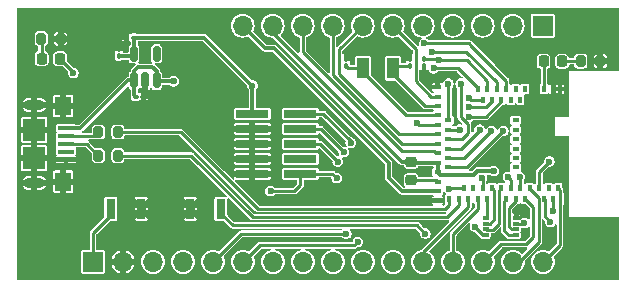
<source format=gbr>
%TF.GenerationSoftware,KiCad,Pcbnew,7.0.1-0*%
%TF.CreationDate,2024-01-09T13:00:13-05:00*%
%TF.ProjectId,nRF52_sandbox,6e524635-325f-4736-916e-64626f782e6b,rev?*%
%TF.SameCoordinates,Original*%
%TF.FileFunction,Copper,L1,Top*%
%TF.FilePolarity,Positive*%
%FSLAX46Y46*%
G04 Gerber Fmt 4.6, Leading zero omitted, Abs format (unit mm)*
G04 Created by KiCad (PCBNEW 7.0.1-0) date 2024-01-09 13:00:13*
%MOMM*%
%LPD*%
G01*
G04 APERTURE LIST*
G04 Aperture macros list*
%AMRoundRect*
0 Rectangle with rounded corners*
0 $1 Rounding radius*
0 $2 $3 $4 $5 $6 $7 $8 $9 X,Y pos of 4 corners*
0 Add a 4 corners polygon primitive as box body*
4,1,4,$2,$3,$4,$5,$6,$7,$8,$9,$2,$3,0*
0 Add four circle primitives for the rounded corners*
1,1,$1+$1,$2,$3*
1,1,$1+$1,$4,$5*
1,1,$1+$1,$6,$7*
1,1,$1+$1,$8,$9*
0 Add four rect primitives between the rounded corners*
20,1,$1+$1,$2,$3,$4,$5,0*
20,1,$1+$1,$4,$5,$6,$7,0*
20,1,$1+$1,$6,$7,$8,$9,0*
20,1,$1+$1,$8,$9,$2,$3,0*%
G04 Aperture macros list end*
%TA.AperFunction,SMDPad,CuDef*%
%ADD10RoundRect,0.200000X-0.200000X-0.275000X0.200000X-0.275000X0.200000X0.275000X-0.200000X0.275000X0*%
%TD*%
%TA.AperFunction,ComponentPad*%
%ADD11R,1.700000X1.700000*%
%TD*%
%TA.AperFunction,ComponentPad*%
%ADD12O,1.700000X1.700000*%
%TD*%
%TA.AperFunction,SMDPad,CuDef*%
%ADD13RoundRect,0.150000X0.150000X-0.512500X0.150000X0.512500X-0.150000X0.512500X-0.150000X-0.512500X0*%
%TD*%
%TA.AperFunction,SMDPad,CuDef*%
%ADD14RoundRect,0.100000X0.100000X-0.130000X0.100000X0.130000X-0.100000X0.130000X-0.100000X-0.130000X0*%
%TD*%
%TA.AperFunction,SMDPad,CuDef*%
%ADD15RoundRect,0.218750X0.256250X-0.218750X0.256250X0.218750X-0.256250X0.218750X-0.256250X-0.218750X0*%
%TD*%
%TA.AperFunction,SMDPad,CuDef*%
%ADD16RoundRect,0.100000X-0.130000X-0.100000X0.130000X-0.100000X0.130000X0.100000X-0.130000X0.100000X0*%
%TD*%
%TA.AperFunction,SMDPad,CuDef*%
%ADD17R,0.800000X1.700000*%
%TD*%
%TA.AperFunction,SMDPad,CuDef*%
%ADD18R,2.790000X0.740000*%
%TD*%
%TA.AperFunction,SMDPad,CuDef*%
%ADD19R,1.350000X0.400000*%
%TD*%
%TA.AperFunction,ComponentPad*%
%ADD20O,1.800000X0.900000*%
%TD*%
%TA.AperFunction,SMDPad,CuDef*%
%ADD21R,1.400000X1.600000*%
%TD*%
%TA.AperFunction,SMDPad,CuDef*%
%ADD22R,1.900000X1.900000*%
%TD*%
%TA.AperFunction,SMDPad,CuDef*%
%ADD23RoundRect,0.087500X0.175000X0.087500X-0.175000X0.087500X-0.175000X-0.087500X0.175000X-0.087500X0*%
%TD*%
%TA.AperFunction,SMDPad,CuDef*%
%ADD24R,0.400000X0.600000*%
%TD*%
%TA.AperFunction,SMDPad,CuDef*%
%ADD25R,0.600000X0.400000*%
%TD*%
%TA.AperFunction,SMDPad,CuDef*%
%ADD26R,1.000000X1.800000*%
%TD*%
%TA.AperFunction,SMDPad,CuDef*%
%ADD27RoundRect,0.100000X0.130000X0.100000X-0.130000X0.100000X-0.130000X-0.100000X0.130000X-0.100000X0*%
%TD*%
%TA.AperFunction,SMDPad,CuDef*%
%ADD28RoundRect,0.218750X-0.218750X-0.256250X0.218750X-0.256250X0.218750X0.256250X-0.218750X0.256250X0*%
%TD*%
%TA.AperFunction,SMDPad,CuDef*%
%ADD29RoundRect,0.100000X-0.100000X0.130000X-0.100000X-0.130000X0.100000X-0.130000X0.100000X0.130000X0*%
%TD*%
%TA.AperFunction,SMDPad,CuDef*%
%ADD30RoundRect,0.218750X0.218750X0.256250X-0.218750X0.256250X-0.218750X-0.256250X0.218750X-0.256250X0*%
%TD*%
%TA.AperFunction,ViaPad*%
%ADD31C,0.600000*%
%TD*%
%TA.AperFunction,Conductor*%
%ADD32C,0.250000*%
%TD*%
%TA.AperFunction,Conductor*%
%ADD33C,0.300000*%
%TD*%
G04 APERTURE END LIST*
D10*
%TO.P,R1,1*%
%TO.N,Net-(D1-K)*%
X92075000Y-79600000D03*
%TO.P,R1,2*%
%TO.N,GND*%
X93725000Y-79600000D03*
%TD*%
D11*
%TO.P,J4,1,Pin_1*%
%TO.N,/D22|SDA*%
X134550000Y-78500000D03*
D12*
%TO.P,J4,2,Pin_2*%
%TO.N,/D23|SCL*%
X132010000Y-78500000D03*
%TO.P,J4,3,Pin_3*%
%TO.N,/D5*%
X129470000Y-78500000D03*
%TO.P,J4,4,Pin_4*%
%TO.N,/D6*%
X126930000Y-78500000D03*
%TO.P,J4,5,Pin_5*%
%TO.N,/D9*%
X124390000Y-78500000D03*
%TO.P,J4,6,Pin_6*%
%TO.N,/D10*%
X121850000Y-78500000D03*
%TO.P,J4,7,Pin_7*%
%TO.N,/D11*%
X119310000Y-78500000D03*
%TO.P,J4,8,Pin_8*%
%TO.N,/D12*%
X116770000Y-78500000D03*
%TO.P,J4,9,Pin_9*%
%TO.N,/D13*%
X114230000Y-78500000D03*
%TO.P,J4,10,Pin_10*%
%TO.N,+3.3V*%
X111690000Y-78500000D03*
%TO.P,J4,11,Pin_11*%
%TO.N,VBUS*%
X109150000Y-78500000D03*
%TD*%
D13*
%TO.P,U2,1,VIN*%
%TO.N,VBUS*%
X99950000Y-83137500D03*
%TO.P,U2,2,GND*%
%TO.N,GND*%
X100900000Y-83137500D03*
%TO.P,U2,3,EN*%
%TO.N,VBUS*%
X101850000Y-83137500D03*
%TO.P,U2,4,NC*%
%TO.N,unconnected-(U2-NC-Pad4)*%
X101850000Y-80862500D03*
%TO.P,U2,5,VOUT*%
%TO.N,+3.3V*%
X99950000Y-80862500D03*
%TD*%
D10*
%TO.P,R4,1*%
%TO.N,Net-(J1-D-)*%
X96925000Y-87500000D03*
%TO.P,R4,2*%
%TO.N,/USBD-*%
X98575000Y-87500000D03*
%TD*%
D14*
%TO.P,C2,1*%
%TO.N,Net-(U1-XL1{slash}P0.00)*%
X123300000Y-81920000D03*
%TO.P,C2,2*%
%TO.N,GND*%
X123300000Y-81280000D03*
%TD*%
D15*
%TO.P,L1,1,1*%
%TO.N,Net-(U1-DCCH)*%
X123400000Y-91587500D03*
%TO.P,L1,2,2*%
%TO.N,+3.3V*%
X123400000Y-90012500D03*
%TD*%
D16*
%TO.P,C5,1*%
%TO.N,VBUS*%
X100080001Y-84500000D03*
%TO.P,C5,2*%
%TO.N,GND*%
X100720001Y-84500000D03*
%TD*%
D17*
%TO.P,SW2,1,1*%
%TO.N,GND*%
X104700000Y-94000000D03*
%TO.P,SW2,2,2*%
%TO.N,/D7|SWITCH*%
X107300000Y-94000000D03*
%TD*%
D18*
%TO.P,J2,01,01*%
%TO.N,+3.3V*%
X109965000Y-85960000D03*
%TO.P,J2,02,02*%
%TO.N,/SWDIO*%
X114035000Y-85960000D03*
%TO.P,J2,03,03*%
%TO.N,GND*%
X109965000Y-87230000D03*
%TO.P,J2,04,04*%
%TO.N,/SWCLK*%
X114035000Y-87230000D03*
%TO.P,J2,05,05*%
%TO.N,GND*%
X109965000Y-88500000D03*
%TO.P,J2,06,06*%
%TO.N,/SWO*%
X114035000Y-88500000D03*
%TO.P,J2,07,07*%
%TO.N,GND*%
X109965000Y-89770000D03*
%TO.P,J2,08,08*%
%TO.N,unconnected-(J2-Pad08)*%
X114035000Y-89770000D03*
%TO.P,J2,09,09*%
%TO.N,GND*%
X109965000Y-91040000D03*
%TO.P,J2,10,10*%
%TO.N,/RESET*%
X114035000Y-91040000D03*
%TD*%
D19*
%TO.P,J1,1,VBUS*%
%TO.N,VBUS*%
X94175000Y-87200000D03*
%TO.P,J1,2,D-*%
%TO.N,Net-(J1-D-)*%
X94175000Y-87850000D03*
%TO.P,J1,3,D+*%
%TO.N,Net-(J1-D+)*%
X94175000Y-88500000D03*
%TO.P,J1,4,ID*%
%TO.N,unconnected-(J1-ID-Pad4)*%
X94175000Y-89150000D03*
D20*
%TO.P,J1,5,GND*%
%TO.N,GND*%
X91500000Y-85200000D03*
D21*
X93950000Y-85300000D03*
D22*
X91500000Y-87300000D03*
X91500000Y-89700000D03*
D19*
X94175000Y-89800000D03*
D21*
X93950000Y-91700000D03*
D20*
X91500000Y-91800000D03*
%TD*%
D17*
%TO.P,SW1,1,1*%
%TO.N,GND*%
X100550000Y-94000000D03*
%TO.P,SW1,2,2*%
%TO.N,/RESET*%
X97950000Y-94000000D03*
%TD*%
D23*
%TO.P,U3,1,~{CS}*%
%TO.N,/QSPI_CS*%
X132287500Y-96250000D03*
%TO.P,U3,2,DO(IO1)*%
%TO.N,/QSPI_DATA1*%
X132287500Y-95750000D03*
%TO.P,U3,3,~{WP}*%
%TO.N,/QSPI_DATA2*%
X132287500Y-95250000D03*
%TO.P,U3,4,GND*%
%TO.N,GND*%
X132287500Y-94750000D03*
%TO.P,U3,5,DI(IO0)*%
%TO.N,/QSPI_DATA0*%
X129712500Y-94750000D03*
%TO.P,U3,6,SCK*%
%TO.N,/QSPI_SCK*%
X129712500Y-95250000D03*
%TO.P,U3,7,~{HOLD}*%
%TO.N,/QSPI_DATA3*%
X129712500Y-95750000D03*
%TO.P,U3,8,VCC*%
%TO.N,+3.3V*%
X129712500Y-96250000D03*
%TD*%
D24*
%TO.P,U1,1,GND*%
%TO.N,GND*%
X136550000Y-83850000D03*
%TO.P,U1,2,GND*%
X135450000Y-83850000D03*
%TO.P,U1,3,P1.10*%
%TO.N,/D4|LED2*%
X134650000Y-83850000D03*
%TO.P,U1,4,P1.11*%
%TO.N,unconnected-(U1-P1.11-Pad4)*%
X133050000Y-83850000D03*
%TO.P,U1,5,P1.12*%
%TO.N,unconnected-(U1-P1.12-Pad5)*%
X132650000Y-84750000D03*
%TO.P,U1,6,P1.13*%
%TO.N,unconnected-(U1-P1.13-Pad6)*%
X132250000Y-83850000D03*
%TO.P,U1,7,P1.14*%
%TO.N,unconnected-(U1-P1.14-Pad7)*%
X131850000Y-84750000D03*
%TO.P,U1,8,P1.15*%
%TO.N,/D3|LED1*%
X131450000Y-83850000D03*
%TO.P,U1,9,P0.03/AIN1*%
%TO.N,/A5*%
X131050000Y-84750000D03*
%TO.P,U1,10,P0.29/AIN5*%
%TO.N,/A6|VDIV*%
X130650000Y-83850000D03*
%TO.P,U1,11,P0.02/AIN0*%
%TO.N,/A4*%
X130250000Y-84750000D03*
%TO.P,U1,12,P0.31/AIN7*%
%TO.N,/A7|AREF*%
X129850000Y-83850000D03*
%TO.P,U1,13,P0.28/AIN4*%
%TO.N,/A3*%
X129450000Y-84750000D03*
%TO.P,U1,14,P0.30/AIN6*%
%TO.N,/A2*%
X129050000Y-83850000D03*
D25*
%TO.P,U1,15,GND*%
%TO.N,GND*%
X125650000Y-83700000D03*
%TO.P,U1,16,P0.27*%
%TO.N,/D10*%
X125650000Y-84500000D03*
%TO.P,U1,17,XL1/P0.00*%
%TO.N,Net-(U1-XL1{slash}P0.00)*%
X125650000Y-85300000D03*
%TO.P,U1,18,XL2/P0.01*%
%TO.N,Net-(U1-XL2{slash}P0.01)*%
X125650000Y-86100000D03*
%TO.P,U1,19,P0.26*%
%TO.N,/D9*%
X126550000Y-86500000D03*
%TO.P,U1,20,P0.04/AIN2*%
%TO.N,/A0*%
X125650000Y-86900000D03*
%TO.P,U1,21,P0.05/AIN3*%
%TO.N,/A1*%
X126550000Y-87300000D03*
%TO.P,U1,22,P0.06*%
%TO.N,/D11*%
X125650000Y-87700000D03*
%TO.P,U1,23,TRACECLK/P0.07*%
%TO.N,/D6*%
X126550000Y-88100000D03*
%TO.P,U1,24,P0.08*%
%TO.N,/D12*%
X125650000Y-88500000D03*
%TO.P,U1,25,P1.08*%
%TO.N,/D5*%
X126550000Y-88900000D03*
%TO.P,U1,26,TRACEDATA3/P1.09*%
%TO.N,/D13*%
X125650000Y-89300000D03*
%TO.P,U1,27,TRACEDATA2/P0.11*%
%TO.N,/D23|SCL*%
X126550000Y-89700000D03*
%TO.P,U1,28,VDD*%
%TO.N,+3.3V*%
X125650000Y-90100000D03*
%TO.P,U1,29,TRACEDATA1/P0.12*%
%TO.N,/D22|SDA*%
X126550000Y-90500000D03*
%TO.P,U1,30,VDDH*%
%TO.N,+3.3V*%
X125650000Y-90900000D03*
%TO.P,U1,31,DCCH*%
%TO.N,Net-(U1-DCCH)*%
X125650000Y-91700000D03*
%TO.P,U1,32,VBUS*%
%TO.N,VBUS*%
X125650000Y-92500000D03*
%TO.P,U1,33,GND*%
%TO.N,GND*%
X125650000Y-93300000D03*
D24*
%TO.P,U1,34,D-*%
%TO.N,/USBD-*%
X126650000Y-93150000D03*
%TO.P,U1,35,D+*%
%TO.N,/USBD+*%
X127450000Y-93150000D03*
%TO.P,U1,36,P0.14*%
%TO.N,/D26|SCK*%
X127850000Y-92250000D03*
%TO.P,U1,37,P0.13*%
%TO.N,/D25|MOSI*%
X128250000Y-93150000D03*
%TO.P,U1,38,P0.16*%
%TO.N,/D8|NEOPIX*%
X128650000Y-92250000D03*
%TO.P,U1,39,P0.15*%
%TO.N,/D24|MISO*%
X129050000Y-93150000D03*
%TO.P,U1,40,~{RESET}/P0.18*%
%TO.N,/RESET*%
X129450000Y-92250000D03*
%TO.P,U1,41,P0.17*%
%TO.N,/QSPI_DATA0*%
X129850000Y-93150000D03*
%TO.P,U1,42,P0.19*%
%TO.N,/QSPI_SCK*%
X130250000Y-92250000D03*
%TO.P,U1,43,P0.21*%
%TO.N,/QSPI_DATA3*%
X131050000Y-92250000D03*
%TO.P,U1,44,P0.20*%
%TO.N,/QSPI_CS*%
X131450000Y-93150000D03*
%TO.P,U1,45,P0.23*%
%TO.N,/QSPI_DATA2*%
X131850000Y-92250000D03*
%TO.P,U1,46,P0.22*%
%TO.N,/QSPI_DATA1*%
X132250000Y-93150000D03*
%TO.P,U1,47,TRACEDATA0/P1.00*%
%TO.N,/SWO*%
X132650000Y-92250000D03*
%TO.P,U1,48,P0.24*%
%TO.N,/RXD*%
X133050000Y-93150000D03*
%TO.P,U1,49,P0.25*%
%TO.N,/TXD*%
X133450000Y-92250000D03*
%TO.P,U1,50,P1.02*%
%TO.N,/D7|SWITCH*%
X134250000Y-92250000D03*
%TO.P,U1,51,SWDIO*%
%TO.N,/SWDIO*%
X134650000Y-93150000D03*
%TO.P,U1,52,P0.09/NFC1*%
%TO.N,unconnected-(U1-P0.09{slash}NFC1-Pad52)*%
X135050000Y-92250000D03*
%TO.P,U1,53,SWDCLK*%
%TO.N,/SWCLK*%
X135450000Y-93150000D03*
%TO.P,U1,54,P0.10/NFC2*%
%TO.N,/D2*%
X135850000Y-92250000D03*
%TO.P,U1,55,GND*%
%TO.N,GND*%
X136550000Y-93150000D03*
D25*
%TO.P,U1,56,P1.04*%
%TO.N,unconnected-(U1-P1.04-Pad56)*%
X132250000Y-86500000D03*
%TO.P,U1,57,P1.06*%
%TO.N,unconnected-(U1-P1.06-Pad57)*%
X132250000Y-87300000D03*
%TO.P,U1,58,P1.07*%
%TO.N,unconnected-(U1-P1.07-Pad58)*%
X132250000Y-88100000D03*
%TO.P,U1,59,P1.05*%
%TO.N,unconnected-(U1-P1.05-Pad59)*%
X132250000Y-88900000D03*
%TO.P,U1,60,P1.03*%
%TO.N,unconnected-(U1-P1.03-Pad60)*%
X132250000Y-89700000D03*
%TO.P,U1,61,P1.01*%
%TO.N,unconnected-(U1-P1.01-Pad61)*%
X132250000Y-90500000D03*
%TD*%
D26*
%TO.P,Y1,1,1*%
%TO.N,Net-(U1-XL2{slash}P0.01)*%
X119325000Y-82100000D03*
%TO.P,Y1,2,2*%
%TO.N,Net-(U1-XL1{slash}P0.00)*%
X121875000Y-82100000D03*
%TD*%
D10*
%TO.P,R3,1*%
%TO.N,Net-(J1-D+)*%
X96925000Y-89500000D03*
%TO.P,R3,2*%
%TO.N,/USBD+*%
X98575000Y-89500000D03*
%TD*%
D11*
%TO.P,J3,1,Pin_1*%
%TO.N,/RESET*%
X96470000Y-98500000D03*
D12*
%TO.P,J3,2,Pin_2*%
%TO.N,GND*%
X99010000Y-98500000D03*
%TO.P,J3,3,Pin_3*%
%TO.N,/A6|VDIV*%
X101550000Y-98500000D03*
%TO.P,J3,4,Pin_4*%
%TO.N,/A7|AREF*%
X104090000Y-98500000D03*
%TO.P,J3,5,Pin_5*%
%TO.N,/A0*%
X106630000Y-98500000D03*
%TO.P,J3,6,Pin_6*%
%TO.N,/A1*%
X109170000Y-98500000D03*
%TO.P,J3,7,Pin_7*%
%TO.N,/A2*%
X111710000Y-98500000D03*
%TO.P,J3,8,Pin_8*%
%TO.N,/A3*%
X114250000Y-98500000D03*
%TO.P,J3,9,Pin_9*%
%TO.N,/A4*%
X116790000Y-98500000D03*
%TO.P,J3,10,Pin_10*%
%TO.N,/A5*%
X119330000Y-98500000D03*
%TO.P,J3,11,Pin_11*%
%TO.N,/D26|SCK*%
X121870000Y-98500000D03*
%TO.P,J3,12,Pin_12*%
%TO.N,/D25|MOSI*%
X124410000Y-98500000D03*
%TO.P,J3,13,Pin_13*%
%TO.N,/D24|MISO*%
X126950000Y-98500000D03*
%TO.P,J3,14,Pin_14*%
%TO.N,/RXD*%
X129490000Y-98500000D03*
%TO.P,J3,15,Pin_15*%
%TO.N,/TXD*%
X132030000Y-98500000D03*
%TO.P,J3,16,Pin_16*%
%TO.N,/D2*%
X134570000Y-98500000D03*
%TD*%
D10*
%TO.P,R2,1*%
%TO.N,Net-(D2-K)*%
X137775000Y-81500000D03*
%TO.P,R2,2*%
%TO.N,GND*%
X139425000Y-81500000D03*
%TD*%
D27*
%TO.P,C4,1*%
%TO.N,+3.3V*%
X99920000Y-79500000D03*
%TO.P,C4,2*%
%TO.N,GND*%
X99280000Y-79500000D03*
%TD*%
D28*
%TO.P,D1,1,K*%
%TO.N,Net-(D1-K)*%
X92112500Y-81300000D03*
%TO.P,D1,2,A*%
%TO.N,/D3|LED1*%
X93687500Y-81300000D03*
%TD*%
D14*
%TO.P,C1,1*%
%TO.N,+3.3V*%
X98650000Y-81070000D03*
%TO.P,C1,2*%
%TO.N,GND*%
X98650000Y-80430000D03*
%TD*%
D29*
%TO.P,C6,1*%
%TO.N,/A7|AREF*%
X124500000Y-81280000D03*
%TO.P,C6,2*%
%TO.N,GND*%
X124500000Y-81920000D03*
%TD*%
D14*
%TO.P,C3,1*%
%TO.N,Net-(U1-XL2{slash}P0.01)*%
X117900000Y-81920000D03*
%TO.P,C3,2*%
%TO.N,GND*%
X117900000Y-81280000D03*
%TD*%
D30*
%TO.P,D2,1,K*%
%TO.N,Net-(D2-K)*%
X136187500Y-81500000D03*
%TO.P,D2,2,A*%
%TO.N,/D4|LED2*%
X134612500Y-81500000D03*
%TD*%
D31*
%TO.N,+3.3V*%
X109965000Y-83565000D03*
X130400000Y-90800000D03*
X128800000Y-95500000D03*
%TO.N,GND*%
X132800000Y-94000000D03*
X124700000Y-82900000D03*
%TO.N,VBUS*%
X103300000Y-83200000D03*
%TO.N,/D3|LED1*%
X124500000Y-80000000D03*
X94800000Y-82500000D03*
%TO.N,/RESET*%
X117100000Y-91400000D03*
X129400000Y-91400000D03*
X111500000Y-92500000D03*
%TO.N,/A7|AREF*%
X125800000Y-81400000D03*
%TO.N,/A6|VDIV*%
X125200000Y-80700000D03*
%TO.N,/A0*%
X117900000Y-96100000D03*
X123900000Y-86724500D03*
%TO.N,/A1*%
X118900000Y-96800000D03*
X127500000Y-87300000D03*
%TO.N,/A2*%
X125300000Y-82100000D03*
%TO.N,/A3*%
X128300000Y-84600000D03*
%TO.N,/A4*%
X128300000Y-85400000D03*
%TO.N,/A5*%
X128300000Y-86200000D03*
%TO.N,/D26|SCK*%
X126600000Y-92300000D03*
%TO.N,/D22|SDA*%
X131200000Y-87400000D03*
%TO.N,/D23|SCL*%
X130200000Y-87400000D03*
%TO.N,/D5*%
X129200000Y-87300000D03*
%TO.N,/D6*%
X127600000Y-83400000D03*
%TO.N,/D9*%
X126550000Y-83400000D03*
%TO.N,/D7|SWITCH*%
X135100000Y-90000000D03*
X124600000Y-96100000D03*
%TO.N,/QSPI_DATA2*%
X133000000Y-95200000D03*
X131600000Y-91300000D03*
%TO.N,/SWO*%
X132600000Y-91300000D03*
X117200000Y-90000000D03*
%TO.N,/SWDIO*%
X118300000Y-88400000D03*
X135200000Y-95100000D03*
%TO.N,/SWCLK*%
X135450000Y-94200000D03*
X117700000Y-89200000D03*
%TD*%
D32*
%TO.N,Net-(U1-XL1{slash}P0.00)*%
X123300000Y-81920000D02*
X122055000Y-81920000D01*
%TO.N,Net-(U1-XL2{slash}P0.01)*%
X119325000Y-82100000D02*
X118080000Y-82100000D01*
X118080000Y-82100000D02*
X117900000Y-81920000D01*
D33*
%TO.N,+3.3V*%
X99950000Y-79530000D02*
X99920000Y-79500000D01*
X105900000Y-79500000D02*
X109965000Y-83565000D01*
X99920000Y-79500000D02*
X105900000Y-79500000D01*
X99950000Y-79530000D02*
X99950000Y-80862500D01*
X111690000Y-79090000D02*
X122612500Y-90012500D01*
X122612500Y-90012500D02*
X123400000Y-90012500D01*
X99980000Y-79500000D02*
X99950000Y-79530000D01*
X128800000Y-95577297D02*
X129472703Y-96250000D01*
X125650000Y-90900000D02*
X125650000Y-90100000D01*
X128700000Y-91100000D02*
X129000000Y-90800000D01*
X99742500Y-81070000D02*
X99950000Y-80862500D01*
X123487500Y-90100000D02*
X123400000Y-90012500D01*
X125650000Y-90900000D02*
X125850000Y-91100000D01*
X109965000Y-83565000D02*
X109965000Y-85960000D01*
X129472703Y-96250000D02*
X129712500Y-96250000D01*
X111690000Y-78500000D02*
X111690000Y-79090000D01*
X125850000Y-91100000D02*
X128700000Y-91100000D01*
X98650000Y-81070000D02*
X99742500Y-81070000D01*
X128800000Y-95500000D02*
X128800000Y-95577297D01*
X125650000Y-90100000D02*
X123487500Y-90100000D01*
X129000000Y-90800000D02*
X130400000Y-90800000D01*
D32*
%TO.N,GND*%
X124500000Y-81920000D02*
X124500000Y-82700000D01*
X132800000Y-94000000D02*
X132287500Y-94512500D01*
X132287500Y-94512500D02*
X132287500Y-94750000D01*
X124500000Y-82700000D02*
X124700000Y-82900000D01*
%TO.N,Net-(U1-XL1{slash}P0.00)*%
X121875000Y-82575000D02*
X124600000Y-85300000D01*
X124600000Y-85300000D02*
X125650000Y-85300000D01*
%TO.N,Net-(U1-XL2{slash}P0.01)*%
X119325000Y-82425000D02*
X119325000Y-82100000D01*
X125650000Y-86100000D02*
X123000000Y-86100000D01*
X123000000Y-86100000D02*
X119325000Y-82425000D01*
D33*
%TO.N,VBUS*%
X94175000Y-87200000D02*
X95400000Y-87200000D01*
X121500000Y-90100000D02*
X121500000Y-91400000D01*
X111800000Y-80400000D02*
X121500000Y-90100000D01*
X99950000Y-84369999D02*
X100080001Y-84500000D01*
X101850000Y-82350000D02*
X101850000Y-83137500D01*
X100300000Y-82000000D02*
X101500000Y-82000000D01*
X99950000Y-83137500D02*
X99950000Y-84369999D01*
X95400000Y-87200000D02*
X99462500Y-83137500D01*
X99950000Y-83137500D02*
X99950000Y-82350000D01*
X121500000Y-91400000D02*
X122600000Y-92500000D01*
X111050000Y-80400000D02*
X111800000Y-80400000D01*
X99950000Y-82350000D02*
X100300000Y-82000000D01*
X122600000Y-92500000D02*
X125650000Y-92500000D01*
X103300000Y-83200000D02*
X101912500Y-83200000D01*
X101912500Y-83200000D02*
X101850000Y-83137500D01*
X99462500Y-83137500D02*
X99950000Y-83137500D01*
X109150000Y-78500000D02*
X111050000Y-80400000D01*
X101500000Y-82000000D02*
X101850000Y-82350000D01*
D32*
%TO.N,Net-(D1-K)*%
X92112500Y-79637500D02*
X92075000Y-79600000D01*
X92112500Y-81300000D02*
X92112500Y-79637500D01*
%TO.N,/D3|LED1*%
X128300000Y-80000000D02*
X124500000Y-80000000D01*
X131450000Y-83150000D02*
X128500000Y-80200000D01*
X94800000Y-82500000D02*
X94800000Y-82412500D01*
X94800000Y-82412500D02*
X93687500Y-81300000D01*
X131450000Y-83850000D02*
X131450000Y-83150000D01*
X128500000Y-80200000D02*
X128300000Y-80000000D01*
%TO.N,Net-(D2-K)*%
X136187500Y-81500000D02*
X137775000Y-81500000D01*
%TO.N,/D4|LED2*%
X134650000Y-81537500D02*
X134612500Y-81500000D01*
X134650000Y-83850000D02*
X134650000Y-81537500D01*
%TO.N,Net-(J1-D-)*%
X94175000Y-87850000D02*
X96575000Y-87850000D01*
X96575000Y-87850000D02*
X96925000Y-87500000D01*
%TO.N,Net-(J1-D+)*%
X94175000Y-88500000D02*
X95925000Y-88500000D01*
X95925000Y-88500000D02*
X96925000Y-89500000D01*
%TO.N,/RESET*%
X97950000Y-94550000D02*
X96470000Y-96030000D01*
X116740000Y-91040000D02*
X114035000Y-91040000D01*
X96470000Y-96030000D02*
X96470000Y-98500000D01*
X129450000Y-92250000D02*
X129450000Y-91450000D01*
X113500000Y-92500000D02*
X111500000Y-92500000D01*
X129450000Y-91450000D02*
X129400000Y-91400000D01*
X114035000Y-91040000D02*
X114035000Y-91965000D01*
X97950000Y-94000000D02*
X97950000Y-94550000D01*
X114035000Y-91965000D02*
X113500000Y-92500000D01*
X117100000Y-91400000D02*
X116740000Y-91040000D01*
%TO.N,/A7|AREF*%
X125680000Y-81280000D02*
X124500000Y-81280000D01*
X128100000Y-81400000D02*
X129850000Y-83150000D01*
X129850000Y-83150000D02*
X129850000Y-83850000D01*
X125800000Y-81400000D02*
X128100000Y-81400000D01*
X125800000Y-81400000D02*
X125680000Y-81280000D01*
%TO.N,/A6|VDIV*%
X125200000Y-80700000D02*
X128050000Y-80700000D01*
X128050000Y-80700000D02*
X130650000Y-83300000D01*
X130650000Y-83300000D02*
X130650000Y-83850000D01*
%TO.N,/A0*%
X125650000Y-86900000D02*
X124075500Y-86900000D01*
X124075500Y-86900000D02*
X123900000Y-86724500D01*
X117900000Y-96100000D02*
X109030000Y-96100000D01*
X109030000Y-96100000D02*
X106630000Y-98500000D01*
%TO.N,/A1*%
X118900000Y-96800000D02*
X118600000Y-97100000D01*
X126550000Y-87300000D02*
X127500000Y-87300000D01*
X118600000Y-97100000D02*
X110570000Y-97100000D01*
X110570000Y-97100000D02*
X109170000Y-98500000D01*
%TO.N,/A2*%
X129050000Y-83750000D02*
X129050000Y-83850000D01*
X125300000Y-82100000D02*
X127400000Y-82100000D01*
X127400000Y-82100000D02*
X129050000Y-83750000D01*
%TO.N,/A3*%
X128450000Y-84750000D02*
X128300000Y-84600000D01*
X129450000Y-84750000D02*
X128450000Y-84750000D01*
%TO.N,/A4*%
X130250000Y-84850000D02*
X129700000Y-85400000D01*
X129700000Y-85400000D02*
X128300000Y-85400000D01*
X130250000Y-84750000D02*
X130250000Y-84850000D01*
%TO.N,/A5*%
X129700000Y-86200000D02*
X128300000Y-86200000D01*
X131050000Y-84750000D02*
X131050000Y-84850000D01*
X131050000Y-84850000D02*
X129700000Y-86200000D01*
%TO.N,/D26|SCK*%
X126600000Y-92300000D02*
X126650000Y-92250000D01*
X126650000Y-92250000D02*
X127850000Y-92250000D01*
%TO.N,/D25|MOSI*%
X128250000Y-93150000D02*
X128250000Y-93850000D01*
X124410000Y-97690000D02*
X124410000Y-98500000D01*
X128250000Y-93850000D02*
X124410000Y-97690000D01*
%TO.N,/D24|MISO*%
X129050000Y-94050000D02*
X126950000Y-96150000D01*
X129050000Y-93150000D02*
X129050000Y-94050000D01*
X126950000Y-96150000D02*
X126950000Y-98500000D01*
%TO.N,/RXD*%
X133050000Y-93150000D02*
X133725000Y-93825000D01*
X130990000Y-97000000D02*
X129490000Y-98500000D01*
X133725000Y-96375000D02*
X133100000Y-97000000D01*
X133100000Y-97000000D02*
X130990000Y-97000000D01*
X133725000Y-93825000D02*
X133725000Y-96375000D01*
%TO.N,/TXD*%
X134200000Y-96800000D02*
X132500000Y-98500000D01*
X132500000Y-98500000D02*
X132030000Y-98500000D01*
X134200000Y-93100000D02*
X134200000Y-96800000D01*
X133450000Y-92250000D02*
X133450000Y-92350000D01*
X133450000Y-92350000D02*
X134200000Y-93100000D01*
%TO.N,/D2*%
X136000000Y-97070000D02*
X134570000Y-98500000D01*
X136000000Y-92400000D02*
X136000000Y-97070000D01*
X135850000Y-92250000D02*
X136000000Y-92400000D01*
%TO.N,/D22|SDA*%
X128100000Y-90500000D02*
X131200000Y-87400000D01*
X126550000Y-90500000D02*
X128100000Y-90500000D01*
%TO.N,/D23|SCL*%
X126550000Y-89700000D02*
X127900000Y-89700000D01*
X127900000Y-89700000D02*
X130200000Y-87400000D01*
%TO.N,/D5*%
X126550000Y-88900000D02*
X127600000Y-88900000D01*
X127600000Y-88900000D02*
X129200000Y-87300000D01*
%TO.N,/D6*%
X128200000Y-86842463D02*
X127600000Y-86242463D01*
X127700000Y-88100000D02*
X128200000Y-87600000D01*
X126550000Y-88100000D02*
X127700000Y-88100000D01*
X127600000Y-86242463D02*
X127600000Y-83400000D01*
X128200000Y-87600000D02*
X128200000Y-86842463D01*
%TO.N,/D9*%
X126550000Y-83400000D02*
X126550000Y-86500000D01*
%TO.N,/D10*%
X123800000Y-80450000D02*
X121850000Y-78500000D01*
X125100000Y-84500000D02*
X123800000Y-83200000D01*
X123800000Y-83200000D02*
X123800000Y-80450000D01*
X125650000Y-84500000D02*
X125100000Y-84500000D01*
%TO.N,/D11*%
X122400000Y-87700000D02*
X117300000Y-82600000D01*
X125650000Y-87700000D02*
X122400000Y-87700000D01*
X117300000Y-82600000D02*
X117300000Y-80510000D01*
X117300000Y-80510000D02*
X119310000Y-78500000D01*
%TO.N,/D12*%
X122600000Y-88500000D02*
X116770000Y-82670000D01*
X116770000Y-82670000D02*
X116770000Y-78500000D01*
X125650000Y-88500000D02*
X122600000Y-88500000D01*
%TO.N,/D13*%
X125550000Y-89300000D02*
X125350000Y-89100000D01*
X114230000Y-80730000D02*
X114230000Y-78500000D01*
X125350000Y-89100000D02*
X122600000Y-89100000D01*
X125650000Y-89300000D02*
X125550000Y-89300000D01*
X122600000Y-89100000D02*
X114230000Y-80730000D01*
%TO.N,Net-(U1-DCCH)*%
X125550000Y-91600000D02*
X123412500Y-91600000D01*
X125650000Y-91700000D02*
X125550000Y-91600000D01*
X123412500Y-91600000D02*
X123400000Y-91587500D01*
%TO.N,/USBD+*%
X127450000Y-93150000D02*
X127450000Y-93700000D01*
X126450000Y-94700000D02*
X110000000Y-94700000D01*
X104800000Y-89500000D02*
X98575000Y-89500000D01*
X110000000Y-94700000D02*
X104800000Y-89500000D01*
X127450000Y-93700000D02*
X126450000Y-94700000D01*
%TO.N,/USBD-*%
X126650000Y-93650000D02*
X126300000Y-94000000D01*
X103900000Y-87500000D02*
X98575000Y-87500000D01*
X126650000Y-93150000D02*
X126650000Y-93650000D01*
X110400000Y-94000000D02*
X103900000Y-87500000D01*
X126300000Y-94000000D02*
X110400000Y-94000000D01*
%TO.N,/D7|SWITCH*%
X107300000Y-94400000D02*
X107300000Y-94000000D01*
X108300000Y-95400000D02*
X107300000Y-94400000D01*
X124600000Y-96100000D02*
X123900000Y-95400000D01*
X134250000Y-90850000D02*
X134250000Y-92250000D01*
X135100000Y-90000000D02*
X134250000Y-90850000D01*
X123900000Y-95400000D02*
X108300000Y-95400000D01*
%TO.N,/QSPI_DATA0*%
X129850000Y-94612500D02*
X129712500Y-94750000D01*
X129850000Y-93150000D02*
X129850000Y-94612500D01*
%TO.N,/QSPI_SCK*%
X130050000Y-95250000D02*
X129712500Y-95250000D01*
X130400000Y-94900000D02*
X130050000Y-95250000D01*
X130400000Y-92400000D02*
X130400000Y-94900000D01*
X130250000Y-92250000D02*
X130400000Y-92400000D01*
%TO.N,/QSPI_DATA3*%
X130300000Y-95800000D02*
X129762500Y-95800000D01*
X130800000Y-95300000D02*
X130300000Y-95800000D01*
X131050000Y-92250000D02*
X130800000Y-92500000D01*
X130800000Y-92500000D02*
X130800000Y-95300000D01*
X129762500Y-95800000D02*
X129712500Y-95750000D01*
%TO.N,/QSPI_CS*%
X131650000Y-96250000D02*
X132287500Y-96250000D01*
X131300000Y-95900000D02*
X131650000Y-96250000D01*
X131450000Y-93150000D02*
X131300000Y-93300000D01*
X131300000Y-93300000D02*
X131300000Y-95900000D01*
%TO.N,/QSPI_DATA2*%
X131850000Y-92250000D02*
X131850000Y-91550000D01*
X132950000Y-95250000D02*
X132287500Y-95250000D01*
X131850000Y-91550000D02*
X131600000Y-91300000D01*
X133000000Y-95200000D02*
X132950000Y-95250000D01*
%TO.N,/QSPI_DATA1*%
X131700000Y-95500000D02*
X131950000Y-95750000D01*
X131700000Y-93900000D02*
X131700000Y-95500000D01*
X132250000Y-93350000D02*
X131700000Y-93900000D01*
X131950000Y-95750000D02*
X132287500Y-95750000D01*
X132250000Y-93150000D02*
X132250000Y-93350000D01*
%TO.N,/SWO*%
X132650000Y-91350000D02*
X132650000Y-92250000D01*
X132600000Y-91300000D02*
X132650000Y-91350000D01*
X117200000Y-90000000D02*
X115700000Y-88500000D01*
X115700000Y-88500000D02*
X114035000Y-88500000D01*
%TO.N,/SWDIO*%
X134700000Y-94600000D02*
X134700000Y-93200000D01*
X118300000Y-88400000D02*
X118300000Y-88300000D01*
X115960000Y-85960000D02*
X114035000Y-85960000D01*
X118300000Y-88300000D02*
X115960000Y-85960000D01*
X134700000Y-93200000D02*
X134650000Y-93150000D01*
X135200000Y-95100000D02*
X134700000Y-94600000D01*
%TO.N,/SWCLK*%
X115730000Y-87230000D02*
X114035000Y-87230000D01*
X117700000Y-89200000D02*
X115730000Y-87230000D01*
X135450000Y-94200000D02*
X135450000Y-93150000D01*
%TD*%
%TA.AperFunction,Conductor*%
%TO.N,GND*%
G36*
X132711527Y-93513653D02*
G01*
X132724500Y-93533067D01*
X132741494Y-93558502D01*
X132741496Y-93558504D01*
X132791278Y-93591767D01*
X132835180Y-93600500D01*
X133080232Y-93600500D01*
X133108551Y-93606133D01*
X133132558Y-93622174D01*
X133427826Y-93917442D01*
X133443867Y-93941449D01*
X133449500Y-93969768D01*
X133449500Y-94832416D01*
X133436285Y-94874620D01*
X133401360Y-94901750D01*
X133357199Y-94904117D01*
X133319574Y-94880875D01*
X133315023Y-94875623D01*
X133298049Y-94856033D01*
X133189069Y-94785996D01*
X133064772Y-94749500D01*
X132935228Y-94749500D01*
X132851787Y-94774000D01*
X132810931Y-94785996D01*
X132701949Y-94856034D01*
X132679725Y-94881683D01*
X132666350Y-94897120D01*
X132664323Y-94899459D01*
X132639138Y-94918313D01*
X132608397Y-94925000D01*
X132495743Y-94925000D01*
X132490667Y-94924500D01*
X132485942Y-94924500D01*
X132186500Y-94924500D01*
X132149500Y-94914586D01*
X132122414Y-94887500D01*
X132112500Y-94850500D01*
X132112500Y-94425000D01*
X132462500Y-94425000D01*
X132462500Y-94575000D01*
X132687248Y-94575000D01*
X132687247Y-94574999D01*
X132686219Y-94569832D01*
X132633727Y-94491272D01*
X132555167Y-94438780D01*
X132485892Y-94425000D01*
X132462500Y-94425000D01*
X132112500Y-94425000D01*
X132089108Y-94425000D01*
X132063937Y-94430007D01*
X132021182Y-94425796D01*
X131987971Y-94398541D01*
X131975500Y-94357429D01*
X131975500Y-94044768D01*
X131981133Y-94016449D01*
X131997174Y-93992442D01*
X132367442Y-93622174D01*
X132391449Y-93606133D01*
X132419768Y-93600500D01*
X132464819Y-93600500D01*
X132464820Y-93600500D01*
X132508722Y-93591767D01*
X132558504Y-93558504D01*
X132588472Y-93513653D01*
X132626213Y-93484692D01*
X132673787Y-93484692D01*
X132711527Y-93513653D01*
G37*
%TD.AperFunction*%
%TA.AperFunction,Conductor*%
G36*
X124663000Y-81729914D02*
G01*
X124690086Y-81757000D01*
X124700000Y-81794000D01*
X124700000Y-82283853D01*
X124772284Y-82235554D01*
X124812516Y-82223088D01*
X124853033Y-82234593D01*
X124880710Y-82266342D01*
X124914769Y-82340920D01*
X124917118Y-82346063D01*
X125001951Y-82443967D01*
X125110931Y-82514004D01*
X125235228Y-82550500D01*
X125364770Y-82550500D01*
X125364772Y-82550500D01*
X125489069Y-82514004D01*
X125598049Y-82443967D01*
X125635246Y-82401038D01*
X125660429Y-82382187D01*
X125691170Y-82375500D01*
X127255232Y-82375500D01*
X127283551Y-82381133D01*
X127307558Y-82397174D01*
X127735977Y-82825593D01*
X127757074Y-82868696D01*
X127747293Y-82915677D01*
X127710748Y-82946780D01*
X127675411Y-82948360D01*
X127675411Y-82949500D01*
X127664772Y-82949500D01*
X127535228Y-82949500D01*
X127410931Y-82985995D01*
X127410931Y-82985996D01*
X127301951Y-83056033D01*
X127217117Y-83153937D01*
X127163302Y-83271774D01*
X127148247Y-83376491D01*
X127137511Y-83399999D01*
X127148247Y-83423508D01*
X127163302Y-83528225D01*
X127217118Y-83646064D01*
X127306426Y-83749132D01*
X127319834Y-83771731D01*
X127324500Y-83797591D01*
X127324500Y-86208043D01*
X127323078Y-86222481D01*
X127319368Y-86241133D01*
X127319103Y-86242463D01*
X127324500Y-86269595D01*
X127324500Y-86269596D01*
X127340485Y-86349958D01*
X127346341Y-86358722D01*
X127379604Y-86408504D01*
X127401376Y-86441087D01*
X127415464Y-86450500D01*
X127418316Y-86452406D01*
X127429529Y-86461608D01*
X127717430Y-86749509D01*
X127738527Y-86792613D01*
X127728745Y-86839595D01*
X127692198Y-86870696D01*
X127644257Y-86872838D01*
X127602120Y-86860466D01*
X127564772Y-86849500D01*
X127435228Y-86849500D01*
X127310931Y-86885996D01*
X127201951Y-86956033D01*
X127164753Y-86998961D01*
X127139571Y-87017813D01*
X127108830Y-87024500D01*
X127020110Y-87024500D01*
X126985226Y-87015762D01*
X126958582Y-86991612D01*
X126958504Y-86991496D01*
X126958502Y-86991495D01*
X126958502Y-86991494D01*
X126927174Y-86970562D01*
X126913653Y-86961527D01*
X126884692Y-86923787D01*
X126884692Y-86876213D01*
X126913653Y-86838472D01*
X126958504Y-86808504D01*
X126991767Y-86758722D01*
X127000500Y-86714820D01*
X127000500Y-86285180D01*
X126991767Y-86241278D01*
X126958504Y-86191496D01*
X126908722Y-86158233D01*
X126885062Y-86153526D01*
X126842297Y-86127894D01*
X126825500Y-86080949D01*
X126825500Y-83797591D01*
X126830166Y-83771731D01*
X126843574Y-83749132D01*
X126932881Y-83646064D01*
X126932880Y-83646064D01*
X126932882Y-83646063D01*
X126986697Y-83528226D01*
X127001753Y-83423507D01*
X127012488Y-83399999D01*
X127001753Y-83376491D01*
X126986697Y-83271774D01*
X126932882Y-83153937D01*
X126907269Y-83124378D01*
X126848049Y-83056033D01*
X126739069Y-82985996D01*
X126614772Y-82949500D01*
X126485228Y-82949500D01*
X126360931Y-82985995D01*
X126360931Y-82985996D01*
X126251951Y-83056033D01*
X126167117Y-83153937D01*
X126113302Y-83271774D01*
X126109349Y-83299270D01*
X126093444Y-83335513D01*
X126061135Y-83358375D01*
X126021665Y-83361316D01*
X125964776Y-83350000D01*
X125850000Y-83350000D01*
X125850000Y-83826000D01*
X125840086Y-83863000D01*
X125813000Y-83890086D01*
X125776000Y-83900000D01*
X125200001Y-83900000D01*
X125200001Y-83914777D01*
X125208702Y-83958526D01*
X125241856Y-84008144D01*
X125286794Y-84038170D01*
X125315756Y-84075912D01*
X125315756Y-84123486D01*
X125286794Y-84161229D01*
X125255792Y-84181943D01*
X125207427Y-84194057D01*
X125162355Y-84172739D01*
X124489616Y-83500000D01*
X125200000Y-83500000D01*
X125450000Y-83500000D01*
X125450000Y-83350001D01*
X125335223Y-83350001D01*
X125291473Y-83358702D01*
X125241856Y-83391855D01*
X125208703Y-83441473D01*
X125200000Y-83485226D01*
X125200000Y-83500000D01*
X124489616Y-83500000D01*
X124097174Y-83107558D01*
X124081133Y-83083551D01*
X124075500Y-83055232D01*
X124075500Y-82258285D01*
X124090063Y-82214203D01*
X124128019Y-82187471D01*
X124174430Y-82188611D01*
X124211029Y-82217173D01*
X124219760Y-82230239D01*
X124300000Y-82283854D01*
X124300000Y-81794000D01*
X124309914Y-81757000D01*
X124337000Y-81729914D01*
X124374000Y-81720000D01*
X124626000Y-81720000D01*
X124663000Y-81729914D01*
G37*
%TD.AperFunction*%
%TA.AperFunction,Conductor*%
G36*
X140962500Y-77010414D02*
G01*
X140989586Y-77037500D01*
X140999500Y-77074500D01*
X140999500Y-82226000D01*
X140989586Y-82263000D01*
X140962500Y-82290086D01*
X140925500Y-82300000D01*
X136800000Y-82300000D01*
X136800000Y-83326000D01*
X136790086Y-83363000D01*
X136763000Y-83390086D01*
X136758784Y-83391215D01*
X136750000Y-83400000D01*
X136750000Y-84299999D01*
X136758784Y-84308783D01*
X136763000Y-84309913D01*
X136790086Y-84336999D01*
X136800000Y-84373999D01*
X136800000Y-86126000D01*
X136790086Y-86163000D01*
X136763000Y-86190086D01*
X136726000Y-86200000D01*
X135550000Y-86200000D01*
X135550000Y-87800000D01*
X136726000Y-87800000D01*
X136763000Y-87809914D01*
X136790086Y-87837000D01*
X136800000Y-87874000D01*
X136800000Y-92626000D01*
X136790086Y-92663000D01*
X136763000Y-92690086D01*
X136758784Y-92691215D01*
X136750000Y-92700000D01*
X136750000Y-93599999D01*
X136758784Y-93608783D01*
X136763000Y-93609913D01*
X136790086Y-93636999D01*
X136800000Y-93673999D01*
X136800000Y-94700000D01*
X140925500Y-94700000D01*
X140962500Y-94709914D01*
X140989586Y-94737000D01*
X140999500Y-94774000D01*
X140999500Y-99925500D01*
X140989586Y-99962500D01*
X140962500Y-99989586D01*
X140925500Y-99999500D01*
X90074500Y-99999500D01*
X90037500Y-99989586D01*
X90010414Y-99962500D01*
X90000500Y-99925500D01*
X90000500Y-99364820D01*
X95469500Y-99364820D01*
X95478233Y-99408722D01*
X95511496Y-99458504D01*
X95561278Y-99491767D01*
X95605180Y-99500500D01*
X97334819Y-99500500D01*
X97334820Y-99500500D01*
X97378722Y-99491767D01*
X97428504Y-99458504D01*
X97461767Y-99408722D01*
X97470500Y-99364820D01*
X97470500Y-98750000D01*
X98040839Y-98750000D01*
X98081651Y-98884538D01*
X98174506Y-99058256D01*
X98299472Y-99210527D01*
X98451743Y-99335493D01*
X98625461Y-99428348D01*
X98760000Y-99469160D01*
X98760000Y-98750000D01*
X99260000Y-98750000D01*
X99260000Y-99469160D01*
X99394538Y-99428348D01*
X99568256Y-99335493D01*
X99720527Y-99210527D01*
X99845493Y-99058256D01*
X99938348Y-98884538D01*
X99979161Y-98750000D01*
X99260000Y-98750000D01*
X98760000Y-98750000D01*
X98040839Y-98750000D01*
X97470500Y-98750000D01*
X97470500Y-98499999D01*
X100544659Y-98499999D01*
X100563976Y-98696132D01*
X100621186Y-98884728D01*
X100667638Y-98971632D01*
X100714090Y-99058538D01*
X100839117Y-99210883D01*
X100991462Y-99335910D01*
X101165273Y-99428814D01*
X101353868Y-99486024D01*
X101550000Y-99505341D01*
X101746132Y-99486024D01*
X101934727Y-99428814D01*
X102108538Y-99335910D01*
X102260883Y-99210883D01*
X102385910Y-99058538D01*
X102478814Y-98884727D01*
X102536024Y-98696132D01*
X102555341Y-98500000D01*
X102555341Y-98499999D01*
X103084659Y-98499999D01*
X103103976Y-98696132D01*
X103161186Y-98884728D01*
X103207638Y-98971632D01*
X103254090Y-99058538D01*
X103379117Y-99210883D01*
X103531462Y-99335910D01*
X103705273Y-99428814D01*
X103893868Y-99486024D01*
X104090000Y-99505341D01*
X104286132Y-99486024D01*
X104474727Y-99428814D01*
X104648538Y-99335910D01*
X104800883Y-99210883D01*
X104925910Y-99058538D01*
X105018814Y-98884727D01*
X105076024Y-98696132D01*
X105095341Y-98500000D01*
X105076024Y-98303868D01*
X105018814Y-98115273D01*
X104925910Y-97941462D01*
X104800883Y-97789117D01*
X104648538Y-97664090D01*
X104526988Y-97599120D01*
X104474728Y-97571186D01*
X104286132Y-97513976D01*
X104090000Y-97494659D01*
X103893867Y-97513976D01*
X103705271Y-97571186D01*
X103531462Y-97664090D01*
X103379117Y-97789117D01*
X103254090Y-97941462D01*
X103161186Y-98115271D01*
X103103976Y-98303867D01*
X103084659Y-98499999D01*
X102555341Y-98499999D01*
X102536024Y-98303868D01*
X102478814Y-98115273D01*
X102385910Y-97941462D01*
X102260883Y-97789117D01*
X102108538Y-97664090D01*
X101986988Y-97599120D01*
X101934728Y-97571186D01*
X101746132Y-97513976D01*
X101550000Y-97494659D01*
X101353867Y-97513976D01*
X101165271Y-97571186D01*
X100991462Y-97664090D01*
X100839117Y-97789117D01*
X100714090Y-97941462D01*
X100621186Y-98115271D01*
X100563976Y-98303867D01*
X100544659Y-98499999D01*
X97470500Y-98499999D01*
X97470500Y-98250000D01*
X98040839Y-98250000D01*
X98760000Y-98250000D01*
X98760000Y-97530839D01*
X99260000Y-97530839D01*
X99260000Y-98250000D01*
X99979160Y-98250000D01*
X99938348Y-98115461D01*
X99845493Y-97941743D01*
X99720527Y-97789472D01*
X99568256Y-97664506D01*
X99394538Y-97571651D01*
X99260000Y-97530839D01*
X98760000Y-97530839D01*
X98625461Y-97571651D01*
X98451743Y-97664506D01*
X98299472Y-97789472D01*
X98174506Y-97941743D01*
X98081651Y-98115461D01*
X98040839Y-98250000D01*
X97470500Y-98250000D01*
X97470500Y-97635180D01*
X97461767Y-97591278D01*
X97428504Y-97541496D01*
X97378722Y-97508233D01*
X97334820Y-97499500D01*
X97334819Y-97499500D01*
X96819500Y-97499500D01*
X96782500Y-97489586D01*
X96755414Y-97462500D01*
X96745500Y-97425500D01*
X96745500Y-96174768D01*
X96751133Y-96146449D01*
X96767174Y-96122442D01*
X97867442Y-95022174D01*
X97891449Y-95006133D01*
X97919768Y-95000500D01*
X98364819Y-95000500D01*
X98364820Y-95000500D01*
X98408722Y-94991767D01*
X98458504Y-94958504D01*
X98491767Y-94908722D01*
X98494075Y-94897118D01*
X100006434Y-94897118D01*
X100008703Y-94908527D01*
X100041856Y-94958143D01*
X100091473Y-94991296D01*
X100135225Y-94999999D01*
X100964776Y-94999999D01*
X101008526Y-94991297D01*
X101058143Y-94958143D01*
X101091297Y-94908526D01*
X101093566Y-94897120D01*
X101093565Y-94897118D01*
X104156434Y-94897118D01*
X104158703Y-94908527D01*
X104191856Y-94958143D01*
X104241473Y-94991296D01*
X104285225Y-94999999D01*
X105114776Y-94999999D01*
X105158526Y-94991297D01*
X105208143Y-94958143D01*
X105241297Y-94908526D01*
X105243566Y-94897120D01*
X105243565Y-94897118D01*
X104700000Y-94353553D01*
X104156434Y-94897118D01*
X101093565Y-94897118D01*
X100550000Y-94353553D01*
X100006434Y-94897118D01*
X98494075Y-94897118D01*
X98500500Y-94864820D01*
X98500500Y-93803553D01*
X100000000Y-93803553D01*
X100000000Y-94196445D01*
X100196447Y-94000000D01*
X100903553Y-94000000D01*
X101099999Y-94196446D01*
X101099999Y-93803553D01*
X104150000Y-93803553D01*
X104150000Y-94196445D01*
X104346447Y-94000000D01*
X105053553Y-94000000D01*
X105249999Y-94196446D01*
X105249999Y-93803553D01*
X105249998Y-93803553D01*
X105053553Y-94000000D01*
X104346447Y-94000000D01*
X104150000Y-93803553D01*
X101099999Y-93803553D01*
X101099998Y-93803553D01*
X100903553Y-94000000D01*
X100196447Y-94000000D01*
X100000000Y-93803553D01*
X98500500Y-93803553D01*
X98500500Y-93135180D01*
X98494075Y-93102880D01*
X100006433Y-93102880D01*
X100549999Y-93646446D01*
X101093564Y-93102880D01*
X104156433Y-93102880D01*
X104699999Y-93646446D01*
X105243564Y-93102880D01*
X105241296Y-93091472D01*
X105208144Y-93041856D01*
X105158526Y-93008703D01*
X105114774Y-93000000D01*
X104285223Y-93000000D01*
X104241473Y-93008702D01*
X104191856Y-93041856D01*
X104158702Y-93091472D01*
X104156433Y-93102878D01*
X104156433Y-93102880D01*
X101093564Y-93102880D01*
X101091296Y-93091472D01*
X101058144Y-93041856D01*
X101008526Y-93008703D01*
X100964774Y-93000000D01*
X100135223Y-93000000D01*
X100091473Y-93008702D01*
X100041856Y-93041856D01*
X100008702Y-93091472D01*
X100006433Y-93102878D01*
X100006433Y-93102880D01*
X98494075Y-93102880D01*
X98491767Y-93091278D01*
X98458504Y-93041496D01*
X98408722Y-93008233D01*
X98364820Y-92999500D01*
X97535180Y-92999500D01*
X97491277Y-93008233D01*
X97491278Y-93008233D01*
X97441496Y-93041496D01*
X97408233Y-93091278D01*
X97399500Y-93135181D01*
X97399500Y-94680232D01*
X97393867Y-94708551D01*
X97377826Y-94732558D01*
X96299529Y-95810853D01*
X96288318Y-95820054D01*
X96271376Y-95831375D01*
X96265290Y-95840484D01*
X96256301Y-95853937D01*
X96256006Y-95854378D01*
X96251620Y-95860941D01*
X96251620Y-95860942D01*
X96210484Y-95922505D01*
X96201185Y-95969260D01*
X96200685Y-95971774D01*
X96200167Y-95974378D01*
X96189102Y-96029999D01*
X96193078Y-96049982D01*
X96194500Y-96064420D01*
X96194500Y-97425500D01*
X96184586Y-97462500D01*
X96157500Y-97489586D01*
X96120500Y-97499500D01*
X95605180Y-97499500D01*
X95561278Y-97508233D01*
X95511496Y-97541496D01*
X95478233Y-97591278D01*
X95469500Y-97635180D01*
X95469500Y-99364820D01*
X90000500Y-99364820D01*
X90000500Y-92050000D01*
X90504118Y-92050000D01*
X90525901Y-92102588D01*
X90622075Y-92227924D01*
X90747411Y-92324099D01*
X90893367Y-92384555D01*
X91010678Y-92400000D01*
X91250000Y-92400000D01*
X91250000Y-92050000D01*
X91750000Y-92050000D01*
X91750000Y-92400000D01*
X91989322Y-92400000D01*
X92106632Y-92384555D01*
X92252588Y-92324099D01*
X92377924Y-92227925D01*
X92474098Y-92102590D01*
X92495882Y-92050000D01*
X91750000Y-92050000D01*
X91250000Y-92050000D01*
X90504118Y-92050000D01*
X90000500Y-92050000D01*
X90000500Y-91950000D01*
X93100001Y-91950000D01*
X93100001Y-92514777D01*
X93108702Y-92558526D01*
X93141855Y-92608143D01*
X93191473Y-92641296D01*
X93235226Y-92650000D01*
X93700000Y-92650000D01*
X93700000Y-91950000D01*
X94200000Y-91950000D01*
X94200000Y-92649999D01*
X94664777Y-92649999D01*
X94708526Y-92641297D01*
X94758143Y-92608144D01*
X94791296Y-92558526D01*
X94800000Y-92514774D01*
X94800000Y-91950000D01*
X94200000Y-91950000D01*
X93700000Y-91950000D01*
X93100001Y-91950000D01*
X90000500Y-91950000D01*
X90000500Y-91549999D01*
X90504117Y-91549999D01*
X90504118Y-91550000D01*
X91250000Y-91550000D01*
X91250000Y-91200000D01*
X91750000Y-91200000D01*
X91750000Y-91550000D01*
X92495882Y-91550000D01*
X92495882Y-91549999D01*
X92474098Y-91497411D01*
X92437718Y-91450000D01*
X93100000Y-91450000D01*
X93700000Y-91450000D01*
X93700000Y-90750001D01*
X93235223Y-90750001D01*
X93191473Y-90758702D01*
X93141856Y-90791855D01*
X93108703Y-90841473D01*
X93100000Y-90885226D01*
X93100000Y-91450000D01*
X92437718Y-91450000D01*
X92377924Y-91372075D01*
X92252588Y-91275900D01*
X92106632Y-91215444D01*
X91989322Y-91200000D01*
X91750000Y-91200000D01*
X91250000Y-91200000D01*
X91010678Y-91200000D01*
X90893367Y-91215444D01*
X90747411Y-91275900D01*
X90622075Y-91372074D01*
X90525901Y-91497409D01*
X90504117Y-91549999D01*
X90000500Y-91549999D01*
X90000500Y-89950000D01*
X90400001Y-89950000D01*
X90400001Y-90664777D01*
X90408702Y-90708526D01*
X90441855Y-90758143D01*
X90491473Y-90791296D01*
X90535226Y-90800000D01*
X91250000Y-90800000D01*
X91250000Y-89950000D01*
X91750000Y-89950000D01*
X91750000Y-90799999D01*
X92464777Y-90799999D01*
X92508526Y-90791297D01*
X92558143Y-90758144D01*
X92563585Y-90750000D01*
X94200000Y-90750000D01*
X94200000Y-91450000D01*
X94799999Y-91450000D01*
X94799999Y-90885223D01*
X94791297Y-90841473D01*
X94758144Y-90791856D01*
X94708526Y-90758703D01*
X94664774Y-90750000D01*
X94200000Y-90750000D01*
X92563585Y-90750000D01*
X92591296Y-90708526D01*
X92600000Y-90664774D01*
X92600000Y-90000000D01*
X93350001Y-90000000D01*
X93350001Y-90014777D01*
X93358702Y-90058526D01*
X93391855Y-90108143D01*
X93441473Y-90141296D01*
X93485226Y-90150000D01*
X93975000Y-90150000D01*
X93975000Y-90000000D01*
X94375000Y-90000000D01*
X94375000Y-90149999D01*
X94864777Y-90149999D01*
X94908526Y-90141297D01*
X94958143Y-90108144D01*
X94991296Y-90058526D01*
X95000000Y-90014774D01*
X95000000Y-90000000D01*
X94375000Y-90000000D01*
X93975000Y-90000000D01*
X93350001Y-90000000D01*
X92600000Y-90000000D01*
X92600000Y-89950000D01*
X91750000Y-89950000D01*
X91250000Y-89950000D01*
X90400001Y-89950000D01*
X90000500Y-89950000D01*
X90000500Y-89450000D01*
X90400000Y-89450000D01*
X91250000Y-89450000D01*
X91250000Y-88600001D01*
X90535223Y-88600001D01*
X90491473Y-88608702D01*
X90441856Y-88641855D01*
X90408703Y-88691473D01*
X90400000Y-88735226D01*
X90400000Y-89450000D01*
X90000500Y-89450000D01*
X90000500Y-88600000D01*
X91750000Y-88600000D01*
X91750000Y-89450000D01*
X92599999Y-89450000D01*
X92599999Y-89364820D01*
X93349500Y-89364820D01*
X93358233Y-89408722D01*
X93368776Y-89424501D01*
X93375349Y-89434338D01*
X93387819Y-89475449D01*
X93375349Y-89516559D01*
X93358703Y-89541471D01*
X93350000Y-89585226D01*
X93350000Y-89600000D01*
X94999999Y-89600000D01*
X94999999Y-89585223D01*
X94991297Y-89541473D01*
X94974652Y-89516562D01*
X94962180Y-89475449D01*
X94974651Y-89434338D01*
X94991767Y-89408722D01*
X95000500Y-89364820D01*
X95000500Y-88935180D01*
X94991767Y-88891278D01*
X94991321Y-88890611D01*
X94978939Y-88853131D01*
X94987588Y-88814617D01*
X95014806Y-88786028D01*
X95052850Y-88775500D01*
X95780232Y-88775500D01*
X95808551Y-88781133D01*
X95832558Y-88797174D01*
X96352826Y-89317442D01*
X96368867Y-89341449D01*
X96374500Y-89369768D01*
X96374500Y-89808260D01*
X96384426Y-89876394D01*
X96435801Y-89981482D01*
X96518517Y-90064198D01*
X96623605Y-90115573D01*
X96691740Y-90125500D01*
X97158260Y-90125500D01*
X97226394Y-90115573D01*
X97292055Y-90083473D01*
X97331483Y-90064198D01*
X97414198Y-89981483D01*
X97449809Y-89908640D01*
X97465573Y-89876394D01*
X97475500Y-89808260D01*
X98024500Y-89808260D01*
X98034426Y-89876394D01*
X98085801Y-89981482D01*
X98168517Y-90064198D01*
X98273605Y-90115573D01*
X98341740Y-90125500D01*
X98808260Y-90125500D01*
X98876394Y-90115573D01*
X98942055Y-90083473D01*
X98981483Y-90064198D01*
X99064198Y-89981483D01*
X99099809Y-89908640D01*
X99115573Y-89876394D01*
X99121046Y-89838831D01*
X99134048Y-89806500D01*
X99160405Y-89783705D01*
X99194273Y-89775500D01*
X104655232Y-89775500D01*
X104683551Y-89781133D01*
X104707558Y-89797174D01*
X107785823Y-92875439D01*
X107806696Y-92916907D01*
X107798759Y-92962648D01*
X107765137Y-92994660D01*
X107719062Y-93000343D01*
X107714824Y-92999500D01*
X107714820Y-92999500D01*
X106885180Y-92999500D01*
X106841278Y-93008233D01*
X106791496Y-93041496D01*
X106758233Y-93091278D01*
X106749500Y-93135180D01*
X106749500Y-94864820D01*
X106758233Y-94908722D01*
X106791496Y-94958504D01*
X106841278Y-94991767D01*
X106885180Y-95000500D01*
X107480232Y-95000500D01*
X107508551Y-95006133D01*
X107532558Y-95022174D01*
X108080854Y-95570470D01*
X108090052Y-95581677D01*
X108101376Y-95598624D01*
X108107409Y-95602655D01*
X108121249Y-95611903D01*
X108124376Y-95613992D01*
X108124378Y-95613994D01*
X108124393Y-95614004D01*
X108192506Y-95659516D01*
X108299998Y-95680897D01*
X108299999Y-95680896D01*
X108300000Y-95680897D01*
X108319985Y-95676921D01*
X108334421Y-95675500D01*
X109000604Y-95675500D01*
X109029999Y-95684416D01*
X109059394Y-95675500D01*
X117509697Y-95675500D01*
X117549709Y-95687250D01*
X117577014Y-95718769D01*
X117582942Y-95760047D01*
X117565610Y-95797973D01*
X117564740Y-95798977D01*
X117539561Y-95817817D01*
X117508830Y-95824500D01*
X109064421Y-95824500D01*
X109049986Y-95823078D01*
X109044955Y-95822077D01*
X109029998Y-95814082D01*
X109015040Y-95822078D01*
X108922506Y-95840483D01*
X108858240Y-95883423D01*
X108858239Y-95883426D01*
X108831375Y-95901376D01*
X108820054Y-95918318D01*
X108810853Y-95929529D01*
X107154198Y-97586184D01*
X107112730Y-97607057D01*
X107066989Y-97599120D01*
X107014730Y-97571187D01*
X106924187Y-97543721D01*
X106826132Y-97513976D01*
X106630000Y-97494659D01*
X106433867Y-97513976D01*
X106245271Y-97571186D01*
X106071462Y-97664090D01*
X105919117Y-97789117D01*
X105794090Y-97941462D01*
X105701186Y-98115271D01*
X105643976Y-98303867D01*
X105624659Y-98499999D01*
X105643976Y-98696132D01*
X105701186Y-98884728D01*
X105747638Y-98971632D01*
X105794090Y-99058538D01*
X105919117Y-99210883D01*
X106071462Y-99335910D01*
X106245273Y-99428814D01*
X106433868Y-99486024D01*
X106630000Y-99505341D01*
X106826132Y-99486024D01*
X107014727Y-99428814D01*
X107188538Y-99335910D01*
X107340883Y-99210883D01*
X107465910Y-99058538D01*
X107558814Y-98884727D01*
X107616024Y-98696132D01*
X107635341Y-98500000D01*
X107635341Y-98499999D01*
X108164659Y-98499999D01*
X108183976Y-98696132D01*
X108241186Y-98884728D01*
X108287638Y-98971632D01*
X108334090Y-99058538D01*
X108459117Y-99210883D01*
X108611462Y-99335910D01*
X108785273Y-99428814D01*
X108973868Y-99486024D01*
X109170000Y-99505341D01*
X109366132Y-99486024D01*
X109554727Y-99428814D01*
X109728538Y-99335910D01*
X109880883Y-99210883D01*
X110005910Y-99058538D01*
X110098814Y-98884727D01*
X110156024Y-98696132D01*
X110175341Y-98500000D01*
X110156024Y-98303868D01*
X110098814Y-98115273D01*
X110070877Y-98063008D01*
X110062941Y-98017268D01*
X110083812Y-97975802D01*
X110662441Y-97397174D01*
X110686449Y-97381133D01*
X110714768Y-97375500D01*
X111471495Y-97375500D01*
X111511391Y-97387176D01*
X111538698Y-97418519D01*
X111544797Y-97459639D01*
X111527765Y-97497559D01*
X111492977Y-97520313D01*
X111434501Y-97538052D01*
X111325271Y-97571186D01*
X111151462Y-97664090D01*
X110999117Y-97789117D01*
X110874090Y-97941462D01*
X110781186Y-98115271D01*
X110723976Y-98303867D01*
X110704659Y-98499999D01*
X110723976Y-98696132D01*
X110781186Y-98884728D01*
X110827638Y-98971632D01*
X110874090Y-99058538D01*
X110999117Y-99210883D01*
X111151462Y-99335910D01*
X111325273Y-99428814D01*
X111513868Y-99486024D01*
X111710000Y-99505341D01*
X111906132Y-99486024D01*
X112094727Y-99428814D01*
X112268538Y-99335910D01*
X112420883Y-99210883D01*
X112545910Y-99058538D01*
X112638814Y-98884727D01*
X112696024Y-98696132D01*
X112715341Y-98500000D01*
X112696024Y-98303868D01*
X112638814Y-98115273D01*
X112545910Y-97941462D01*
X112420883Y-97789117D01*
X112268538Y-97664090D01*
X112146988Y-97599120D01*
X112094728Y-97571186D01*
X112026682Y-97550544D01*
X111927022Y-97520313D01*
X111892235Y-97497559D01*
X111875203Y-97459639D01*
X111881302Y-97418519D01*
X111908609Y-97387176D01*
X111948505Y-97375500D01*
X114011495Y-97375500D01*
X114051391Y-97387176D01*
X114078698Y-97418519D01*
X114084797Y-97459639D01*
X114067765Y-97497559D01*
X114032977Y-97520313D01*
X113974501Y-97538052D01*
X113865271Y-97571186D01*
X113691462Y-97664090D01*
X113539117Y-97789117D01*
X113414090Y-97941462D01*
X113321186Y-98115271D01*
X113263976Y-98303867D01*
X113244659Y-98499999D01*
X113263976Y-98696132D01*
X113321186Y-98884728D01*
X113367638Y-98971632D01*
X113414090Y-99058538D01*
X113539117Y-99210883D01*
X113691462Y-99335910D01*
X113865273Y-99428814D01*
X114053868Y-99486024D01*
X114250000Y-99505341D01*
X114446132Y-99486024D01*
X114634727Y-99428814D01*
X114808538Y-99335910D01*
X114960883Y-99210883D01*
X115085910Y-99058538D01*
X115178814Y-98884727D01*
X115236024Y-98696132D01*
X115255341Y-98500000D01*
X115236024Y-98303868D01*
X115178814Y-98115273D01*
X115085910Y-97941462D01*
X114960883Y-97789117D01*
X114808538Y-97664090D01*
X114686988Y-97599120D01*
X114634728Y-97571186D01*
X114566682Y-97550544D01*
X114467022Y-97520313D01*
X114432235Y-97497559D01*
X114415203Y-97459639D01*
X114421302Y-97418519D01*
X114448609Y-97387176D01*
X114488505Y-97375500D01*
X116551495Y-97375500D01*
X116591391Y-97387176D01*
X116618698Y-97418519D01*
X116624797Y-97459639D01*
X116607765Y-97497559D01*
X116572977Y-97520313D01*
X116514501Y-97538052D01*
X116405271Y-97571186D01*
X116231462Y-97664090D01*
X116079117Y-97789117D01*
X115954090Y-97941462D01*
X115861186Y-98115271D01*
X115803976Y-98303867D01*
X115784659Y-98499999D01*
X115803976Y-98696132D01*
X115861186Y-98884728D01*
X115907638Y-98971632D01*
X115954090Y-99058538D01*
X116079117Y-99210883D01*
X116231462Y-99335910D01*
X116405273Y-99428814D01*
X116593868Y-99486024D01*
X116790000Y-99505341D01*
X116986132Y-99486024D01*
X117174727Y-99428814D01*
X117348538Y-99335910D01*
X117500883Y-99210883D01*
X117625910Y-99058538D01*
X117718814Y-98884727D01*
X117776024Y-98696132D01*
X117795341Y-98500000D01*
X117795341Y-98499999D01*
X118324659Y-98499999D01*
X118343976Y-98696132D01*
X118401186Y-98884728D01*
X118447638Y-98971632D01*
X118494090Y-99058538D01*
X118619117Y-99210883D01*
X118771462Y-99335910D01*
X118945273Y-99428814D01*
X119133868Y-99486024D01*
X119330000Y-99505341D01*
X119526132Y-99486024D01*
X119714727Y-99428814D01*
X119888538Y-99335910D01*
X120040883Y-99210883D01*
X120165910Y-99058538D01*
X120258814Y-98884727D01*
X120316024Y-98696132D01*
X120335341Y-98500000D01*
X120335341Y-98499999D01*
X120864659Y-98499999D01*
X120883976Y-98696132D01*
X120941186Y-98884728D01*
X120987637Y-98971632D01*
X121034090Y-99058538D01*
X121159117Y-99210883D01*
X121311462Y-99335910D01*
X121485273Y-99428814D01*
X121673868Y-99486024D01*
X121870000Y-99505341D01*
X122066132Y-99486024D01*
X122254727Y-99428814D01*
X122428538Y-99335910D01*
X122580883Y-99210883D01*
X122705910Y-99058538D01*
X122798814Y-98884727D01*
X122856024Y-98696132D01*
X122875341Y-98500000D01*
X122856024Y-98303868D01*
X122798814Y-98115273D01*
X122705910Y-97941462D01*
X122580883Y-97789117D01*
X122428538Y-97664090D01*
X122306988Y-97599120D01*
X122254728Y-97571186D01*
X122066132Y-97513976D01*
X121870000Y-97494659D01*
X121673867Y-97513976D01*
X121485271Y-97571186D01*
X121311462Y-97664090D01*
X121159117Y-97789117D01*
X121034090Y-97941462D01*
X120941186Y-98115271D01*
X120883976Y-98303867D01*
X120864659Y-98499999D01*
X120335341Y-98499999D01*
X120316024Y-98303868D01*
X120258814Y-98115273D01*
X120165910Y-97941462D01*
X120040883Y-97789117D01*
X119888538Y-97664090D01*
X119766988Y-97599120D01*
X119714728Y-97571186D01*
X119526132Y-97513976D01*
X119330000Y-97494659D01*
X119133867Y-97513976D01*
X118945271Y-97571186D01*
X118771462Y-97664090D01*
X118619117Y-97789117D01*
X118494090Y-97941462D01*
X118401186Y-98115271D01*
X118343976Y-98303867D01*
X118324659Y-98499999D01*
X117795341Y-98499999D01*
X117776024Y-98303868D01*
X117718814Y-98115273D01*
X117625910Y-97941462D01*
X117500883Y-97789117D01*
X117348538Y-97664090D01*
X117226988Y-97599120D01*
X117174728Y-97571186D01*
X117106682Y-97550544D01*
X117007022Y-97520313D01*
X116972235Y-97497559D01*
X116955203Y-97459639D01*
X116961302Y-97418519D01*
X116988609Y-97387176D01*
X117028505Y-97375500D01*
X118565580Y-97375500D01*
X118580015Y-97376921D01*
X118600000Y-97380897D01*
X118627132Y-97375500D01*
X118627133Y-97375500D01*
X118707495Y-97359515D01*
X118752393Y-97329515D01*
X118775622Y-97313994D01*
X118775622Y-97313993D01*
X118783636Y-97308639D01*
X118783639Y-97308636D01*
X118798624Y-97298624D01*
X118808805Y-97283386D01*
X118835450Y-97259238D01*
X118870333Y-97250500D01*
X118964770Y-97250500D01*
X118964772Y-97250500D01*
X119089069Y-97214004D01*
X119198049Y-97143967D01*
X119282882Y-97046063D01*
X119336697Y-96928226D01*
X119355133Y-96800000D01*
X119336697Y-96671774D01*
X119282882Y-96553937D01*
X119198049Y-96456033D01*
X119089069Y-96385996D01*
X118964772Y-96349500D01*
X118835228Y-96349500D01*
X118723904Y-96382187D01*
X118710931Y-96385996D01*
X118601951Y-96456033D01*
X118517117Y-96553937D01*
X118463302Y-96671774D01*
X118450470Y-96761031D01*
X118437502Y-96793424D01*
X118411132Y-96816274D01*
X118377223Y-96824500D01*
X110604420Y-96824500D01*
X110589984Y-96823078D01*
X110570000Y-96819103D01*
X110550017Y-96823078D01*
X110550012Y-96823078D01*
X110462503Y-96840484D01*
X110420534Y-96868527D01*
X110420533Y-96868527D01*
X110420534Y-96868528D01*
X110394378Y-96886006D01*
X110394377Y-96886006D01*
X110371375Y-96901375D01*
X110360054Y-96918318D01*
X110350853Y-96929529D01*
X109694198Y-97586184D01*
X109652730Y-97607057D01*
X109606989Y-97599120D01*
X109554730Y-97571187D01*
X109464187Y-97543721D01*
X109366132Y-97513976D01*
X109170000Y-97494659D01*
X108973867Y-97513976D01*
X108785271Y-97571186D01*
X108611462Y-97664090D01*
X108459117Y-97789117D01*
X108334090Y-97941462D01*
X108241186Y-98115271D01*
X108183976Y-98303867D01*
X108164659Y-98499999D01*
X107635341Y-98499999D01*
X107616024Y-98303868D01*
X107558814Y-98115273D01*
X107530877Y-98063008D01*
X107522941Y-98017268D01*
X107543812Y-97975802D01*
X109122441Y-96397174D01*
X109146449Y-96381133D01*
X109174768Y-96375500D01*
X117508830Y-96375500D01*
X117539571Y-96382187D01*
X117564753Y-96401038D01*
X117601951Y-96443967D01*
X117710931Y-96514004D01*
X117835228Y-96550500D01*
X117964770Y-96550500D01*
X117964772Y-96550500D01*
X118089069Y-96514004D01*
X118198049Y-96443967D01*
X118282882Y-96346063D01*
X118336697Y-96228226D01*
X118355133Y-96100000D01*
X118336697Y-95971774D01*
X118282882Y-95853937D01*
X118282881Y-95853936D01*
X118282881Y-95853935D01*
X118245550Y-95810853D01*
X118234377Y-95797959D01*
X118217056Y-95760031D01*
X118222990Y-95718759D01*
X118250296Y-95687247D01*
X118290303Y-95675500D01*
X123755232Y-95675500D01*
X123783551Y-95681133D01*
X123807558Y-95697174D01*
X124126910Y-96016526D01*
X124144797Y-96045482D01*
X124147831Y-96079382D01*
X124144866Y-96099999D01*
X124163302Y-96228225D01*
X124217117Y-96346062D01*
X124217118Y-96346063D01*
X124301951Y-96443967D01*
X124410931Y-96514004D01*
X124535228Y-96550500D01*
X124664770Y-96550500D01*
X124664772Y-96550500D01*
X124789069Y-96514004D01*
X124898049Y-96443967D01*
X124982882Y-96346063D01*
X125036697Y-96228226D01*
X125055133Y-96100000D01*
X125036697Y-95971774D01*
X124982882Y-95853937D01*
X124898049Y-95756033D01*
X124789069Y-95685996D01*
X124664772Y-95649500D01*
X124664770Y-95649500D01*
X124569767Y-95649500D01*
X124541448Y-95643867D01*
X124517441Y-95627826D01*
X124319978Y-95430363D01*
X124119145Y-95229529D01*
X124109942Y-95218315D01*
X124098742Y-95201553D01*
X124098624Y-95201376D01*
X124081679Y-95190053D01*
X124081674Y-95190049D01*
X124030764Y-95156033D01*
X124007495Y-95140485D01*
X123919985Y-95123078D01*
X123919983Y-95123078D01*
X123914954Y-95122077D01*
X123899999Y-95114083D01*
X123885045Y-95122077D01*
X123880015Y-95123078D01*
X123865580Y-95124500D01*
X110029394Y-95124500D01*
X109999999Y-95115583D01*
X109970604Y-95124500D01*
X108444768Y-95124500D01*
X108416449Y-95118867D01*
X108392442Y-95102826D01*
X107872174Y-94582558D01*
X107856133Y-94558551D01*
X107850500Y-94530232D01*
X107850500Y-93135179D01*
X107849657Y-93130942D01*
X107855338Y-93084865D01*
X107887349Y-93051241D01*
X107933091Y-93043303D01*
X107974560Y-93064176D01*
X109780854Y-94870470D01*
X109790052Y-94881677D01*
X109801376Y-94898624D01*
X109824376Y-94913992D01*
X109824378Y-94913994D01*
X109890451Y-94958143D01*
X109892506Y-94959516D01*
X109985040Y-94977922D01*
X109999998Y-94985917D01*
X110014955Y-94977922D01*
X110019986Y-94976921D01*
X110034421Y-94975500D01*
X123870607Y-94975500D01*
X123900000Y-94984416D01*
X123929393Y-94975500D01*
X126415580Y-94975500D01*
X126430015Y-94976921D01*
X126450000Y-94980897D01*
X126477132Y-94975500D01*
X126477133Y-94975500D01*
X126557495Y-94959515D01*
X126557498Y-94959512D01*
X126559624Y-94959090D01*
X126605700Y-94964772D01*
X126639324Y-94996784D01*
X126647261Y-95042526D01*
X126626388Y-95083994D01*
X124239529Y-97470853D01*
X124228318Y-97480054D01*
X124211375Y-97491375D01*
X124206510Y-97498657D01*
X124166465Y-97528354D01*
X124093294Y-97550551D01*
X124025271Y-97571186D01*
X123851462Y-97664090D01*
X123699117Y-97789117D01*
X123574090Y-97941462D01*
X123481186Y-98115271D01*
X123423976Y-98303867D01*
X123404659Y-98499999D01*
X123423976Y-98696132D01*
X123481186Y-98884728D01*
X123527637Y-98971632D01*
X123574090Y-99058538D01*
X123699117Y-99210883D01*
X123851462Y-99335910D01*
X124025273Y-99428814D01*
X124213868Y-99486024D01*
X124410000Y-99505341D01*
X124606132Y-99486024D01*
X124794727Y-99428814D01*
X124968538Y-99335910D01*
X125120883Y-99210883D01*
X125245910Y-99058538D01*
X125338814Y-98884727D01*
X125396024Y-98696132D01*
X125415341Y-98500000D01*
X125396024Y-98303868D01*
X125338814Y-98115273D01*
X125245910Y-97941462D01*
X125120883Y-97789117D01*
X124968538Y-97664090D01*
X124963332Y-97661307D01*
X124931849Y-97628774D01*
X124925208Y-97583992D01*
X124945891Y-97543723D01*
X128420473Y-94069141D01*
X128431681Y-94059944D01*
X128448624Y-94048624D01*
X128476107Y-94007494D01*
X128493878Y-93980897D01*
X128509515Y-93957495D01*
X128525500Y-93877133D01*
X128525500Y-93877132D01*
X128525648Y-93876387D01*
X128526922Y-93869984D01*
X128526922Y-93869982D01*
X128530897Y-93850000D01*
X128526921Y-93830015D01*
X128525500Y-93815580D01*
X128525500Y-93620110D01*
X128534238Y-93585226D01*
X128558387Y-93558582D01*
X128558504Y-93558504D01*
X128588472Y-93513653D01*
X128626213Y-93484692D01*
X128673787Y-93484692D01*
X128711527Y-93513653D01*
X128712277Y-93514774D01*
X128741494Y-93558502D01*
X128741495Y-93558502D01*
X128741496Y-93558504D01*
X128741612Y-93558582D01*
X128765762Y-93585226D01*
X128774500Y-93620110D01*
X128774500Y-93905232D01*
X128768867Y-93933551D01*
X128752826Y-93957558D01*
X126779529Y-95930853D01*
X126768318Y-95940054D01*
X126751377Y-95951374D01*
X126751375Y-95951376D01*
X126751376Y-95951376D01*
X126736007Y-95974376D01*
X126736006Y-95974378D01*
X126735794Y-95974696D01*
X126709537Y-96013992D01*
X126690484Y-96042506D01*
X126680221Y-96094103D01*
X126680221Y-96094104D01*
X126679048Y-96100000D01*
X126669102Y-96149999D01*
X126673078Y-96169982D01*
X126674500Y-96184420D01*
X126674500Y-97483170D01*
X126659937Y-97527252D01*
X126621981Y-97553983D01*
X126600628Y-97560460D01*
X126565271Y-97571186D01*
X126391462Y-97664090D01*
X126239117Y-97789117D01*
X126114090Y-97941462D01*
X126021186Y-98115271D01*
X125963976Y-98303867D01*
X125944659Y-98499999D01*
X125963976Y-98696132D01*
X126021186Y-98884728D01*
X126067637Y-98971632D01*
X126114090Y-99058538D01*
X126239117Y-99210883D01*
X126391462Y-99335910D01*
X126565273Y-99428814D01*
X126753868Y-99486024D01*
X126950000Y-99505341D01*
X127146132Y-99486024D01*
X127334727Y-99428814D01*
X127508538Y-99335910D01*
X127660883Y-99210883D01*
X127785910Y-99058538D01*
X127878814Y-98884727D01*
X127936024Y-98696132D01*
X127955341Y-98500000D01*
X127936024Y-98303868D01*
X127878814Y-98115273D01*
X127785910Y-97941462D01*
X127660883Y-97789117D01*
X127508538Y-97664090D01*
X127386988Y-97599120D01*
X127334728Y-97571186D01*
X127309041Y-97563394D01*
X127278018Y-97553983D01*
X127240063Y-97527252D01*
X127225500Y-97483170D01*
X127225500Y-96294768D01*
X127231133Y-96266449D01*
X127247174Y-96242442D01*
X127743554Y-95746062D01*
X128279603Y-95210011D01*
X128325333Y-95188633D01*
X128374133Y-95201553D01*
X128403292Y-95242761D01*
X128399242Y-95293079D01*
X128363302Y-95371774D01*
X128344867Y-95500000D01*
X128363302Y-95628225D01*
X128417117Y-95746062D01*
X128417118Y-95746063D01*
X128501951Y-95843967D01*
X128610931Y-95914004D01*
X128735228Y-95950500D01*
X128735230Y-95950500D01*
X128735513Y-95950583D01*
X128766992Y-95969260D01*
X129217021Y-96419289D01*
X129225910Y-96431644D01*
X129263856Y-96466236D01*
X129266329Y-96468597D01*
X129279909Y-96482177D01*
X129281437Y-96483224D01*
X129289464Y-96489582D01*
X129311770Y-96509916D01*
X129322323Y-96514004D01*
X129323637Y-96514513D01*
X129338724Y-96522465D01*
X129349223Y-96529657D01*
X129378597Y-96536566D01*
X129388383Y-96539596D01*
X129416530Y-96550500D01*
X129429429Y-96555497D01*
X129428638Y-96557536D01*
X129437944Y-96560359D01*
X129444635Y-96561690D01*
X129444637Y-96561691D01*
X129514058Y-96575500D01*
X129910942Y-96575500D01*
X129980363Y-96561691D01*
X130059089Y-96509089D01*
X130111691Y-96430363D01*
X130125500Y-96360942D01*
X130125500Y-96149500D01*
X130135414Y-96112500D01*
X130162500Y-96085414D01*
X130199500Y-96075500D01*
X130265580Y-96075500D01*
X130280015Y-96076921D01*
X130300000Y-96080897D01*
X130327132Y-96075500D01*
X130327133Y-96075500D01*
X130407495Y-96059515D01*
X130458402Y-96025500D01*
X130458403Y-96025500D01*
X130483634Y-96008641D01*
X130483638Y-96008636D01*
X130498624Y-95998624D01*
X130509947Y-95981676D01*
X130519141Y-95970473D01*
X130898174Y-95591441D01*
X130936063Y-95571189D01*
X130978819Y-95575400D01*
X131012029Y-95602655D01*
X131024500Y-95643767D01*
X131024500Y-95865580D01*
X131023078Y-95880015D01*
X131019103Y-95899999D01*
X131019103Y-95900000D01*
X131023078Y-95919982D01*
X131023078Y-95919984D01*
X131040485Y-96007496D01*
X131056121Y-96030897D01*
X131056121Y-96030896D01*
X131085924Y-96075500D01*
X131092549Y-96085414D01*
X131098355Y-96094104D01*
X131101376Y-96098624D01*
X131118315Y-96109942D01*
X131129529Y-96119145D01*
X131430854Y-96420470D01*
X131440052Y-96431677D01*
X131451376Y-96448624D01*
X131468315Y-96459942D01*
X131468321Y-96459947D01*
X131474378Y-96463994D01*
X131492225Y-96475919D01*
X131542505Y-96509515D01*
X131622867Y-96525500D01*
X131622868Y-96525500D01*
X131650000Y-96530897D01*
X131669985Y-96526921D01*
X131684420Y-96525500D01*
X131943026Y-96525500D01*
X131984135Y-96537970D01*
X132019637Y-96561691D01*
X132089058Y-96575500D01*
X132485942Y-96575500D01*
X132555363Y-96561691D01*
X132634089Y-96509089D01*
X132686691Y-96430363D01*
X132700500Y-96360942D01*
X132700500Y-96139058D01*
X132686691Y-96069637D01*
X132667630Y-96041111D01*
X132655160Y-96000000D01*
X132667631Y-95958888D01*
X132686691Y-95930363D01*
X132700500Y-95860942D01*
X132700500Y-95678555D01*
X132710859Y-95640794D01*
X132739037Y-95613606D01*
X132777144Y-95604602D01*
X132800458Y-95611903D01*
X132800722Y-95611006D01*
X132810929Y-95614003D01*
X132810931Y-95614004D01*
X132935228Y-95650500D01*
X133064770Y-95650500D01*
X133064772Y-95650500D01*
X133189069Y-95614004D01*
X133298049Y-95543967D01*
X133319574Y-95519124D01*
X133357199Y-95495883D01*
X133401360Y-95498250D01*
X133436285Y-95525380D01*
X133449500Y-95567584D01*
X133449500Y-96230232D01*
X133443867Y-96258551D01*
X133427826Y-96282558D01*
X133007558Y-96702826D01*
X132983551Y-96718867D01*
X132955232Y-96724500D01*
X131024420Y-96724500D01*
X131009984Y-96723078D01*
X131005195Y-96722125D01*
X130989999Y-96719102D01*
X130882503Y-96740485D01*
X130818240Y-96783423D01*
X130818239Y-96783426D01*
X130791375Y-96801376D01*
X130780054Y-96818318D01*
X130770853Y-96829529D01*
X130014198Y-97586184D01*
X129972730Y-97607057D01*
X129926989Y-97599120D01*
X129874730Y-97571187D01*
X129784187Y-97543721D01*
X129686132Y-97513976D01*
X129490000Y-97494659D01*
X129293867Y-97513976D01*
X129105271Y-97571186D01*
X128931462Y-97664090D01*
X128779117Y-97789117D01*
X128654090Y-97941462D01*
X128561186Y-98115271D01*
X128503976Y-98303867D01*
X128484659Y-98499999D01*
X128503976Y-98696132D01*
X128561186Y-98884728D01*
X128607637Y-98971632D01*
X128654090Y-99058538D01*
X128779117Y-99210883D01*
X128931462Y-99335910D01*
X129105273Y-99428814D01*
X129293868Y-99486024D01*
X129490000Y-99505341D01*
X129686132Y-99486024D01*
X129874727Y-99428814D01*
X130048538Y-99335910D01*
X130200883Y-99210883D01*
X130325910Y-99058538D01*
X130418814Y-98884727D01*
X130476024Y-98696132D01*
X130495341Y-98500000D01*
X130476024Y-98303868D01*
X130418814Y-98115273D01*
X130390877Y-98063008D01*
X130382941Y-98017268D01*
X130403812Y-97975802D01*
X131082441Y-97297174D01*
X131106449Y-97281133D01*
X131134768Y-97275500D01*
X133065580Y-97275500D01*
X133080015Y-97276921D01*
X133100000Y-97280897D01*
X133127132Y-97275500D01*
X133127133Y-97275500D01*
X133147210Y-97271506D01*
X133193285Y-97277188D01*
X133226909Y-97309200D01*
X133234846Y-97354942D01*
X133213973Y-97396410D01*
X132832458Y-97777924D01*
X132801613Y-97796412D01*
X132765695Y-97798176D01*
X132733187Y-97782801D01*
X132727244Y-97777924D01*
X132588538Y-97664090D01*
X132466988Y-97599120D01*
X132414728Y-97571186D01*
X132226132Y-97513976D01*
X132030000Y-97494659D01*
X131833867Y-97513976D01*
X131645271Y-97571186D01*
X131471462Y-97664090D01*
X131319117Y-97789117D01*
X131194090Y-97941462D01*
X131101186Y-98115271D01*
X131043976Y-98303867D01*
X131024659Y-98499999D01*
X131043976Y-98696132D01*
X131101186Y-98884728D01*
X131147637Y-98971632D01*
X131194090Y-99058538D01*
X131319117Y-99210883D01*
X131471462Y-99335910D01*
X131645273Y-99428814D01*
X131833868Y-99486024D01*
X132030000Y-99505341D01*
X132226132Y-99486024D01*
X132414727Y-99428814D01*
X132588538Y-99335910D01*
X132740883Y-99210883D01*
X132865910Y-99058538D01*
X132958814Y-98884727D01*
X133016024Y-98696132D01*
X133035341Y-98500000D01*
X133025705Y-98402167D01*
X133029675Y-98369987D01*
X133047021Y-98342593D01*
X134370473Y-97019141D01*
X134381681Y-97009944D01*
X134398624Y-96998624D01*
X134422758Y-96962506D01*
X134448234Y-96924378D01*
X134459515Y-96907495D01*
X134475500Y-96827133D01*
X134475500Y-96827132D01*
X134476048Y-96824376D01*
X134476922Y-96819984D01*
X134476922Y-96819982D01*
X134477253Y-96818318D01*
X134480897Y-96800000D01*
X134476921Y-96780015D01*
X134475500Y-96765580D01*
X134475500Y-94943768D01*
X134487971Y-94902656D01*
X134521181Y-94875401D01*
X134563937Y-94871190D01*
X134601826Y-94891442D01*
X134726910Y-95016526D01*
X134744797Y-95045482D01*
X134747831Y-95079382D01*
X134744866Y-95099999D01*
X134763302Y-95228225D01*
X134817117Y-95346062D01*
X134817118Y-95346063D01*
X134901951Y-95443967D01*
X135010931Y-95514004D01*
X135135228Y-95550500D01*
X135264770Y-95550500D01*
X135264772Y-95550500D01*
X135389069Y-95514004D01*
X135498049Y-95443967D01*
X135582882Y-95346063D01*
X135582884Y-95346059D01*
X135583188Y-95345395D01*
X135585857Y-95342628D01*
X135589849Y-95338022D01*
X135590095Y-95338235D01*
X135617377Y-95309963D01*
X135666230Y-95303827D01*
X135708120Y-95329703D01*
X135724500Y-95376136D01*
X135724500Y-96925232D01*
X135718867Y-96953551D01*
X135702826Y-96977558D01*
X135094198Y-97586184D01*
X135052730Y-97607057D01*
X135006989Y-97599120D01*
X134954730Y-97571187D01*
X134864187Y-97543721D01*
X134766132Y-97513976D01*
X134570000Y-97494659D01*
X134373867Y-97513976D01*
X134185271Y-97571186D01*
X134011462Y-97664090D01*
X133859117Y-97789117D01*
X133734090Y-97941462D01*
X133641186Y-98115271D01*
X133583976Y-98303867D01*
X133564659Y-98499999D01*
X133583976Y-98696132D01*
X133641186Y-98884728D01*
X133687637Y-98971632D01*
X133734090Y-99058538D01*
X133859117Y-99210883D01*
X134011462Y-99335910D01*
X134185273Y-99428814D01*
X134373868Y-99486024D01*
X134570000Y-99505341D01*
X134766132Y-99486024D01*
X134954727Y-99428814D01*
X135128538Y-99335910D01*
X135280883Y-99210883D01*
X135405910Y-99058538D01*
X135498814Y-98884727D01*
X135556024Y-98696132D01*
X135575341Y-98500000D01*
X135556024Y-98303868D01*
X135498814Y-98115273D01*
X135470877Y-98063008D01*
X135462941Y-98017268D01*
X135483812Y-97975802D01*
X136170473Y-97289141D01*
X136181681Y-97279944D01*
X136198624Y-97268624D01*
X136239470Y-97207495D01*
X136259515Y-97177495D01*
X136269350Y-97128050D01*
X136275500Y-97097133D01*
X136275500Y-97097129D01*
X136280896Y-97070000D01*
X136276921Y-97050019D01*
X136275500Y-97035584D01*
X136275500Y-93674000D01*
X136285414Y-93637000D01*
X136312500Y-93609914D01*
X136349500Y-93600000D01*
X136350000Y-93600000D01*
X136350000Y-92700001D01*
X136349500Y-92700001D01*
X136312500Y-92690087D01*
X136285414Y-92663001D01*
X136275500Y-92626001D01*
X136275500Y-92434420D01*
X136276922Y-92419982D01*
X136280897Y-92399999D01*
X136275500Y-92372868D01*
X136275500Y-92372867D01*
X136265799Y-92324099D01*
X136259515Y-92292505D01*
X136228372Y-92245897D01*
X136213994Y-92224378D01*
X136212970Y-92222845D01*
X136200500Y-92181735D01*
X136200500Y-91935181D01*
X136199585Y-91930580D01*
X136191767Y-91891278D01*
X136158504Y-91841496D01*
X136108722Y-91808233D01*
X136064820Y-91799500D01*
X135635180Y-91799500D01*
X135591278Y-91808233D01*
X135541496Y-91841496D01*
X135511527Y-91886346D01*
X135473787Y-91915307D01*
X135426213Y-91915307D01*
X135388472Y-91886346D01*
X135358504Y-91841496D01*
X135308722Y-91808233D01*
X135264820Y-91799500D01*
X134835180Y-91799500D01*
X134791278Y-91808233D01*
X134741496Y-91841496D01*
X134711527Y-91886346D01*
X134673787Y-91915307D01*
X134626213Y-91915307D01*
X134588472Y-91886346D01*
X134558504Y-91841496D01*
X134558387Y-91841417D01*
X134534238Y-91814774D01*
X134525500Y-91779890D01*
X134525500Y-90994768D01*
X134531133Y-90966449D01*
X134547174Y-90942442D01*
X135017442Y-90472174D01*
X135041449Y-90456133D01*
X135069768Y-90450500D01*
X135164770Y-90450500D01*
X135164772Y-90450500D01*
X135289069Y-90414004D01*
X135398049Y-90343967D01*
X135482882Y-90246063D01*
X135536697Y-90128226D01*
X135555133Y-90000000D01*
X135536697Y-89871774D01*
X135482882Y-89753937D01*
X135398049Y-89656033D01*
X135289069Y-89585996D01*
X135164772Y-89549500D01*
X135035228Y-89549500D01*
X134944226Y-89576220D01*
X134910931Y-89585996D01*
X134801951Y-89656033D01*
X134717117Y-89753937D01*
X134663302Y-89871774D01*
X134644866Y-90000002D01*
X134647830Y-90020619D01*
X134644796Y-90054518D01*
X134626909Y-90083473D01*
X134079529Y-90630853D01*
X134068318Y-90640054D01*
X134051375Y-90651375D01*
X134036004Y-90674380D01*
X134036006Y-90674378D01*
X134019806Y-90698624D01*
X133990485Y-90742504D01*
X133979148Y-90799500D01*
X133969102Y-90849999D01*
X133973078Y-90869982D01*
X133974500Y-90884420D01*
X133974500Y-91779890D01*
X133965762Y-91814774D01*
X133941612Y-91841417D01*
X133941496Y-91841496D01*
X133911527Y-91886346D01*
X133873787Y-91915307D01*
X133826213Y-91915307D01*
X133788472Y-91886346D01*
X133758504Y-91841496D01*
X133708722Y-91808233D01*
X133664820Y-91799500D01*
X133235180Y-91799500D01*
X133191278Y-91808233D01*
X133141496Y-91841496D01*
X133111527Y-91886346D01*
X133073787Y-91915307D01*
X133026213Y-91915307D01*
X132988472Y-91886346D01*
X132958504Y-91841496D01*
X132958387Y-91841417D01*
X132934238Y-91814774D01*
X132925500Y-91779890D01*
X132925500Y-91639886D01*
X132930166Y-91614026D01*
X132943575Y-91591426D01*
X132970806Y-91560000D01*
X132982882Y-91546063D01*
X133036697Y-91428226D01*
X133055133Y-91300000D01*
X133036697Y-91171774D01*
X132982882Y-91053937D01*
X132898049Y-90956033D01*
X132789069Y-90885996D01*
X132789067Y-90885995D01*
X132789065Y-90885994D01*
X132733266Y-90869610D01*
X132695675Y-90844004D01*
X132680161Y-90801248D01*
X132690665Y-90764257D01*
X132691765Y-90758723D01*
X132691767Y-90758722D01*
X132700500Y-90714820D01*
X132700500Y-90285180D01*
X132691767Y-90241278D01*
X132658504Y-90191496D01*
X132658501Y-90191494D01*
X132641993Y-90180464D01*
X132613653Y-90161527D01*
X132584692Y-90123787D01*
X132584692Y-90076213D01*
X132613653Y-90038472D01*
X132658504Y-90008504D01*
X132691767Y-89958722D01*
X132700500Y-89914820D01*
X132700500Y-89485180D01*
X132691767Y-89441278D01*
X132658504Y-89391496D01*
X132658501Y-89391494D01*
X132618580Y-89364820D01*
X132613653Y-89361527D01*
X132584692Y-89323787D01*
X132584692Y-89276213D01*
X132613653Y-89238472D01*
X132658504Y-89208504D01*
X132691767Y-89158722D01*
X132700500Y-89114820D01*
X132700500Y-88685180D01*
X132691767Y-88641278D01*
X132658504Y-88591496D01*
X132658501Y-88591494D01*
X132641993Y-88580464D01*
X132613653Y-88561527D01*
X132584692Y-88523787D01*
X132584692Y-88476213D01*
X132613653Y-88438472D01*
X132658504Y-88408504D01*
X132691767Y-88358722D01*
X132700500Y-88314820D01*
X132700500Y-87885180D01*
X132691767Y-87841278D01*
X132658504Y-87791496D01*
X132658501Y-87791494D01*
X132628350Y-87771348D01*
X132613653Y-87761527D01*
X132584692Y-87723787D01*
X132584692Y-87676213D01*
X132613653Y-87638472D01*
X132658504Y-87608504D01*
X132691767Y-87558722D01*
X132700500Y-87514820D01*
X132700500Y-87085180D01*
X132691767Y-87041278D01*
X132658504Y-86991496D01*
X132658501Y-86991494D01*
X132627175Y-86970563D01*
X132613653Y-86961527D01*
X132584692Y-86923787D01*
X132584692Y-86876213D01*
X132613653Y-86838472D01*
X132658504Y-86808504D01*
X132691767Y-86758722D01*
X132700500Y-86714820D01*
X132700500Y-86285180D01*
X132691767Y-86241278D01*
X132658504Y-86191496D01*
X132608722Y-86158233D01*
X132564820Y-86149500D01*
X131935180Y-86149500D01*
X131891278Y-86158233D01*
X131841496Y-86191496D01*
X131808233Y-86241278D01*
X131799500Y-86285180D01*
X131799500Y-86714820D01*
X131808233Y-86758722D01*
X131841496Y-86808504D01*
X131886346Y-86838472D01*
X131915307Y-86876213D01*
X131915307Y-86923787D01*
X131886346Y-86961527D01*
X131841499Y-86991494D01*
X131841496Y-86991496D01*
X131808233Y-87041278D01*
X131799500Y-87085181D01*
X131799500Y-87369438D01*
X131790050Y-87400000D01*
X131799500Y-87430562D01*
X131799500Y-87514820D01*
X131808233Y-87558722D01*
X131841496Y-87608504D01*
X131886346Y-87638472D01*
X131915307Y-87676213D01*
X131915307Y-87723787D01*
X131886346Y-87761527D01*
X131841496Y-87791496D01*
X131808233Y-87841278D01*
X131799500Y-87885180D01*
X131799500Y-88314820D01*
X131808233Y-88358722D01*
X131841496Y-88408504D01*
X131886346Y-88438472D01*
X131915307Y-88476213D01*
X131915307Y-88523787D01*
X131886346Y-88561527D01*
X131841496Y-88591496D01*
X131808233Y-88641278D01*
X131799500Y-88685180D01*
X131799500Y-89114820D01*
X131808233Y-89158722D01*
X131841496Y-89208504D01*
X131886346Y-89238472D01*
X131915307Y-89276213D01*
X131915307Y-89323787D01*
X131886346Y-89361527D01*
X131841496Y-89391496D01*
X131808233Y-89441278D01*
X131799500Y-89485180D01*
X131799500Y-89914820D01*
X131808233Y-89958722D01*
X131841496Y-90008504D01*
X131886346Y-90038472D01*
X131915307Y-90076213D01*
X131915307Y-90123787D01*
X131886346Y-90161527D01*
X131841496Y-90191496D01*
X131808233Y-90241278D01*
X131799500Y-90285180D01*
X131799500Y-90714820D01*
X131808229Y-90758703D01*
X131811105Y-90773157D01*
X131810856Y-90773206D01*
X131817858Y-90797258D01*
X131803509Y-90839421D01*
X131767558Y-90865711D01*
X131723030Y-90866605D01*
X131664772Y-90849500D01*
X131535228Y-90849500D01*
X131413564Y-90885223D01*
X131410931Y-90885996D01*
X131301951Y-90956033D01*
X131217117Y-91053937D01*
X131163302Y-91171774D01*
X131144867Y-91300000D01*
X131163302Y-91428225D01*
X131217117Y-91546062D01*
X131227109Y-91557593D01*
X131301951Y-91643967D01*
X131340845Y-91668962D01*
X131371356Y-91708786D01*
X131369454Y-91758921D01*
X131336012Y-91796319D01*
X131286401Y-91803792D01*
X131264822Y-91799500D01*
X131264820Y-91799500D01*
X130835180Y-91799500D01*
X130791278Y-91808233D01*
X130741496Y-91841496D01*
X130711527Y-91886346D01*
X130673787Y-91915307D01*
X130626213Y-91915307D01*
X130588472Y-91886346D01*
X130558504Y-91841496D01*
X130508722Y-91808233D01*
X130464820Y-91799500D01*
X130035180Y-91799500D01*
X129991278Y-91808233D01*
X129941496Y-91841496D01*
X129911527Y-91886346D01*
X129873787Y-91915307D01*
X129826213Y-91915307D01*
X129788472Y-91886346D01*
X129758504Y-91841496D01*
X129758387Y-91841417D01*
X129734238Y-91814774D01*
X129725500Y-91779890D01*
X129725500Y-91739886D01*
X129730166Y-91714026D01*
X129743575Y-91691426D01*
X129782881Y-91646064D01*
X129782880Y-91646064D01*
X129782882Y-91646063D01*
X129836697Y-91528226D01*
X129855133Y-91400000D01*
X129836697Y-91271774D01*
X129806311Y-91205240D01*
X129801711Y-91157054D01*
X129827881Y-91116332D01*
X129873625Y-91100500D01*
X130030492Y-91100500D01*
X130061232Y-91107187D01*
X130086417Y-91126040D01*
X130101951Y-91143967D01*
X130210931Y-91214004D01*
X130335228Y-91250500D01*
X130464770Y-91250500D01*
X130464772Y-91250500D01*
X130589069Y-91214004D01*
X130698049Y-91143967D01*
X130782882Y-91046063D01*
X130836697Y-90928226D01*
X130855133Y-90800000D01*
X130836697Y-90671774D01*
X130782882Y-90553937D01*
X130698049Y-90456033D01*
X130589069Y-90385996D01*
X130464772Y-90349500D01*
X130335228Y-90349500D01*
X130210931Y-90385996D01*
X130101951Y-90456033D01*
X130101949Y-90456034D01*
X130101949Y-90456035D01*
X130086417Y-90473960D01*
X130061232Y-90492813D01*
X130030492Y-90499500D01*
X129061088Y-90499500D01*
X129046067Y-90497049D01*
X128997539Y-90499293D01*
X128994772Y-90499421D01*
X128991357Y-90499500D01*
X128972155Y-90499500D01*
X128970336Y-90499840D01*
X128960158Y-90501021D01*
X128930007Y-90502415D01*
X128918358Y-90507558D01*
X128902072Y-90512600D01*
X128889569Y-90514937D01*
X128863910Y-90530824D01*
X128854849Y-90535599D01*
X128827235Y-90547793D01*
X128818232Y-90556795D01*
X128804871Y-90567378D01*
X128794048Y-90574080D01*
X128775858Y-90598166D01*
X128769133Y-90605894D01*
X128597203Y-90777826D01*
X128573196Y-90793867D01*
X128544877Y-90799500D01*
X128369665Y-90799500D01*
X128331626Y-90788975D01*
X128304408Y-90760392D01*
X128295753Y-90721884D01*
X128308125Y-90684405D01*
X128309932Y-90681699D01*
X128319141Y-90670473D01*
X131117441Y-87872174D01*
X131141449Y-87856133D01*
X131169768Y-87850500D01*
X131264770Y-87850500D01*
X131264772Y-87850500D01*
X131389069Y-87814004D01*
X131498049Y-87743967D01*
X131582882Y-87646063D01*
X131636697Y-87528226D01*
X131652252Y-87420031D01*
X131661748Y-87400000D01*
X131652253Y-87379969D01*
X131636697Y-87271774D01*
X131582882Y-87153937D01*
X131569509Y-87138504D01*
X131498049Y-87056033D01*
X131389069Y-86985996D01*
X131264772Y-86949500D01*
X131135228Y-86949500D01*
X131031352Y-86980000D01*
X131010931Y-86985996D01*
X130901951Y-87056033D01*
X130817117Y-87153937D01*
X130767313Y-87262993D01*
X130740007Y-87294505D01*
X130700000Y-87306252D01*
X130659993Y-87294505D01*
X130632687Y-87262993D01*
X130582882Y-87153937D01*
X130569509Y-87138504D01*
X130498049Y-87056033D01*
X130389069Y-86985996D01*
X130264772Y-86949500D01*
X130135228Y-86949500D01*
X130031352Y-86980000D01*
X130010931Y-86985996D01*
X129901951Y-87056033D01*
X129817117Y-87153937D01*
X129782641Y-87229430D01*
X129750792Y-87263637D01*
X129704796Y-87271936D01*
X129663002Y-87251015D01*
X129642081Y-87209220D01*
X129636697Y-87171774D01*
X129582882Y-87053937D01*
X129552191Y-87018517D01*
X129498049Y-86956033D01*
X129389069Y-86885996D01*
X129264772Y-86849500D01*
X129135228Y-86849500D01*
X129029649Y-86880500D01*
X129010931Y-86885996D01*
X128901951Y-86956033D01*
X128817117Y-87053937D01*
X128763302Y-87171774D01*
X128744866Y-87300002D01*
X128747830Y-87320619D01*
X128744796Y-87354517D01*
X128726909Y-87383473D01*
X128601826Y-87508557D01*
X128563937Y-87528809D01*
X128521182Y-87524598D01*
X128487971Y-87497343D01*
X128475500Y-87456231D01*
X128475500Y-86876883D01*
X128476922Y-86862445D01*
X128478856Y-86852726D01*
X128480897Y-86842463D01*
X128464240Y-86758722D01*
X128459515Y-86734968D01*
X128452746Y-86724837D01*
X128440322Y-86681081D01*
X128455840Y-86638324D01*
X128481027Y-86621170D01*
X128480118Y-86619756D01*
X128489067Y-86614004D01*
X128489069Y-86614004D01*
X128598049Y-86543967D01*
X128635246Y-86501038D01*
X128660429Y-86482187D01*
X128691170Y-86475500D01*
X129665580Y-86475500D01*
X129680015Y-86476921D01*
X129700000Y-86480897D01*
X129727132Y-86475500D01*
X129727133Y-86475500D01*
X129807495Y-86459515D01*
X129869499Y-86418085D01*
X129875622Y-86413994D01*
X129875622Y-86413993D01*
X129883630Y-86408643D01*
X129883634Y-86408639D01*
X129898624Y-86398624D01*
X129909947Y-86381676D01*
X129919141Y-86370473D01*
X131067441Y-85222174D01*
X131091449Y-85206133D01*
X131119768Y-85200500D01*
X131264819Y-85200500D01*
X131264820Y-85200500D01*
X131308722Y-85191767D01*
X131358504Y-85158504D01*
X131388472Y-85113653D01*
X131426213Y-85084692D01*
X131473787Y-85084692D01*
X131511527Y-85113653D01*
X131541496Y-85158504D01*
X131591278Y-85191767D01*
X131635180Y-85200500D01*
X132064819Y-85200500D01*
X132064820Y-85200500D01*
X132108722Y-85191767D01*
X132158504Y-85158504D01*
X132188472Y-85113653D01*
X132226213Y-85084692D01*
X132273787Y-85084692D01*
X132311527Y-85113653D01*
X132341496Y-85158504D01*
X132391278Y-85191767D01*
X132435180Y-85200500D01*
X132864819Y-85200500D01*
X132864820Y-85200500D01*
X132908722Y-85191767D01*
X132958504Y-85158504D01*
X132991767Y-85108722D01*
X133000500Y-85064820D01*
X133000500Y-84435180D01*
X132991767Y-84391278D01*
X132991766Y-84391276D01*
X132991301Y-84388938D01*
X132995512Y-84346182D01*
X133022766Y-84312971D01*
X133063879Y-84300500D01*
X133264819Y-84300500D01*
X133264820Y-84300500D01*
X133308722Y-84291767D01*
X133358504Y-84258504D01*
X133391767Y-84208722D01*
X133400500Y-84164820D01*
X133400500Y-83535180D01*
X133391767Y-83491278D01*
X133358504Y-83441496D01*
X133308722Y-83408233D01*
X133264820Y-83399500D01*
X132835180Y-83399500D01*
X132791278Y-83408233D01*
X132741496Y-83441496D01*
X132711527Y-83486346D01*
X132673787Y-83515307D01*
X132626213Y-83515307D01*
X132588472Y-83486346D01*
X132558504Y-83441496D01*
X132508722Y-83408233D01*
X132464820Y-83399500D01*
X132035180Y-83399500D01*
X131991278Y-83408233D01*
X131941496Y-83441496D01*
X131911527Y-83486346D01*
X131873787Y-83515307D01*
X131826213Y-83515307D01*
X131788472Y-83486346D01*
X131758504Y-83441496D01*
X131758387Y-83441417D01*
X131734238Y-83414774D01*
X131725500Y-83379890D01*
X131725500Y-83184420D01*
X131726922Y-83169982D01*
X131727494Y-83167109D01*
X131730897Y-83150000D01*
X131721225Y-83101376D01*
X131709515Y-83042505D01*
X131677444Y-82994508D01*
X131663994Y-82974378D01*
X131659949Y-82968323D01*
X131659942Y-82968315D01*
X131648624Y-82951376D01*
X131631677Y-82940052D01*
X131620470Y-82930854D01*
X130480910Y-81791294D01*
X134024500Y-81791294D01*
X134034957Y-81863067D01*
X134089080Y-81973779D01*
X134176220Y-82060919D01*
X134286931Y-82115043D01*
X134311168Y-82118574D01*
X134343499Y-82131576D01*
X134366295Y-82157933D01*
X134374500Y-82191801D01*
X134374500Y-83379890D01*
X134365762Y-83414774D01*
X134341612Y-83441417D01*
X134341496Y-83441496D01*
X134308233Y-83491278D01*
X134299500Y-83535180D01*
X134299500Y-84164820D01*
X134308233Y-84208722D01*
X134341496Y-84258504D01*
X134391278Y-84291767D01*
X134435180Y-84300500D01*
X134864819Y-84300500D01*
X134864820Y-84300500D01*
X134908722Y-84291767D01*
X134958504Y-84258504D01*
X134988772Y-84213202D01*
X135026511Y-84184245D01*
X135074085Y-84184244D01*
X135111827Y-84213204D01*
X135141855Y-84258143D01*
X135191473Y-84291296D01*
X135235226Y-84300000D01*
X135250000Y-84300000D01*
X135250000Y-84050000D01*
X135650000Y-84050000D01*
X135650000Y-84299999D01*
X135664777Y-84299999D01*
X135708526Y-84291297D01*
X135758143Y-84258144D01*
X135791296Y-84208526D01*
X135800000Y-84164774D01*
X135800000Y-84050000D01*
X136200001Y-84050000D01*
X136200001Y-84164777D01*
X136208702Y-84208526D01*
X136241855Y-84258143D01*
X136291473Y-84291296D01*
X136335226Y-84300000D01*
X136350000Y-84300000D01*
X136350000Y-84050000D01*
X136200001Y-84050000D01*
X135800000Y-84050000D01*
X135650000Y-84050000D01*
X135250000Y-84050000D01*
X135250000Y-83400001D01*
X135235223Y-83400001D01*
X135191473Y-83408702D01*
X135141856Y-83441855D01*
X135111829Y-83486795D01*
X135074086Y-83515756D01*
X135026513Y-83515756D01*
X134988772Y-83486795D01*
X134958504Y-83441496D01*
X134958387Y-83441417D01*
X134934238Y-83414774D01*
X134930537Y-83400000D01*
X135650000Y-83400000D01*
X135650000Y-83650000D01*
X135799999Y-83650000D01*
X136200000Y-83650000D01*
X136350000Y-83650000D01*
X136350000Y-83400001D01*
X136335223Y-83400001D01*
X136291473Y-83408702D01*
X136241856Y-83441855D01*
X136208703Y-83491473D01*
X136200000Y-83535226D01*
X136200000Y-83650000D01*
X135799999Y-83650000D01*
X135799999Y-83535223D01*
X135791297Y-83491473D01*
X135758144Y-83441856D01*
X135708526Y-83408703D01*
X135664774Y-83400000D01*
X135650000Y-83400000D01*
X134930537Y-83400000D01*
X134925500Y-83379890D01*
X134925500Y-82167380D01*
X134936726Y-82128195D01*
X134967000Y-82100899D01*
X135004134Y-82082744D01*
X135048780Y-82060919D01*
X135135919Y-81973780D01*
X135190043Y-81863067D01*
X135200500Y-81791295D01*
X135200500Y-81791294D01*
X135599500Y-81791294D01*
X135609957Y-81863067D01*
X135664080Y-81973779D01*
X135664081Y-81973779D01*
X135664081Y-81973780D01*
X135751220Y-82060919D01*
X135861933Y-82115043D01*
X135933705Y-82125500D01*
X136441294Y-82125499D01*
X136513067Y-82115043D01*
X136623780Y-82060919D01*
X136710919Y-81973780D01*
X136739634Y-81915042D01*
X136765043Y-81863068D01*
X136768574Y-81838832D01*
X136781576Y-81806501D01*
X136807933Y-81783705D01*
X136841801Y-81775500D01*
X137155727Y-81775500D01*
X137189595Y-81783705D01*
X137215952Y-81806500D01*
X137228954Y-81838831D01*
X137234426Y-81876394D01*
X137285801Y-81981482D01*
X137368517Y-82064198D01*
X137473605Y-82115573D01*
X137541740Y-82125500D01*
X138008260Y-82125500D01*
X138076394Y-82115573D01*
X138136894Y-82085996D01*
X138181483Y-82064198D01*
X138264198Y-81981483D01*
X138315573Y-81876393D01*
X138317515Y-81863068D01*
X138325500Y-81808260D01*
X138325500Y-81750000D01*
X138875001Y-81750000D01*
X138875001Y-81808218D01*
X138884911Y-81876249D01*
X138936213Y-81981188D01*
X139018811Y-82063786D01*
X139123751Y-82115088D01*
X139175000Y-82122554D01*
X139175000Y-81750000D01*
X139675000Y-81750000D01*
X139675000Y-82122554D01*
X139726249Y-82115087D01*
X139831188Y-82063786D01*
X139913786Y-81981188D01*
X139965088Y-81876248D01*
X139975000Y-81808219D01*
X139975000Y-81750000D01*
X139675000Y-81750000D01*
X139175000Y-81750000D01*
X138875001Y-81750000D01*
X138325500Y-81750000D01*
X138325500Y-81250000D01*
X138875000Y-81250000D01*
X139175000Y-81250000D01*
X139175000Y-80877446D01*
X139174999Y-80877445D01*
X139675000Y-80877445D01*
X139675000Y-81250000D01*
X139974999Y-81250000D01*
X139974999Y-81191782D01*
X139965088Y-81123750D01*
X139913786Y-81018811D01*
X139831188Y-80936213D01*
X139726248Y-80884911D01*
X139675000Y-80877445D01*
X139174999Y-80877445D01*
X139123750Y-80884912D01*
X139018811Y-80936213D01*
X138936213Y-81018811D01*
X138884911Y-81123751D01*
X138875000Y-81191781D01*
X138875000Y-81250000D01*
X138325500Y-81250000D01*
X138325500Y-81191740D01*
X138315573Y-81123605D01*
X138264198Y-81018517D01*
X138181482Y-80935801D01*
X138076394Y-80884426D01*
X138008260Y-80874500D01*
X137541740Y-80874500D01*
X137473605Y-80884426D01*
X137368517Y-80935801D01*
X137285801Y-81018517D01*
X137234426Y-81123605D01*
X137228954Y-81161169D01*
X137215952Y-81193500D01*
X137189595Y-81216295D01*
X137155727Y-81224500D01*
X136841801Y-81224500D01*
X136807933Y-81216295D01*
X136781576Y-81193500D01*
X136768574Y-81161169D01*
X136767743Y-81155470D01*
X136765043Y-81136933D01*
X136710919Y-81026220D01*
X136623780Y-80939081D01*
X136623779Y-80939080D01*
X136513068Y-80884957D01*
X136489142Y-80881471D01*
X136441295Y-80874500D01*
X136441293Y-80874500D01*
X135933705Y-80874500D01*
X135861932Y-80884957D01*
X135751220Y-80939080D01*
X135664080Y-81026220D01*
X135609957Y-81136931D01*
X135599500Y-81208706D01*
X135599500Y-81791294D01*
X135200500Y-81791294D01*
X135200499Y-81208706D01*
X135190043Y-81136933D01*
X135135919Y-81026220D01*
X135048780Y-80939081D01*
X135048779Y-80939080D01*
X134938068Y-80884957D01*
X134914142Y-80881471D01*
X134866295Y-80874500D01*
X134866293Y-80874500D01*
X134358705Y-80874500D01*
X134286932Y-80884957D01*
X134176220Y-80939080D01*
X134089080Y-81026220D01*
X134034957Y-81136931D01*
X134024500Y-81208706D01*
X134024500Y-81791294D01*
X130480910Y-81791294D01*
X128519145Y-79829529D01*
X128509942Y-79818315D01*
X128509437Y-79817559D01*
X128498624Y-79801376D01*
X128481679Y-79790053D01*
X128481674Y-79790049D01*
X128444467Y-79765189D01*
X128427627Y-79753937D01*
X128407495Y-79740485D01*
X128360818Y-79731200D01*
X128319985Y-79723078D01*
X128319983Y-79723078D01*
X128300000Y-79719103D01*
X128299999Y-79719103D01*
X128291190Y-79720855D01*
X128280015Y-79723078D01*
X128265580Y-79724500D01*
X124891170Y-79724500D01*
X124860429Y-79717813D01*
X124835246Y-79698961D01*
X124798049Y-79656033D01*
X124798046Y-79656031D01*
X124685103Y-79583446D01*
X124657867Y-79552084D01*
X124651818Y-79510989D01*
X124668863Y-79473109D01*
X124703628Y-79450381D01*
X124774727Y-79428814D01*
X124948538Y-79335910D01*
X125100883Y-79210883D01*
X125225910Y-79058538D01*
X125318814Y-78884727D01*
X125376024Y-78696132D01*
X125395341Y-78500000D01*
X125924659Y-78500000D01*
X125943976Y-78696132D01*
X126001186Y-78884728D01*
X126041255Y-78959691D01*
X126094090Y-79058538D01*
X126219117Y-79210883D01*
X126371462Y-79335910D01*
X126545273Y-79428814D01*
X126733868Y-79486024D01*
X126930000Y-79505341D01*
X127126132Y-79486024D01*
X127314727Y-79428814D01*
X127488538Y-79335910D01*
X127640883Y-79210883D01*
X127765910Y-79058538D01*
X127858814Y-78884727D01*
X127916024Y-78696132D01*
X127935341Y-78500000D01*
X127935341Y-78499999D01*
X128464659Y-78499999D01*
X128483976Y-78696132D01*
X128541186Y-78884728D01*
X128581255Y-78959691D01*
X128634090Y-79058538D01*
X128759117Y-79210883D01*
X128911462Y-79335910D01*
X129085273Y-79428814D01*
X129273868Y-79486024D01*
X129470000Y-79505341D01*
X129666132Y-79486024D01*
X129854727Y-79428814D01*
X130028538Y-79335910D01*
X130180883Y-79210883D01*
X130305910Y-79058538D01*
X130398814Y-78884727D01*
X130456024Y-78696132D01*
X130475341Y-78500000D01*
X130475341Y-78499999D01*
X131004659Y-78499999D01*
X131023976Y-78696132D01*
X131081186Y-78884728D01*
X131121255Y-78959691D01*
X131174090Y-79058538D01*
X131299117Y-79210883D01*
X131451462Y-79335910D01*
X131625273Y-79428814D01*
X131813868Y-79486024D01*
X132010000Y-79505341D01*
X132206132Y-79486024D01*
X132394727Y-79428814D01*
X132514451Y-79364820D01*
X133549500Y-79364820D01*
X133558233Y-79408722D01*
X133591496Y-79458504D01*
X133641278Y-79491767D01*
X133685180Y-79500500D01*
X135414819Y-79500500D01*
X135414820Y-79500500D01*
X135458722Y-79491767D01*
X135508504Y-79458504D01*
X135541767Y-79408722D01*
X135550500Y-79364820D01*
X135550500Y-77635180D01*
X135541767Y-77591278D01*
X135508504Y-77541496D01*
X135458722Y-77508233D01*
X135414820Y-77499500D01*
X133685180Y-77499500D01*
X133641278Y-77508233D01*
X133591496Y-77541496D01*
X133558233Y-77591278D01*
X133549500Y-77635180D01*
X133549500Y-79364820D01*
X132514451Y-79364820D01*
X132568538Y-79335910D01*
X132720883Y-79210883D01*
X132845910Y-79058538D01*
X132938814Y-78884727D01*
X132996024Y-78696132D01*
X133015341Y-78500000D01*
X132996024Y-78303868D01*
X132938814Y-78115273D01*
X132845910Y-77941462D01*
X132720883Y-77789117D01*
X132568538Y-77664090D01*
X132481632Y-77617637D01*
X132394728Y-77571186D01*
X132206132Y-77513976D01*
X132010000Y-77494659D01*
X131813867Y-77513976D01*
X131625271Y-77571186D01*
X131451462Y-77664090D01*
X131299117Y-77789117D01*
X131174090Y-77941462D01*
X131081186Y-78115271D01*
X131023976Y-78303867D01*
X131004659Y-78499999D01*
X130475341Y-78499999D01*
X130456024Y-78303868D01*
X130398814Y-78115273D01*
X130305910Y-77941462D01*
X130180883Y-77789117D01*
X130028538Y-77664090D01*
X129941632Y-77617637D01*
X129854728Y-77571186D01*
X129666132Y-77513976D01*
X129470000Y-77494659D01*
X129273867Y-77513976D01*
X129085271Y-77571186D01*
X128911462Y-77664090D01*
X128759117Y-77789117D01*
X128634090Y-77941462D01*
X128541186Y-78115271D01*
X128483976Y-78303867D01*
X128464659Y-78499999D01*
X127935341Y-78499999D01*
X127916024Y-78303868D01*
X127858814Y-78115273D01*
X127765910Y-77941462D01*
X127640883Y-77789117D01*
X127488538Y-77664090D01*
X127401632Y-77617637D01*
X127314728Y-77571186D01*
X127126132Y-77513976D01*
X126930000Y-77494659D01*
X126733867Y-77513976D01*
X126545271Y-77571186D01*
X126371462Y-77664090D01*
X126219117Y-77789117D01*
X126094090Y-77941462D01*
X126001186Y-78115271D01*
X125943976Y-78303867D01*
X125924659Y-78500000D01*
X125395341Y-78500000D01*
X125376024Y-78303868D01*
X125318814Y-78115273D01*
X125225910Y-77941462D01*
X125100883Y-77789117D01*
X124948538Y-77664090D01*
X124861632Y-77617637D01*
X124774728Y-77571186D01*
X124586132Y-77513976D01*
X124390000Y-77494659D01*
X124193867Y-77513976D01*
X124005271Y-77571186D01*
X123831462Y-77664090D01*
X123679117Y-77789117D01*
X123554090Y-77941462D01*
X123461186Y-78115271D01*
X123403976Y-78303867D01*
X123384659Y-78500000D01*
X123403976Y-78696132D01*
X123461186Y-78884728D01*
X123501255Y-78959691D01*
X123554090Y-79058538D01*
X123679117Y-79210883D01*
X123831462Y-79335910D01*
X124005273Y-79428814D01*
X124193868Y-79486024D01*
X124218504Y-79488450D01*
X124259832Y-79506275D01*
X124283189Y-79544753D01*
X124279928Y-79589646D01*
X124251257Y-79624345D01*
X124201954Y-79656031D01*
X124201951Y-79656033D01*
X124164755Y-79698960D01*
X124117117Y-79753937D01*
X124063302Y-79871774D01*
X124044867Y-80000000D01*
X124064483Y-80136437D01*
X124056807Y-80181268D01*
X124024359Y-80213141D01*
X123979399Y-80220015D01*
X123938910Y-80199294D01*
X122763814Y-79024198D01*
X122742941Y-78982729D01*
X122750878Y-78936989D01*
X122778814Y-78884727D01*
X122836024Y-78696132D01*
X122855341Y-78500000D01*
X122836024Y-78303868D01*
X122778814Y-78115273D01*
X122685910Y-77941462D01*
X122560883Y-77789117D01*
X122408538Y-77664090D01*
X122321632Y-77617637D01*
X122234728Y-77571186D01*
X122046132Y-77513976D01*
X121850000Y-77494659D01*
X121653867Y-77513976D01*
X121465271Y-77571186D01*
X121291462Y-77664090D01*
X121139117Y-77789117D01*
X121014090Y-77941462D01*
X120921186Y-78115271D01*
X120863976Y-78303867D01*
X120844659Y-78500000D01*
X120863976Y-78696132D01*
X120921186Y-78884728D01*
X120961255Y-78959691D01*
X121014090Y-79058538D01*
X121139117Y-79210883D01*
X121291462Y-79335910D01*
X121465273Y-79428814D01*
X121653868Y-79486024D01*
X121850000Y-79505341D01*
X122046132Y-79486024D01*
X122234727Y-79428814D01*
X122286989Y-79400878D01*
X122332729Y-79392941D01*
X122374198Y-79413814D01*
X123502826Y-80542442D01*
X123518867Y-80566449D01*
X123524500Y-80594768D01*
X123524500Y-80858695D01*
X123513972Y-80896738D01*
X123500000Y-80910041D01*
X123500000Y-81406000D01*
X123490086Y-81443000D01*
X123463000Y-81470086D01*
X123426000Y-81480000D01*
X122959025Y-81480000D01*
X122964504Y-81507543D01*
X122979100Y-81529388D01*
X122991482Y-81566869D01*
X122982833Y-81605383D01*
X122955615Y-81633972D01*
X122917571Y-81644500D01*
X122599500Y-81644500D01*
X122562500Y-81634586D01*
X122535414Y-81607500D01*
X122525500Y-81570500D01*
X122525500Y-81185181D01*
X122525500Y-81185180D01*
X122516767Y-81141278D01*
X122483504Y-81091496D01*
X122466297Y-81079999D01*
X122959025Y-81079999D01*
X122959026Y-81080000D01*
X123100000Y-81080000D01*
X123100000Y-80916146D01*
X123019760Y-80969760D01*
X122964504Y-81052455D01*
X122959025Y-81079999D01*
X122466297Y-81079999D01*
X122433722Y-81058233D01*
X122389820Y-81049500D01*
X121360180Y-81049500D01*
X121316278Y-81058233D01*
X121266496Y-81091496D01*
X121233233Y-81141278D01*
X121224500Y-81185180D01*
X121224500Y-83014820D01*
X121233233Y-83058722D01*
X121266496Y-83108504D01*
X121316278Y-83141767D01*
X121360180Y-83150500D01*
X122030232Y-83150500D01*
X122058551Y-83156133D01*
X122082558Y-83172174D01*
X124380854Y-85470470D01*
X124390052Y-85481677D01*
X124401376Y-85498624D01*
X124407309Y-85502588D01*
X124418315Y-85509942D01*
X124418325Y-85509950D01*
X124441304Y-85525304D01*
X124441305Y-85525304D01*
X124492505Y-85559515D01*
X124572867Y-85575500D01*
X124572868Y-85575500D01*
X124600000Y-85580897D01*
X124619984Y-85576921D01*
X124634420Y-85575500D01*
X125179890Y-85575500D01*
X125214774Y-85584238D01*
X125241417Y-85608387D01*
X125241496Y-85608504D01*
X125286346Y-85638472D01*
X125315307Y-85676213D01*
X125315307Y-85723787D01*
X125286346Y-85761527D01*
X125261223Y-85778315D01*
X125244440Y-85789529D01*
X125241496Y-85791496D01*
X125241417Y-85791612D01*
X125214774Y-85815762D01*
X125179890Y-85824500D01*
X123144768Y-85824500D01*
X123116449Y-85818867D01*
X123092442Y-85802826D01*
X119997174Y-82707558D01*
X119981133Y-82683551D01*
X119975500Y-82655232D01*
X119975500Y-81185181D01*
X119975500Y-81185180D01*
X119966767Y-81141278D01*
X119933504Y-81091496D01*
X119883722Y-81058233D01*
X119839820Y-81049500D01*
X118810180Y-81049500D01*
X118795325Y-81052455D01*
X118766278Y-81058233D01*
X118716496Y-81091496D01*
X118683233Y-81141278D01*
X118674500Y-81185181D01*
X118674500Y-81750500D01*
X118664586Y-81787500D01*
X118637500Y-81814586D01*
X118600500Y-81824500D01*
X118323001Y-81824500D01*
X118276056Y-81807703D01*
X118250423Y-81764938D01*
X118241484Y-81720000D01*
X118235966Y-81692260D01*
X118235965Y-81692258D01*
X118201489Y-81640660D01*
X118189018Y-81599548D01*
X118201490Y-81558436D01*
X118235495Y-81507544D01*
X118240974Y-81480000D01*
X117774000Y-81480000D01*
X117737000Y-81470086D01*
X117709914Y-81443000D01*
X117700000Y-81406000D01*
X117700000Y-80916147D01*
X117690613Y-80922419D01*
X117653131Y-80934801D01*
X117614617Y-80926152D01*
X117604107Y-80916146D01*
X118100000Y-80916146D01*
X118100000Y-81080000D01*
X118240974Y-81080000D01*
X118240974Y-81079999D01*
X118235495Y-81052455D01*
X118180239Y-80969760D01*
X118100000Y-80916146D01*
X117604107Y-80916146D01*
X117586028Y-80898934D01*
X117575500Y-80860890D01*
X117575500Y-80654768D01*
X117581133Y-80626449D01*
X117597174Y-80602442D01*
X117888240Y-80311376D01*
X118785802Y-79413812D01*
X118827268Y-79392941D01*
X118873008Y-79400877D01*
X118925273Y-79428814D01*
X119113868Y-79486024D01*
X119310000Y-79505341D01*
X119506132Y-79486024D01*
X119694727Y-79428814D01*
X119868538Y-79335910D01*
X120020883Y-79210883D01*
X120145910Y-79058538D01*
X120238814Y-78884727D01*
X120296024Y-78696132D01*
X120315341Y-78500000D01*
X120296024Y-78303868D01*
X120238814Y-78115273D01*
X120145910Y-77941462D01*
X120020883Y-77789117D01*
X119868538Y-77664090D01*
X119781632Y-77617637D01*
X119694728Y-77571186D01*
X119506132Y-77513976D01*
X119310000Y-77494659D01*
X119113867Y-77513976D01*
X118925271Y-77571186D01*
X118751462Y-77664090D01*
X118599117Y-77789117D01*
X118474090Y-77941462D01*
X118381186Y-78115271D01*
X118323976Y-78303867D01*
X118304659Y-78500000D01*
X118323976Y-78696132D01*
X118381187Y-78884730D01*
X118409120Y-78936989D01*
X118417057Y-78982730D01*
X118396184Y-79024198D01*
X117171826Y-80248557D01*
X117133937Y-80268809D01*
X117091181Y-80264598D01*
X117057971Y-80237343D01*
X117045500Y-80196231D01*
X117045500Y-79516830D01*
X117060063Y-79472748D01*
X117098018Y-79446016D01*
X117154727Y-79428814D01*
X117328538Y-79335910D01*
X117480883Y-79210883D01*
X117605910Y-79058538D01*
X117698814Y-78884727D01*
X117756024Y-78696132D01*
X117775341Y-78500000D01*
X117756024Y-78303868D01*
X117698814Y-78115273D01*
X117605910Y-77941462D01*
X117480883Y-77789117D01*
X117328538Y-77664090D01*
X117241632Y-77617637D01*
X117154728Y-77571186D01*
X116966132Y-77513976D01*
X116770000Y-77494659D01*
X116573867Y-77513976D01*
X116385271Y-77571186D01*
X116211462Y-77664090D01*
X116059117Y-77789117D01*
X115934090Y-77941462D01*
X115841186Y-78115271D01*
X115783976Y-78303867D01*
X115764659Y-78500000D01*
X115783976Y-78696132D01*
X115841186Y-78884728D01*
X115881255Y-78959691D01*
X115934090Y-79058538D01*
X116059117Y-79210883D01*
X116211462Y-79335910D01*
X116385273Y-79428814D01*
X116441981Y-79446016D01*
X116479937Y-79472748D01*
X116494500Y-79516830D01*
X116494500Y-82426232D01*
X116482029Y-82467344D01*
X116448819Y-82494599D01*
X116406063Y-82498810D01*
X116368174Y-82478558D01*
X114527174Y-80637558D01*
X114511133Y-80613551D01*
X114505500Y-80585232D01*
X114505500Y-79516830D01*
X114520063Y-79472748D01*
X114558018Y-79446016D01*
X114614727Y-79428814D01*
X114788538Y-79335910D01*
X114940883Y-79210883D01*
X115065910Y-79058538D01*
X115158814Y-78884727D01*
X115216024Y-78696132D01*
X115235341Y-78500000D01*
X115216024Y-78303868D01*
X115158814Y-78115273D01*
X115065910Y-77941462D01*
X114940883Y-77789117D01*
X114788538Y-77664090D01*
X114701632Y-77617637D01*
X114614728Y-77571186D01*
X114426132Y-77513976D01*
X114230000Y-77494659D01*
X114033867Y-77513976D01*
X113845271Y-77571186D01*
X113671462Y-77664090D01*
X113519117Y-77789117D01*
X113394090Y-77941462D01*
X113301186Y-78115271D01*
X113243976Y-78303867D01*
X113224659Y-78500000D01*
X113243976Y-78696132D01*
X113301186Y-78884728D01*
X113341255Y-78959691D01*
X113394090Y-79058538D01*
X113519117Y-79210883D01*
X113671462Y-79335910D01*
X113845273Y-79428814D01*
X113901981Y-79446016D01*
X113939937Y-79472748D01*
X113954500Y-79516830D01*
X113954500Y-80695580D01*
X113953078Y-80710018D01*
X113949103Y-80730000D01*
X113949715Y-80733079D01*
X113944030Y-80779154D01*
X113912018Y-80812776D01*
X113866277Y-80820712D01*
X113824810Y-80799839D01*
X112367974Y-79343003D01*
X112348233Y-79307480D01*
X112350227Y-79266890D01*
X112373355Y-79233474D01*
X112400883Y-79210883D01*
X112525910Y-79058538D01*
X112618814Y-78884727D01*
X112676024Y-78696132D01*
X112695341Y-78500000D01*
X112676024Y-78303868D01*
X112618814Y-78115273D01*
X112525910Y-77941462D01*
X112400883Y-77789117D01*
X112248538Y-77664090D01*
X112161632Y-77617637D01*
X112074728Y-77571186D01*
X111886132Y-77513976D01*
X111690000Y-77494659D01*
X111493867Y-77513976D01*
X111305271Y-77571186D01*
X111131462Y-77664090D01*
X110979117Y-77789117D01*
X110854090Y-77941462D01*
X110761186Y-78115271D01*
X110703976Y-78303867D01*
X110684659Y-78500000D01*
X110703976Y-78696132D01*
X110761186Y-78884728D01*
X110801255Y-78959691D01*
X110854090Y-79058538D01*
X110979117Y-79210883D01*
X111131462Y-79335910D01*
X111305273Y-79428814D01*
X111493868Y-79486024D01*
X111652968Y-79501693D01*
X111698038Y-79523009D01*
X117051241Y-84876213D01*
X122356819Y-90181791D01*
X122365705Y-90194142D01*
X122368542Y-90196728D01*
X122398975Y-90224472D01*
X122403642Y-90228726D01*
X122406115Y-90231087D01*
X122419702Y-90244674D01*
X122421233Y-90245723D01*
X122429268Y-90252088D01*
X122451567Y-90272416D01*
X122463431Y-90277012D01*
X122478524Y-90284967D01*
X122489019Y-90292157D01*
X122518394Y-90299066D01*
X122528180Y-90302096D01*
X122556327Y-90313000D01*
X122569052Y-90313000D01*
X122585995Y-90314965D01*
X122598381Y-90317879D01*
X122628266Y-90313709D01*
X122638491Y-90313000D01*
X122726509Y-90313000D01*
X122765694Y-90324226D01*
X122792990Y-90354500D01*
X122839080Y-90448779D01*
X122839081Y-90448780D01*
X122926220Y-90535919D01*
X123036933Y-90590043D01*
X123108705Y-90600500D01*
X123691294Y-90600499D01*
X123763067Y-90590043D01*
X123873780Y-90535919D01*
X123960919Y-90448780D01*
X123964234Y-90441998D01*
X123991529Y-90411726D01*
X124030714Y-90400500D01*
X125207070Y-90400500D01*
X125248180Y-90412970D01*
X125286346Y-90438472D01*
X125315307Y-90476213D01*
X125315307Y-90523787D01*
X125286346Y-90561527D01*
X125241496Y-90591496D01*
X125208233Y-90641278D01*
X125199500Y-90685180D01*
X125199500Y-91114820D01*
X125208233Y-91158722D01*
X125241496Y-91208504D01*
X125242087Y-91209388D01*
X125254469Y-91246869D01*
X125245820Y-91285384D01*
X125218601Y-91313972D01*
X125180558Y-91324500D01*
X124088159Y-91324500D01*
X124054292Y-91316295D01*
X124027935Y-91293501D01*
X124016144Y-91264186D01*
X124010760Y-91253173D01*
X123960919Y-91151220D01*
X123873780Y-91064081D01*
X123873779Y-91064080D01*
X123763068Y-91009957D01*
X123739142Y-91006471D01*
X123691295Y-90999500D01*
X123691293Y-90999500D01*
X123108705Y-90999500D01*
X123036932Y-91009957D01*
X122926220Y-91064080D01*
X122839080Y-91151220D01*
X122784957Y-91261931D01*
X122783523Y-91271774D01*
X122776628Y-91319103D01*
X122774500Y-91333706D01*
X122774500Y-91841294D01*
X122784957Y-91913067D01*
X122839080Y-92023779D01*
X122888475Y-92073174D01*
X122908727Y-92111063D01*
X122904516Y-92153819D01*
X122877261Y-92187029D01*
X122836149Y-92199500D01*
X122755123Y-92199500D01*
X122726804Y-92193867D01*
X122702797Y-92177826D01*
X121822174Y-91297203D01*
X121806133Y-91273196D01*
X121800500Y-91244877D01*
X121800500Y-90161092D01*
X121802951Y-90146066D01*
X121802730Y-90141296D01*
X121800578Y-90094762D01*
X121800500Y-90091345D01*
X121800500Y-90072155D01*
X121800160Y-90070337D01*
X121798978Y-90060161D01*
X121797585Y-90030009D01*
X121792444Y-90018366D01*
X121787398Y-90002072D01*
X121787011Y-90000000D01*
X121785061Y-89989567D01*
X121769168Y-89963899D01*
X121764402Y-89954857D01*
X121752206Y-89927235D01*
X121743207Y-89918236D01*
X121732617Y-89904865D01*
X121725919Y-89894048D01*
X121701837Y-89875862D01*
X121694106Y-89869135D01*
X112055681Y-80230710D01*
X112046793Y-80218357D01*
X112043958Y-80215772D01*
X112008844Y-80183761D01*
X112006372Y-80181401D01*
X111992794Y-80167823D01*
X111991267Y-80166777D01*
X111983239Y-80160418D01*
X111960933Y-80140083D01*
X111949065Y-80135486D01*
X111933979Y-80127535D01*
X111923480Y-80120343D01*
X111894108Y-80113435D01*
X111884321Y-80110404D01*
X111856174Y-80099500D01*
X111856173Y-80099500D01*
X111843447Y-80099500D01*
X111826505Y-80097534D01*
X111821397Y-80096332D01*
X111814117Y-80094620D01*
X111784234Y-80098790D01*
X111774009Y-80099500D01*
X111205123Y-80099500D01*
X111176804Y-80093867D01*
X111152797Y-80077826D01*
X110076130Y-79001159D01*
X110055257Y-78959691D01*
X110063194Y-78913949D01*
X110078814Y-78884727D01*
X110136024Y-78696132D01*
X110155341Y-78500000D01*
X110136024Y-78303868D01*
X110078814Y-78115273D01*
X109985910Y-77941462D01*
X109860883Y-77789117D01*
X109708538Y-77664090D01*
X109621632Y-77617637D01*
X109534728Y-77571186D01*
X109346132Y-77513976D01*
X109150000Y-77494659D01*
X108953867Y-77513976D01*
X108765271Y-77571186D01*
X108591462Y-77664090D01*
X108439117Y-77789117D01*
X108314090Y-77941462D01*
X108221186Y-78115271D01*
X108163976Y-78303867D01*
X108144659Y-78500000D01*
X108163976Y-78696132D01*
X108221186Y-78884728D01*
X108261255Y-78959691D01*
X108314090Y-79058538D01*
X108439117Y-79210883D01*
X108591462Y-79335910D01*
X108765273Y-79428814D01*
X108953868Y-79486024D01*
X109150000Y-79505341D01*
X109346132Y-79486024D01*
X109534727Y-79428814D01*
X109563949Y-79413193D01*
X109609691Y-79405257D01*
X109651159Y-79426130D01*
X110794318Y-80569289D01*
X110803207Y-80581644D01*
X110841153Y-80616236D01*
X110843626Y-80618597D01*
X110857206Y-80632177D01*
X110858734Y-80633224D01*
X110866761Y-80639582D01*
X110889067Y-80659916D01*
X110900934Y-80664513D01*
X110916021Y-80672465D01*
X110926520Y-80679657D01*
X110955894Y-80686566D01*
X110965680Y-80689596D01*
X110993827Y-80700500D01*
X111006552Y-80700500D01*
X111023495Y-80702465D01*
X111035881Y-80705379D01*
X111065766Y-80701209D01*
X111075991Y-80700500D01*
X111644877Y-80700500D01*
X111673196Y-80706133D01*
X111697203Y-80722174D01*
X121177826Y-90202798D01*
X121193867Y-90226805D01*
X121199500Y-90255124D01*
X121199500Y-91338912D01*
X121197049Y-91353932D01*
X121199421Y-91405225D01*
X121199500Y-91408643D01*
X121199500Y-91427846D01*
X121199840Y-91429665D01*
X121201021Y-91439843D01*
X121202415Y-91469992D01*
X121207555Y-91481635D01*
X121212598Y-91497919D01*
X121214938Y-91510432D01*
X121230825Y-91536093D01*
X121235602Y-91545155D01*
X121247793Y-91572764D01*
X121256791Y-91581762D01*
X121267380Y-91595129D01*
X121268848Y-91597500D01*
X121274081Y-91605953D01*
X121298165Y-91624140D01*
X121305896Y-91630867D01*
X122344318Y-92669289D01*
X122353207Y-92681644D01*
X122372794Y-92699500D01*
X122389598Y-92714819D01*
X122391153Y-92716236D01*
X122393626Y-92718597D01*
X122407206Y-92732177D01*
X122408734Y-92733224D01*
X122416761Y-92739582D01*
X122423871Y-92746063D01*
X122439067Y-92759916D01*
X122450937Y-92764514D01*
X122466021Y-92772465D01*
X122476519Y-92779657D01*
X122505905Y-92786568D01*
X122515679Y-92789595D01*
X122543827Y-92800500D01*
X122556552Y-92800500D01*
X122573495Y-92802465D01*
X122585881Y-92805379D01*
X122615766Y-92801209D01*
X122625991Y-92800500D01*
X125207070Y-92800500D01*
X125248181Y-92812971D01*
X125251677Y-92815307D01*
X125281421Y-92835181D01*
X125286793Y-92838770D01*
X125315754Y-92876511D01*
X125315755Y-92924084D01*
X125286795Y-92961827D01*
X125241857Y-92991854D01*
X125208703Y-93041473D01*
X125200000Y-93085226D01*
X125200000Y-93100000D01*
X126099999Y-93100000D01*
X126099999Y-93085223D01*
X126091297Y-93041473D01*
X126058144Y-92991856D01*
X126013204Y-92961829D01*
X125984243Y-92924087D01*
X125984243Y-92876513D01*
X126013204Y-92838772D01*
X126058504Y-92808504D01*
X126091767Y-92758722D01*
X126100500Y-92714820D01*
X126100500Y-92609881D01*
X126113715Y-92567677D01*
X126148640Y-92540547D01*
X126192801Y-92538180D01*
X126230426Y-92561422D01*
X126301949Y-92643966D01*
X126311832Y-92650317D01*
X126337798Y-92679053D01*
X126345693Y-92716969D01*
X126333354Y-92753681D01*
X126320803Y-92772466D01*
X126308233Y-92791278D01*
X126299500Y-92835180D01*
X126299500Y-93464820D01*
X126308233Y-93508722D01*
X126311916Y-93514234D01*
X126324030Y-93562598D01*
X126302712Y-93607669D01*
X126207558Y-93702825D01*
X126183551Y-93718867D01*
X126155232Y-93724500D01*
X126118842Y-93724500D01*
X126080799Y-93713972D01*
X126053580Y-93685384D01*
X126044931Y-93646870D01*
X126057313Y-93609389D01*
X126091296Y-93558528D01*
X126100000Y-93514774D01*
X126100000Y-93500000D01*
X125200001Y-93500000D01*
X125200001Y-93514777D01*
X125208702Y-93558526D01*
X125242687Y-93609388D01*
X125255069Y-93646869D01*
X125246420Y-93685383D01*
X125219202Y-93713972D01*
X125181158Y-93724500D01*
X110544768Y-93724500D01*
X110516449Y-93718867D01*
X110492442Y-93702826D01*
X109289615Y-92499999D01*
X111044867Y-92499999D01*
X111063302Y-92628225D01*
X111117117Y-92746062D01*
X111117118Y-92746063D01*
X111201951Y-92843967D01*
X111310931Y-92914004D01*
X111435228Y-92950500D01*
X111564770Y-92950500D01*
X111564772Y-92950500D01*
X111689069Y-92914004D01*
X111798049Y-92843967D01*
X111835246Y-92801038D01*
X111860429Y-92782187D01*
X111891170Y-92775500D01*
X113465580Y-92775500D01*
X113480015Y-92776921D01*
X113500000Y-92780897D01*
X113527132Y-92775500D01*
X113527133Y-92775500D01*
X113607495Y-92759515D01*
X113657775Y-92725919D01*
X113657776Y-92725919D01*
X113683634Y-92708641D01*
X113683638Y-92708636D01*
X113698624Y-92698624D01*
X113709947Y-92681676D01*
X113719141Y-92670473D01*
X114205473Y-92184141D01*
X114216681Y-92174944D01*
X114233624Y-92163624D01*
X114249086Y-92140485D01*
X114294515Y-92072495D01*
X114315897Y-91965000D01*
X114311921Y-91945015D01*
X114310500Y-91930580D01*
X114310500Y-91634500D01*
X114320414Y-91597500D01*
X114347500Y-91570414D01*
X114384500Y-91560500D01*
X115444819Y-91560500D01*
X115444820Y-91560500D01*
X115488722Y-91551767D01*
X115538504Y-91518504D01*
X115571767Y-91468722D01*
X115580500Y-91424820D01*
X115580500Y-91389500D01*
X115590414Y-91352500D01*
X115617500Y-91325414D01*
X115654500Y-91315500D01*
X116571616Y-91315500D01*
X116611624Y-91327247D01*
X116638929Y-91358760D01*
X116643344Y-91389471D01*
X116643353Y-91389470D01*
X116663302Y-91528225D01*
X116717117Y-91646062D01*
X116717118Y-91646063D01*
X116801951Y-91743967D01*
X116910931Y-91814004D01*
X117035228Y-91850500D01*
X117164770Y-91850500D01*
X117164772Y-91850500D01*
X117289069Y-91814004D01*
X117398049Y-91743967D01*
X117482882Y-91646063D01*
X117536697Y-91528226D01*
X117555133Y-91400000D01*
X117536697Y-91271774D01*
X117482882Y-91153937D01*
X117398049Y-91056033D01*
X117289069Y-90985996D01*
X117164772Y-90949500D01*
X117164770Y-90949500D01*
X117069768Y-90949500D01*
X117041449Y-90943867D01*
X117017442Y-90927826D01*
X116959145Y-90869529D01*
X116949942Y-90858315D01*
X116944386Y-90850000D01*
X116938624Y-90841376D01*
X116921679Y-90830053D01*
X116921674Y-90830049D01*
X116876701Y-90800000D01*
X116847495Y-90780485D01*
X116759985Y-90763078D01*
X116759983Y-90763078D01*
X116740000Y-90759103D01*
X116720015Y-90763078D01*
X116705580Y-90764500D01*
X115654500Y-90764500D01*
X115617500Y-90754586D01*
X115590414Y-90727500D01*
X115580500Y-90690500D01*
X115580500Y-90655181D01*
X115579743Y-90651375D01*
X115571767Y-90611278D01*
X115538504Y-90561496D01*
X115488722Y-90528233D01*
X115444820Y-90519500D01*
X112625180Y-90519500D01*
X112581278Y-90528233D01*
X112531496Y-90561496D01*
X112498233Y-90611278D01*
X112489500Y-90655180D01*
X112489500Y-91424820D01*
X112498233Y-91468722D01*
X112531496Y-91518504D01*
X112581278Y-91551767D01*
X112625180Y-91560500D01*
X113685500Y-91560500D01*
X113722500Y-91570414D01*
X113749586Y-91597500D01*
X113759500Y-91634500D01*
X113759500Y-91820232D01*
X113753867Y-91848551D01*
X113737826Y-91872558D01*
X113407558Y-92202826D01*
X113383551Y-92218867D01*
X113355232Y-92224500D01*
X111891170Y-92224500D01*
X111860429Y-92217813D01*
X111835246Y-92198961D01*
X111798049Y-92156033D01*
X111689069Y-92085996D01*
X111564772Y-92049500D01*
X111435228Y-92049500D01*
X111310930Y-92085996D01*
X111310931Y-92085996D01*
X111201951Y-92156033D01*
X111117117Y-92253937D01*
X111063302Y-92371774D01*
X111044867Y-92499999D01*
X109289615Y-92499999D01*
X108471057Y-91681441D01*
X108450184Y-91639972D01*
X108458122Y-91594230D01*
X108491746Y-91562219D01*
X108537823Y-91556538D01*
X108555224Y-91560000D01*
X109715000Y-91560000D01*
X109715000Y-91290000D01*
X110215000Y-91290000D01*
X110215000Y-91559999D01*
X111374777Y-91559999D01*
X111418526Y-91551297D01*
X111468143Y-91518144D01*
X111501296Y-91468526D01*
X111510000Y-91424774D01*
X111510000Y-91290000D01*
X110215000Y-91290000D01*
X109715000Y-91290000D01*
X108420001Y-91290000D01*
X108420001Y-91424773D01*
X108423463Y-91442182D01*
X108417778Y-91488257D01*
X108385766Y-91521879D01*
X108340025Y-91529815D01*
X108298558Y-91508942D01*
X107579616Y-90790000D01*
X108420000Y-90790000D01*
X109715000Y-90790000D01*
X109715000Y-90520001D01*
X108555223Y-90520001D01*
X108511473Y-90528702D01*
X108461856Y-90561855D01*
X108428703Y-90611473D01*
X108420000Y-90655226D01*
X108420000Y-90790000D01*
X107579616Y-90790000D01*
X107309616Y-90520000D01*
X110215000Y-90520000D01*
X110215000Y-90790000D01*
X111509999Y-90790000D01*
X111509999Y-90655223D01*
X111501297Y-90611473D01*
X111468144Y-90561856D01*
X111418526Y-90528703D01*
X111374774Y-90520000D01*
X110215000Y-90520000D01*
X107309616Y-90520000D01*
X106809616Y-90020000D01*
X108420001Y-90020000D01*
X108420001Y-90154777D01*
X108428702Y-90198526D01*
X108461855Y-90248143D01*
X108511473Y-90281296D01*
X108555226Y-90290000D01*
X109715000Y-90290000D01*
X109715000Y-90020000D01*
X110215000Y-90020000D01*
X110215000Y-90289999D01*
X111374777Y-90289999D01*
X111418526Y-90281297D01*
X111468143Y-90248144D01*
X111501296Y-90198526D01*
X111509991Y-90154820D01*
X112489500Y-90154820D01*
X112498233Y-90198722D01*
X112531496Y-90248504D01*
X112581278Y-90281767D01*
X112625180Y-90290500D01*
X115444819Y-90290500D01*
X115444820Y-90290500D01*
X115488722Y-90281767D01*
X115538504Y-90248504D01*
X115571767Y-90198722D01*
X115580500Y-90154820D01*
X115580500Y-89385180D01*
X115571767Y-89341278D01*
X115538504Y-89291496D01*
X115488722Y-89258233D01*
X115444820Y-89249500D01*
X112625180Y-89249500D01*
X112581278Y-89258233D01*
X112531496Y-89291496D01*
X112498233Y-89341278D01*
X112489500Y-89385180D01*
X112489500Y-90154820D01*
X111509991Y-90154820D01*
X111510000Y-90154774D01*
X111510000Y-90020000D01*
X110215000Y-90020000D01*
X109715000Y-90020000D01*
X108420001Y-90020000D01*
X106809616Y-90020000D01*
X106309616Y-89520000D01*
X108420000Y-89520000D01*
X109715000Y-89520000D01*
X109715000Y-89250001D01*
X108555223Y-89250001D01*
X108511473Y-89258702D01*
X108461856Y-89291855D01*
X108428703Y-89341473D01*
X108420000Y-89385226D01*
X108420000Y-89520000D01*
X106309616Y-89520000D01*
X106039616Y-89250000D01*
X110215000Y-89250000D01*
X110215000Y-89520000D01*
X111509999Y-89520000D01*
X111509999Y-89385223D01*
X111501297Y-89341473D01*
X111468144Y-89291856D01*
X111418526Y-89258703D01*
X111374774Y-89250000D01*
X110215000Y-89250000D01*
X106039616Y-89250000D01*
X105539616Y-88750000D01*
X108420001Y-88750000D01*
X108420001Y-88884777D01*
X108428702Y-88928526D01*
X108461855Y-88978143D01*
X108511473Y-89011296D01*
X108555226Y-89020000D01*
X109715000Y-89020000D01*
X109715000Y-88750000D01*
X110215000Y-88750000D01*
X110215000Y-89019999D01*
X111374777Y-89019999D01*
X111418526Y-89011297D01*
X111468143Y-88978144D01*
X111501296Y-88928526D01*
X111509991Y-88884820D01*
X112489500Y-88884820D01*
X112498233Y-88928722D01*
X112531496Y-88978504D01*
X112581278Y-89011767D01*
X112625180Y-89020500D01*
X115444819Y-89020500D01*
X115444820Y-89020500D01*
X115488722Y-89011767D01*
X115538504Y-88978504D01*
X115571767Y-88928722D01*
X115572521Y-88924927D01*
X115590269Y-88889671D01*
X115623618Y-88868553D01*
X115663080Y-88867585D01*
X115697425Y-88887041D01*
X116726910Y-89916526D01*
X116744797Y-89945482D01*
X116747831Y-89979382D01*
X116744866Y-89999999D01*
X116763302Y-90128225D01*
X116817117Y-90246062D01*
X116817118Y-90246063D01*
X116901951Y-90343967D01*
X117010931Y-90414004D01*
X117135228Y-90450500D01*
X117264770Y-90450500D01*
X117264772Y-90450500D01*
X117389069Y-90414004D01*
X117498049Y-90343967D01*
X117582882Y-90246063D01*
X117636697Y-90128226D01*
X117655133Y-90000000D01*
X117636697Y-89871774D01*
X117622770Y-89841278D01*
X117583478Y-89755241D01*
X117578876Y-89707054D01*
X117605046Y-89666332D01*
X117650790Y-89650500D01*
X117764770Y-89650500D01*
X117764772Y-89650500D01*
X117889069Y-89614004D01*
X117998049Y-89543967D01*
X118082882Y-89446063D01*
X118136697Y-89328226D01*
X118155133Y-89200000D01*
X118136697Y-89071774D01*
X118082882Y-88953937D01*
X118082881Y-88953936D01*
X118082881Y-88953935D01*
X118075718Y-88945669D01*
X118057832Y-88902489D01*
X118069390Y-88857202D01*
X118105782Y-88827875D01*
X118152488Y-88826206D01*
X118235228Y-88850500D01*
X118364770Y-88850500D01*
X118364772Y-88850500D01*
X118489069Y-88814004D01*
X118598049Y-88743967D01*
X118682882Y-88646063D01*
X118736697Y-88528226D01*
X118755133Y-88400000D01*
X118752386Y-88380897D01*
X118736697Y-88271774D01*
X118682882Y-88153937D01*
X118662917Y-88130896D01*
X118598049Y-88056033D01*
X118489069Y-87985996D01*
X118364772Y-87949500D01*
X118364770Y-87949500D01*
X118354563Y-87946503D01*
X118354570Y-87946477D01*
X118341449Y-87943867D01*
X118317442Y-87927826D01*
X116179145Y-85789529D01*
X116169942Y-85778315D01*
X116158726Y-85761529D01*
X116158624Y-85761376D01*
X116141679Y-85750053D01*
X116141674Y-85750049D01*
X116108749Y-85728050D01*
X116108750Y-85728050D01*
X116067495Y-85700485D01*
X115979985Y-85683078D01*
X115979983Y-85683078D01*
X115960000Y-85679103D01*
X115959999Y-85679103D01*
X115951190Y-85680855D01*
X115940015Y-85683078D01*
X115925580Y-85684500D01*
X115654500Y-85684500D01*
X115617500Y-85674586D01*
X115590414Y-85647500D01*
X115580500Y-85610500D01*
X115580500Y-85575181D01*
X115580500Y-85575180D01*
X115571767Y-85531278D01*
X115538504Y-85481496D01*
X115488722Y-85448233D01*
X115444820Y-85439500D01*
X112625180Y-85439500D01*
X112581278Y-85448233D01*
X112531496Y-85481496D01*
X112498233Y-85531278D01*
X112489500Y-85575180D01*
X112489500Y-86344820D01*
X112498233Y-86388722D01*
X112531496Y-86438504D01*
X112581278Y-86471767D01*
X112625180Y-86480500D01*
X115444819Y-86480500D01*
X115444820Y-86480500D01*
X115488722Y-86471767D01*
X115538504Y-86438504D01*
X115571767Y-86388722D01*
X115580500Y-86344820D01*
X115580500Y-86309500D01*
X115590414Y-86272500D01*
X115617500Y-86245414D01*
X115654500Y-86235500D01*
X115815232Y-86235500D01*
X115843551Y-86241133D01*
X115867558Y-86257174D01*
X117839480Y-88229096D01*
X117857367Y-88258053D01*
X117860401Y-88291953D01*
X117844867Y-88399999D01*
X117863302Y-88528225D01*
X117917118Y-88646064D01*
X117924281Y-88654330D01*
X117942167Y-88697511D01*
X117930609Y-88742797D01*
X117894217Y-88772124D01*
X117847509Y-88773793D01*
X117796180Y-88758722D01*
X117764772Y-88749500D01*
X117764771Y-88749500D01*
X117669768Y-88749500D01*
X117641449Y-88743867D01*
X117617442Y-88727826D01*
X115949145Y-87059529D01*
X115939942Y-87048315D01*
X115935240Y-87041278D01*
X115928624Y-87031376D01*
X115911679Y-87020053D01*
X115911674Y-87020049D01*
X115879465Y-86998528D01*
X115837494Y-86970484D01*
X115749987Y-86953078D01*
X115749983Y-86953078D01*
X115730000Y-86949103D01*
X115710015Y-86953078D01*
X115695580Y-86954500D01*
X115654500Y-86954500D01*
X115617500Y-86944586D01*
X115590414Y-86917500D01*
X115580500Y-86880500D01*
X115580500Y-86845181D01*
X115580500Y-86845180D01*
X115571767Y-86801278D01*
X115538504Y-86751496D01*
X115488722Y-86718233D01*
X115444820Y-86709500D01*
X112625180Y-86709500D01*
X112581278Y-86718233D01*
X112531496Y-86751496D01*
X112498233Y-86801278D01*
X112489500Y-86845180D01*
X112489500Y-87614820D01*
X112498233Y-87658722D01*
X112531496Y-87708504D01*
X112581278Y-87741767D01*
X112625180Y-87750500D01*
X115444819Y-87750500D01*
X115444820Y-87750500D01*
X115488722Y-87741767D01*
X115538504Y-87708504D01*
X115571767Y-87658722D01*
X115577499Y-87629905D01*
X115595245Y-87594649D01*
X115628595Y-87573530D01*
X115668056Y-87572562D01*
X115702402Y-87592018D01*
X117226910Y-89116526D01*
X117244797Y-89145482D01*
X117247831Y-89179382D01*
X117244866Y-89199999D01*
X117263303Y-89328228D01*
X117316522Y-89444759D01*
X117321124Y-89492946D01*
X117294954Y-89533668D01*
X117249210Y-89549500D01*
X117169768Y-89549500D01*
X117141449Y-89543867D01*
X117117442Y-89527826D01*
X115919145Y-88329529D01*
X115909942Y-88318315D01*
X115903401Y-88308526D01*
X115898624Y-88301376D01*
X115881679Y-88290053D01*
X115881674Y-88290049D01*
X115849465Y-88268528D01*
X115807494Y-88240484D01*
X115719987Y-88223078D01*
X115719983Y-88223078D01*
X115700000Y-88219103D01*
X115680015Y-88223078D01*
X115665580Y-88224500D01*
X115654500Y-88224500D01*
X115617500Y-88214586D01*
X115590414Y-88187500D01*
X115580500Y-88150500D01*
X115580500Y-88115181D01*
X115579215Y-88108721D01*
X115571767Y-88071278D01*
X115538504Y-88021496D01*
X115488722Y-87988233D01*
X115444820Y-87979500D01*
X112625180Y-87979500D01*
X112581278Y-87988233D01*
X112531496Y-88021496D01*
X112498233Y-88071278D01*
X112489500Y-88115180D01*
X112489500Y-88884820D01*
X111509991Y-88884820D01*
X111510000Y-88884774D01*
X111510000Y-88750000D01*
X110215000Y-88750000D01*
X109715000Y-88750000D01*
X108420001Y-88750000D01*
X105539616Y-88750000D01*
X105039616Y-88250000D01*
X108420000Y-88250000D01*
X109715000Y-88250000D01*
X109715000Y-87980001D01*
X108555223Y-87980001D01*
X108511473Y-87988702D01*
X108461856Y-88021855D01*
X108428703Y-88071473D01*
X108420000Y-88115226D01*
X108420000Y-88250000D01*
X105039616Y-88250000D01*
X104769616Y-87980000D01*
X110215000Y-87980000D01*
X110215000Y-88250000D01*
X111509999Y-88250000D01*
X111509999Y-88115223D01*
X111501297Y-88071473D01*
X111468144Y-88021856D01*
X111418526Y-87988703D01*
X111374774Y-87980000D01*
X110215000Y-87980000D01*
X104769616Y-87980000D01*
X104269616Y-87480000D01*
X108420001Y-87480000D01*
X108420001Y-87614777D01*
X108428702Y-87658526D01*
X108461855Y-87708143D01*
X108511473Y-87741296D01*
X108555226Y-87750000D01*
X109715000Y-87750000D01*
X109715000Y-87480000D01*
X110215000Y-87480000D01*
X110215000Y-87749999D01*
X111374777Y-87749999D01*
X111418526Y-87741297D01*
X111468143Y-87708144D01*
X111501296Y-87658526D01*
X111510000Y-87614774D01*
X111510000Y-87480000D01*
X110215000Y-87480000D01*
X109715000Y-87480000D01*
X108420001Y-87480000D01*
X104269616Y-87480000D01*
X104119145Y-87329529D01*
X104109942Y-87318315D01*
X104098624Y-87301376D01*
X104081679Y-87290053D01*
X104081674Y-87290049D01*
X104040183Y-87262326D01*
X104022483Y-87250500D01*
X104007495Y-87240485D01*
X103951918Y-87229430D01*
X103919985Y-87223078D01*
X103919983Y-87223078D01*
X103900000Y-87219103D01*
X103880015Y-87223078D01*
X103865580Y-87224500D01*
X99194273Y-87224500D01*
X99160405Y-87216295D01*
X99134048Y-87193500D01*
X99121046Y-87161169D01*
X99115573Y-87123605D01*
X99064198Y-87018517D01*
X99025681Y-86980000D01*
X108420000Y-86980000D01*
X109715000Y-86980000D01*
X109715000Y-86710001D01*
X108555223Y-86710001D01*
X108511473Y-86718702D01*
X108461856Y-86751855D01*
X108428703Y-86801473D01*
X108420000Y-86845226D01*
X108420000Y-86980000D01*
X99025681Y-86980000D01*
X98981482Y-86935801D01*
X98876394Y-86884426D01*
X98808260Y-86874500D01*
X98341740Y-86874500D01*
X98273605Y-86884426D01*
X98168517Y-86935801D01*
X98085801Y-87018517D01*
X98034426Y-87123605D01*
X98024500Y-87191740D01*
X98024500Y-87808260D01*
X98034426Y-87876394D01*
X98085801Y-87981482D01*
X98168517Y-88064198D01*
X98273605Y-88115573D01*
X98341740Y-88125500D01*
X98808260Y-88125500D01*
X98876394Y-88115573D01*
X98928937Y-88089885D01*
X98981483Y-88064198D01*
X99064198Y-87981483D01*
X99094330Y-87919847D01*
X99115573Y-87876394D01*
X99121046Y-87838831D01*
X99134048Y-87806500D01*
X99160405Y-87783705D01*
X99194273Y-87775500D01*
X103755232Y-87775500D01*
X103783551Y-87781133D01*
X103807558Y-87797174D01*
X110180854Y-94170470D01*
X110190052Y-94181677D01*
X110201376Y-94198624D01*
X110218315Y-94209942D01*
X110218323Y-94209949D01*
X110234328Y-94220642D01*
X110241781Y-94225622D01*
X110292505Y-94259515D01*
X110372867Y-94275500D01*
X110372868Y-94275500D01*
X110385045Y-94277922D01*
X110399999Y-94285916D01*
X110414954Y-94277922D01*
X110419984Y-94276921D01*
X110434420Y-94275500D01*
X126265580Y-94275500D01*
X126280015Y-94276921D01*
X126285045Y-94277922D01*
X126322933Y-94298175D01*
X126343185Y-94336064D01*
X126338974Y-94378819D01*
X126311719Y-94412029D01*
X126270607Y-94424500D01*
X110429393Y-94424500D01*
X110400000Y-94415583D01*
X110370607Y-94424500D01*
X110144768Y-94424500D01*
X110116449Y-94418867D01*
X110092442Y-94402826D01*
X105019145Y-89329529D01*
X105009942Y-89318315D01*
X105007055Y-89313994D01*
X104998624Y-89301376D01*
X104981679Y-89290053D01*
X104981674Y-89290049D01*
X104949465Y-89268528D01*
X104907494Y-89240484D01*
X104819987Y-89223078D01*
X104819983Y-89223078D01*
X104800000Y-89219103D01*
X104780015Y-89223078D01*
X104765580Y-89224500D01*
X99194273Y-89224500D01*
X99160405Y-89216295D01*
X99134048Y-89193500D01*
X99121046Y-89161169D01*
X99115573Y-89123605D01*
X99064198Y-89018517D01*
X98981482Y-88935801D01*
X98876394Y-88884426D01*
X98808260Y-88874500D01*
X98341740Y-88874500D01*
X98273605Y-88884426D01*
X98168517Y-88935801D01*
X98085801Y-89018517D01*
X98034426Y-89123605D01*
X98024500Y-89191740D01*
X98024500Y-89808260D01*
X97475500Y-89808260D01*
X97475500Y-89191740D01*
X97465573Y-89123605D01*
X97414198Y-89018517D01*
X97331482Y-88935801D01*
X97226394Y-88884426D01*
X97158260Y-88874500D01*
X96719768Y-88874500D01*
X96691449Y-88868867D01*
X96667442Y-88852826D01*
X96144145Y-88329529D01*
X96134942Y-88318315D01*
X96128401Y-88308526D01*
X96123624Y-88301376D01*
X96106679Y-88290053D01*
X96106674Y-88290049D01*
X96074465Y-88268528D01*
X96063242Y-88261029D01*
X96034680Y-88224430D01*
X96033540Y-88178019D01*
X96060272Y-88140063D01*
X96104354Y-88125500D01*
X96540580Y-88125500D01*
X96555015Y-88126921D01*
X96575000Y-88130897D01*
X96602132Y-88125500D01*
X96602133Y-88125500D01*
X96627520Y-88120449D01*
X96652626Y-88119801D01*
X96691740Y-88125500D01*
X97158260Y-88125500D01*
X97226394Y-88115573D01*
X97278937Y-88089885D01*
X97331483Y-88064198D01*
X97414198Y-87981483D01*
X97444330Y-87919847D01*
X97465573Y-87876394D01*
X97475500Y-87808260D01*
X97475500Y-87191740D01*
X97465573Y-87123605D01*
X97414198Y-87018517D01*
X97331482Y-86935801D01*
X97226394Y-86884426D01*
X97158260Y-86874500D01*
X96691740Y-86874500D01*
X96623605Y-86884426D01*
X96518517Y-86935801D01*
X96435801Y-87018517D01*
X96384426Y-87123605D01*
X96374500Y-87191740D01*
X96374500Y-87500500D01*
X96364586Y-87537500D01*
X96337500Y-87564586D01*
X96300500Y-87574500D01*
X95629122Y-87574500D01*
X95588011Y-87562030D01*
X95560756Y-87528822D01*
X95556543Y-87486069D01*
X95576790Y-87448180D01*
X95581764Y-87443205D01*
X95595131Y-87432618D01*
X95605952Y-87425919D01*
X95624144Y-87401827D01*
X95630857Y-87394112D01*
X96314969Y-86710000D01*
X110215000Y-86710000D01*
X110215000Y-86980000D01*
X111509999Y-86980000D01*
X111509999Y-86845223D01*
X111501297Y-86801473D01*
X111468144Y-86751856D01*
X111418526Y-86718703D01*
X111374774Y-86710000D01*
X110215000Y-86710000D01*
X96314969Y-86710000D01*
X99373694Y-83651276D01*
X99409492Y-83631473D01*
X99450344Y-83633717D01*
X99483760Y-83657323D01*
X99499525Y-83695077D01*
X99502414Y-83719989D01*
X99502415Y-83719991D01*
X99547794Y-83822765D01*
X99588029Y-83863000D01*
X99627826Y-83902797D01*
X99643867Y-83926805D01*
X99649500Y-83955123D01*
X99649500Y-84308911D01*
X99647049Y-84323931D01*
X99649421Y-84375224D01*
X99649500Y-84378642D01*
X99649500Y-84397845D01*
X99649840Y-84399664D01*
X99651021Y-84409842D01*
X99652415Y-84439991D01*
X99657555Y-84451634D01*
X99662598Y-84467918D01*
X99664938Y-84480431D01*
X99680825Y-84506092D01*
X99685601Y-84515152D01*
X99693194Y-84532346D01*
X99699501Y-84562240D01*
X99699501Y-84624674D01*
X99714035Y-84697740D01*
X99769400Y-84780601D01*
X99852261Y-84835966D01*
X99925327Y-84850500D01*
X100234675Y-84850500D01*
X100307741Y-84835966D01*
X100359341Y-84801488D01*
X100400451Y-84789018D01*
X100441564Y-84801489D01*
X100492458Y-84835496D01*
X100520000Y-84840974D01*
X100520001Y-84840974D01*
X100520001Y-84700000D01*
X100920001Y-84700000D01*
X100920001Y-84840974D01*
X100947545Y-84835495D01*
X101030240Y-84780239D01*
X101083855Y-84700000D01*
X100920001Y-84700000D01*
X100520001Y-84700000D01*
X100520001Y-84159027D01*
X100520000Y-84159025D01*
X100920001Y-84159025D01*
X100920001Y-84300000D01*
X101083855Y-84300000D01*
X101030240Y-84219760D01*
X100947545Y-84164504D01*
X100920001Y-84159025D01*
X100520000Y-84159025D01*
X100492456Y-84164504D01*
X100441563Y-84198510D01*
X100400451Y-84210981D01*
X100359339Y-84198510D01*
X100295502Y-84155856D01*
X100295544Y-84155793D01*
X100267297Y-84138861D01*
X100250500Y-84091917D01*
X100250500Y-83955123D01*
X100256133Y-83926805D01*
X100272174Y-83902797D01*
X100289693Y-83885278D01*
X100352206Y-83822765D01*
X100357579Y-83810594D01*
X100384871Y-83778489D01*
X100425270Y-83766487D01*
X100465669Y-83778486D01*
X100492966Y-83810595D01*
X100498212Y-83822476D01*
X100577522Y-83901786D01*
X100650000Y-83933789D01*
X100650000Y-82961500D01*
X100659914Y-82924500D01*
X100687000Y-82897414D01*
X100724000Y-82887500D01*
X101076000Y-82887500D01*
X101113000Y-82897414D01*
X101140086Y-82924500D01*
X101150000Y-82961500D01*
X101150000Y-83933789D01*
X101222477Y-83901786D01*
X101301786Y-83822477D01*
X101307032Y-83810597D01*
X101334328Y-83778488D01*
X101374727Y-83766487D01*
X101415126Y-83778487D01*
X101442420Y-83810595D01*
X101447794Y-83822765D01*
X101527235Y-83902206D01*
X101630009Y-83947585D01*
X101655135Y-83950500D01*
X102044864Y-83950499D01*
X102044865Y-83950499D01*
X102053239Y-83949527D01*
X102069991Y-83947585D01*
X102172765Y-83902206D01*
X102252206Y-83822765D01*
X102297585Y-83719991D01*
X102300449Y-83695306D01*
X102300500Y-83694866D01*
X102300500Y-83574500D01*
X102310414Y-83537500D01*
X102337500Y-83510414D01*
X102374500Y-83500500D01*
X102930492Y-83500500D01*
X102961232Y-83507187D01*
X102986417Y-83526040D01*
X102988311Y-83528226D01*
X103001951Y-83543967D01*
X103110931Y-83614004D01*
X103235228Y-83650500D01*
X103364770Y-83650500D01*
X103364772Y-83650500D01*
X103489069Y-83614004D01*
X103598049Y-83543967D01*
X103682882Y-83446063D01*
X103736697Y-83328226D01*
X103755133Y-83200000D01*
X103736697Y-83071774D01*
X103682882Y-82953937D01*
X103598049Y-82856033D01*
X103489069Y-82785996D01*
X103364772Y-82749500D01*
X103235228Y-82749500D01*
X103110931Y-82785996D01*
X103001951Y-82856033D01*
X103001949Y-82856034D01*
X103001949Y-82856035D01*
X102986417Y-82873960D01*
X102961232Y-82892813D01*
X102930492Y-82899500D01*
X102374499Y-82899500D01*
X102337499Y-82889586D01*
X102310413Y-82862500D01*
X102300499Y-82825500D01*
X102300499Y-82580134D01*
X102297585Y-82555010D01*
X102295594Y-82550500D01*
X102252206Y-82452235D01*
X102172765Y-82372794D01*
X102172764Y-82372793D01*
X102172174Y-82372203D01*
X102156133Y-82348195D01*
X102152276Y-82328806D01*
X102151762Y-82328903D01*
X102150160Y-82320340D01*
X102148977Y-82310153D01*
X102147585Y-82280009D01*
X102142443Y-82268363D01*
X102137398Y-82252072D01*
X102135061Y-82239567D01*
X102119168Y-82213899D01*
X102114402Y-82204857D01*
X102102206Y-82177235D01*
X102093207Y-82168236D01*
X102082617Y-82154865D01*
X102075919Y-82144048D01*
X102051837Y-82125862D01*
X102044106Y-82119135D01*
X101755681Y-81830710D01*
X101746795Y-81818360D01*
X101743959Y-81815774D01*
X101743958Y-81815772D01*
X101731246Y-81804183D01*
X101709067Y-81766440D01*
X101712099Y-81722766D01*
X101739282Y-81688449D01*
X101781099Y-81675499D01*
X102044864Y-81675499D01*
X102044866Y-81675499D01*
X102057427Y-81674041D01*
X102069991Y-81672585D01*
X102172765Y-81627206D01*
X102252206Y-81547765D01*
X102297585Y-81444991D01*
X102300500Y-81419865D01*
X102300499Y-80305136D01*
X102297585Y-80280009D01*
X102252206Y-80177235D01*
X102172765Y-80097794D01*
X102127385Y-80077756D01*
X102069990Y-80052414D01*
X102044865Y-80049500D01*
X101655134Y-80049500D01*
X101630010Y-80052414D01*
X101527235Y-80097794D01*
X101447794Y-80177235D01*
X101402414Y-80280009D01*
X101399500Y-80305134D01*
X101399500Y-81419865D01*
X101402414Y-81444989D01*
X101402415Y-81444991D01*
X101447794Y-81547765D01*
X101473205Y-81573176D01*
X101493456Y-81611063D01*
X101489245Y-81653819D01*
X101461990Y-81687029D01*
X101420878Y-81699500D01*
X100379122Y-81699500D01*
X100338010Y-81687029D01*
X100310755Y-81653819D01*
X100306544Y-81611063D01*
X100326794Y-81573176D01*
X100352206Y-81547765D01*
X100397585Y-81444991D01*
X100400500Y-81419865D01*
X100400499Y-80305136D01*
X100397585Y-80280009D01*
X100352206Y-80177235D01*
X100272765Y-80097794D01*
X100272764Y-80097793D01*
X100272174Y-80097203D01*
X100256133Y-80073195D01*
X100250500Y-80044877D01*
X100250500Y-79874500D01*
X100260414Y-79837500D01*
X100287500Y-79810414D01*
X100324500Y-79800500D01*
X105744877Y-79800500D01*
X105773196Y-79806133D01*
X105797203Y-79822174D01*
X109487466Y-83512437D01*
X109505343Y-83541362D01*
X109506548Y-83554729D01*
X109508353Y-83554470D01*
X109528302Y-83693225D01*
X109564155Y-83771731D01*
X109582118Y-83811063D01*
X109646428Y-83885281D01*
X109659834Y-83907878D01*
X109664500Y-83933738D01*
X109664500Y-85365500D01*
X109654586Y-85402500D01*
X109627500Y-85429586D01*
X109590500Y-85439500D01*
X108555180Y-85439500D01*
X108511278Y-85448233D01*
X108461496Y-85481496D01*
X108428233Y-85531278D01*
X108419500Y-85575180D01*
X108419500Y-86344820D01*
X108428233Y-86388722D01*
X108461496Y-86438504D01*
X108511278Y-86471767D01*
X108555180Y-86480500D01*
X111374819Y-86480500D01*
X111374820Y-86480500D01*
X111418722Y-86471767D01*
X111468504Y-86438504D01*
X111501767Y-86388722D01*
X111510500Y-86344820D01*
X111510500Y-85575180D01*
X111501767Y-85531278D01*
X111468504Y-85481496D01*
X111418722Y-85448233D01*
X111374820Y-85439500D01*
X111374819Y-85439500D01*
X110339500Y-85439500D01*
X110302500Y-85429586D01*
X110275414Y-85402500D01*
X110265500Y-85365500D01*
X110265500Y-83933738D01*
X110270166Y-83907878D01*
X110283571Y-83885281D01*
X110347882Y-83811063D01*
X110401697Y-83693226D01*
X110420133Y-83565000D01*
X110401697Y-83436774D01*
X110347882Y-83318937D01*
X110263049Y-83221033D01*
X110154069Y-83150996D01*
X110029772Y-83114500D01*
X110029770Y-83114500D01*
X109970123Y-83114500D01*
X109941804Y-83108867D01*
X109917797Y-83092826D01*
X106155681Y-79330710D01*
X106146793Y-79318357D01*
X106143958Y-79315772D01*
X106108844Y-79283761D01*
X106106372Y-79281401D01*
X106092794Y-79267823D01*
X106091267Y-79266777D01*
X106083239Y-79260418D01*
X106060933Y-79240083D01*
X106049065Y-79235486D01*
X106033979Y-79227535D01*
X106023480Y-79220343D01*
X105994108Y-79213435D01*
X105984321Y-79210404D01*
X105956174Y-79199500D01*
X105956173Y-79199500D01*
X105943447Y-79199500D01*
X105926505Y-79197534D01*
X105921397Y-79196332D01*
X105914117Y-79194620D01*
X105884234Y-79198790D01*
X105874009Y-79199500D01*
X100223266Y-79199500D01*
X100182156Y-79187029D01*
X100147740Y-79164034D01*
X100074674Y-79149500D01*
X99765326Y-79149500D01*
X99692260Y-79164034D01*
X99640660Y-79198511D01*
X99599548Y-79210981D01*
X99558437Y-79198510D01*
X99507544Y-79164504D01*
X99480000Y-79159025D01*
X99480000Y-79840974D01*
X99507543Y-79835495D01*
X99534388Y-79817559D01*
X99571869Y-79805177D01*
X99610383Y-79813826D01*
X99638972Y-79841044D01*
X99649500Y-79879088D01*
X99649500Y-80044877D01*
X99643867Y-80073195D01*
X99627826Y-80097203D01*
X99547794Y-80177235D01*
X99502414Y-80280009D01*
X99499500Y-80305134D01*
X99499500Y-80695500D01*
X99489586Y-80732500D01*
X99462500Y-80759586D01*
X99425500Y-80769500D01*
X99049134Y-80769500D01*
X99011091Y-80758972D01*
X98983872Y-80730384D01*
X98975223Y-80691871D01*
X98983881Y-80665657D01*
X98990974Y-80630000D01*
X98309025Y-80630000D01*
X98314504Y-80657544D01*
X98348510Y-80708437D01*
X98360981Y-80749548D01*
X98348511Y-80790660D01*
X98324751Y-80826220D01*
X98314034Y-80842260D01*
X98299500Y-80915326D01*
X98299500Y-81224674D01*
X98314034Y-81297740D01*
X98369399Y-81380601D01*
X98452260Y-81435966D01*
X98525326Y-81450500D01*
X98774674Y-81450500D01*
X98847740Y-81435966D01*
X98927054Y-81382970D01*
X98968165Y-81370500D01*
X99427862Y-81370500D01*
X99462368Y-81379038D01*
X99488912Y-81402681D01*
X99501369Y-81435973D01*
X99502414Y-81444989D01*
X99502415Y-81444991D01*
X99547794Y-81547765D01*
X99627235Y-81627206D01*
X99730009Y-81672585D01*
X99755135Y-81675500D01*
X100019881Y-81675499D01*
X100058836Y-81686583D01*
X100086123Y-81716515D01*
X100093564Y-81756329D01*
X100078932Y-81794096D01*
X100075859Y-81798165D01*
X100069133Y-81805894D01*
X99780707Y-82094320D01*
X99768357Y-82103206D01*
X99733749Y-82141167D01*
X99731394Y-82143633D01*
X99717825Y-82157203D01*
X99716774Y-82158738D01*
X99710421Y-82166757D01*
X99690083Y-82189067D01*
X99685483Y-82200940D01*
X99677536Y-82216017D01*
X99670344Y-82226517D01*
X99663434Y-82255894D01*
X99660403Y-82265680D01*
X99649500Y-82293826D01*
X99649500Y-82306554D01*
X99647534Y-82323492D01*
X99644621Y-82335881D01*
X99643436Y-82340920D01*
X99623729Y-82376299D01*
X99547794Y-82452235D01*
X99502414Y-82555009D01*
X99499500Y-82580134D01*
X99499500Y-82763430D01*
X99482427Y-82810709D01*
X99439086Y-82836172D01*
X99432827Y-82837341D01*
X99422661Y-82838520D01*
X99392507Y-82839914D01*
X99380862Y-82845056D01*
X99364577Y-82850099D01*
X99352067Y-82852438D01*
X99326407Y-82868325D01*
X99317345Y-82873102D01*
X99289733Y-82885294D01*
X99280732Y-82894295D01*
X99267371Y-82904878D01*
X99256548Y-82911580D01*
X99238358Y-82935666D01*
X99231633Y-82943394D01*
X95297203Y-86877826D01*
X95273196Y-86893867D01*
X95244877Y-86899500D01*
X94992930Y-86899500D01*
X94951819Y-86887029D01*
X94908722Y-86858233D01*
X94864820Y-86849500D01*
X93485180Y-86849500D01*
X93441278Y-86858233D01*
X93391496Y-86891496D01*
X93358233Y-86941278D01*
X93349500Y-86985180D01*
X93349500Y-87414820D01*
X93358233Y-87458722D01*
X93372553Y-87480153D01*
X93375049Y-87483889D01*
X93387519Y-87525000D01*
X93375049Y-87566110D01*
X93358233Y-87591278D01*
X93349500Y-87635180D01*
X93349500Y-88064820D01*
X93358233Y-88108722D01*
X93373050Y-88130897D01*
X93375048Y-88133887D01*
X93387519Y-88174998D01*
X93375049Y-88216109D01*
X93358233Y-88241276D01*
X93352812Y-88268528D01*
X93349500Y-88285180D01*
X93349500Y-88714820D01*
X93358233Y-88758722D01*
X93375049Y-88783889D01*
X93387519Y-88825000D01*
X93375049Y-88866110D01*
X93358233Y-88891278D01*
X93349500Y-88935180D01*
X93349500Y-89364820D01*
X92599999Y-89364820D01*
X92599999Y-88735223D01*
X92591297Y-88691473D01*
X92558144Y-88641856D01*
X92508526Y-88608703D01*
X92464774Y-88600000D01*
X91750000Y-88600000D01*
X90000500Y-88600000D01*
X90000500Y-87550000D01*
X90400001Y-87550000D01*
X90400001Y-88264777D01*
X90408702Y-88308526D01*
X90441855Y-88358143D01*
X90491473Y-88391296D01*
X90535226Y-88400000D01*
X91250000Y-88400000D01*
X91250000Y-87550000D01*
X91750000Y-87550000D01*
X91750000Y-88399999D01*
X92464777Y-88399999D01*
X92508526Y-88391297D01*
X92558143Y-88358144D01*
X92591296Y-88308526D01*
X92600000Y-88264774D01*
X92600000Y-87550000D01*
X91750000Y-87550000D01*
X91250000Y-87550000D01*
X90400001Y-87550000D01*
X90000500Y-87550000D01*
X90000500Y-87050000D01*
X90400000Y-87050000D01*
X91250000Y-87050000D01*
X91250000Y-86200001D01*
X90535223Y-86200001D01*
X90491473Y-86208702D01*
X90441856Y-86241855D01*
X90408703Y-86291473D01*
X90400000Y-86335226D01*
X90400000Y-87050000D01*
X90000500Y-87050000D01*
X90000500Y-86200000D01*
X91750000Y-86200000D01*
X91750000Y-87050000D01*
X92599999Y-87050000D01*
X92599999Y-86335223D01*
X92591297Y-86291473D01*
X92558144Y-86241856D01*
X92508526Y-86208703D01*
X92464774Y-86200000D01*
X91750000Y-86200000D01*
X90000500Y-86200000D01*
X90000500Y-85450000D01*
X90504118Y-85450000D01*
X90525901Y-85502588D01*
X90622075Y-85627924D01*
X90747411Y-85724099D01*
X90893367Y-85784555D01*
X91010678Y-85800000D01*
X91250000Y-85800000D01*
X91250000Y-85450000D01*
X91750000Y-85450000D01*
X91750000Y-85800000D01*
X91989322Y-85800000D01*
X92106632Y-85784555D01*
X92252588Y-85724099D01*
X92377924Y-85627925D01*
X92437719Y-85550000D01*
X93100001Y-85550000D01*
X93100001Y-86114777D01*
X93108702Y-86158526D01*
X93141855Y-86208143D01*
X93191473Y-86241296D01*
X93235226Y-86250000D01*
X93700000Y-86250000D01*
X93700000Y-85550000D01*
X94200000Y-85550000D01*
X94200000Y-86249999D01*
X94664777Y-86249999D01*
X94708526Y-86241297D01*
X94758143Y-86208144D01*
X94791296Y-86158526D01*
X94800000Y-86114774D01*
X94800000Y-85550000D01*
X94200000Y-85550000D01*
X93700000Y-85550000D01*
X93100001Y-85550000D01*
X92437719Y-85550000D01*
X92474098Y-85502590D01*
X92495882Y-85450000D01*
X91750000Y-85450000D01*
X91250000Y-85450000D01*
X90504118Y-85450000D01*
X90000500Y-85450000D01*
X90000500Y-85050000D01*
X93100000Y-85050000D01*
X93700000Y-85050000D01*
X93700000Y-84350001D01*
X93235223Y-84350001D01*
X93191473Y-84358702D01*
X93141856Y-84391855D01*
X93108703Y-84441473D01*
X93100000Y-84485226D01*
X93100000Y-85050000D01*
X90000500Y-85050000D01*
X90000500Y-84949999D01*
X90504117Y-84949999D01*
X90504118Y-84950000D01*
X91250000Y-84950000D01*
X91250000Y-84600000D01*
X91750000Y-84600000D01*
X91750000Y-84950000D01*
X92495882Y-84950000D01*
X92495882Y-84949999D01*
X92474098Y-84897411D01*
X92377924Y-84772075D01*
X92252588Y-84675900D01*
X92106632Y-84615444D01*
X91989322Y-84600000D01*
X91750000Y-84600000D01*
X91250000Y-84600000D01*
X91010678Y-84600000D01*
X90893367Y-84615444D01*
X90747411Y-84675900D01*
X90622075Y-84772074D01*
X90525901Y-84897409D01*
X90504117Y-84949999D01*
X90000500Y-84949999D01*
X90000500Y-84350000D01*
X94200000Y-84350000D01*
X94200000Y-85050000D01*
X94799999Y-85050000D01*
X94799999Y-84485223D01*
X94791297Y-84441473D01*
X94758144Y-84391856D01*
X94708526Y-84358703D01*
X94664774Y-84350000D01*
X94200000Y-84350000D01*
X90000500Y-84350000D01*
X90000500Y-81591294D01*
X91524500Y-81591294D01*
X91534957Y-81663067D01*
X91589080Y-81773779D01*
X91589081Y-81773780D01*
X91676220Y-81860919D01*
X91786933Y-81915043D01*
X91858705Y-81925500D01*
X92366294Y-81925499D01*
X92438067Y-81915043D01*
X92548780Y-81860919D01*
X92635919Y-81773780D01*
X92690043Y-81663067D01*
X92700500Y-81591295D01*
X92700500Y-81591294D01*
X93099500Y-81591294D01*
X93109957Y-81663067D01*
X93164080Y-81773779D01*
X93164081Y-81773780D01*
X93251220Y-81860919D01*
X93361933Y-81915043D01*
X93433705Y-81925500D01*
X93892731Y-81925499D01*
X93921050Y-81931132D01*
X93945057Y-81947173D01*
X94337909Y-82340025D01*
X94355796Y-82368982D01*
X94358830Y-82402882D01*
X94344867Y-82499999D01*
X94363302Y-82628225D01*
X94417117Y-82746062D01*
X94417118Y-82746063D01*
X94501951Y-82843967D01*
X94610931Y-82914004D01*
X94735228Y-82950500D01*
X94864770Y-82950500D01*
X94864772Y-82950500D01*
X94989069Y-82914004D01*
X95098049Y-82843967D01*
X95182882Y-82746063D01*
X95236697Y-82628226D01*
X95255133Y-82500000D01*
X95236697Y-82371774D01*
X95182882Y-82253937D01*
X95098049Y-82156033D01*
X94989069Y-82085996D01*
X94864772Y-82049500D01*
X94864770Y-82049500D01*
X94857268Y-82049500D01*
X94828949Y-82043867D01*
X94804942Y-82027826D01*
X94297173Y-81520057D01*
X94281132Y-81496050D01*
X94275499Y-81467731D01*
X94275499Y-81008706D01*
X94272373Y-80987250D01*
X94265043Y-80936933D01*
X94210919Y-80826220D01*
X94123780Y-80739081D01*
X94123779Y-80739080D01*
X94013068Y-80684957D01*
X93989143Y-80681471D01*
X93941295Y-80674500D01*
X93941293Y-80674500D01*
X93433705Y-80674500D01*
X93361932Y-80684957D01*
X93251220Y-80739080D01*
X93164080Y-80826220D01*
X93109957Y-80936931D01*
X93099500Y-81008706D01*
X93099500Y-81591294D01*
X92700500Y-81591294D01*
X92700499Y-81008706D01*
X92690043Y-80936933D01*
X92635919Y-80826220D01*
X92548780Y-80739081D01*
X92548779Y-80739080D01*
X92429499Y-80680768D01*
X92399226Y-80653472D01*
X92388000Y-80614287D01*
X92388000Y-80256092D01*
X92395476Y-80229999D01*
X98309025Y-80229999D01*
X98309026Y-80230000D01*
X98450000Y-80230000D01*
X98450000Y-80066146D01*
X98850000Y-80066146D01*
X98850000Y-80230000D01*
X98990974Y-80230000D01*
X98990974Y-80229999D01*
X98985495Y-80202455D01*
X98930239Y-80119760D01*
X98850000Y-80066146D01*
X98450000Y-80066146D01*
X98369760Y-80119760D01*
X98314504Y-80202455D01*
X98309025Y-80229999D01*
X92395476Y-80229999D01*
X92399227Y-80216907D01*
X92429500Y-80189611D01*
X92443829Y-80182606D01*
X92481483Y-80164198D01*
X92564198Y-80081483D01*
X92589885Y-80028938D01*
X92615573Y-79976394D01*
X92625500Y-79908260D01*
X92625500Y-79850000D01*
X93175001Y-79850000D01*
X93175001Y-79908218D01*
X93184911Y-79976249D01*
X93236213Y-80081188D01*
X93318811Y-80163786D01*
X93423751Y-80215088D01*
X93475000Y-80222554D01*
X93475000Y-79850000D01*
X93975000Y-79850000D01*
X93975000Y-80222554D01*
X94026249Y-80215087D01*
X94131188Y-80163786D01*
X94213786Y-80081188D01*
X94265088Y-79976248D01*
X94275000Y-79908219D01*
X94275000Y-79850000D01*
X93975000Y-79850000D01*
X93475000Y-79850000D01*
X93175001Y-79850000D01*
X92625500Y-79850000D01*
X92625500Y-79700000D01*
X98916146Y-79700000D01*
X98969760Y-79780239D01*
X99052455Y-79835495D01*
X99079999Y-79840974D01*
X99080000Y-79840974D01*
X99080000Y-79700000D01*
X98916146Y-79700000D01*
X92625500Y-79700000D01*
X92625500Y-79350000D01*
X93175000Y-79350000D01*
X93475000Y-79350000D01*
X93475000Y-78977446D01*
X93474999Y-78977445D01*
X93975000Y-78977445D01*
X93975000Y-79350000D01*
X94274999Y-79350000D01*
X94274999Y-79300000D01*
X98916146Y-79300000D01*
X99080000Y-79300000D01*
X99080000Y-79159027D01*
X99079999Y-79159025D01*
X99052455Y-79164504D01*
X98969760Y-79219760D01*
X98916146Y-79300000D01*
X94274999Y-79300000D01*
X94274999Y-79291782D01*
X94265088Y-79223750D01*
X94213786Y-79118811D01*
X94131188Y-79036213D01*
X94026248Y-78984911D01*
X93975000Y-78977445D01*
X93474999Y-78977445D01*
X93423750Y-78984912D01*
X93318811Y-79036213D01*
X93236213Y-79118811D01*
X93184911Y-79223751D01*
X93175000Y-79291781D01*
X93175000Y-79350000D01*
X92625500Y-79350000D01*
X92625500Y-79291740D01*
X92615573Y-79223605D01*
X92564198Y-79118517D01*
X92481482Y-79035801D01*
X92376394Y-78984426D01*
X92308260Y-78974500D01*
X91841740Y-78974500D01*
X91773605Y-78984426D01*
X91668517Y-79035801D01*
X91585801Y-79118517D01*
X91534426Y-79223605D01*
X91524500Y-79291740D01*
X91524500Y-79908260D01*
X91534426Y-79976394D01*
X91585801Y-80081482D01*
X91668517Y-80164198D01*
X91773605Y-80215573D01*
X91773667Y-80215582D01*
X91805999Y-80228584D01*
X91828795Y-80254941D01*
X91837000Y-80288809D01*
X91837000Y-80614288D01*
X91825773Y-80653473D01*
X91795500Y-80680769D01*
X91676220Y-80739080D01*
X91589080Y-80826220D01*
X91534957Y-80936931D01*
X91524500Y-81008706D01*
X91524500Y-81591294D01*
X90000500Y-81591294D01*
X90000500Y-77074500D01*
X90010414Y-77037500D01*
X90037500Y-77010414D01*
X90074500Y-77000500D01*
X140925500Y-77000500D01*
X140962500Y-77010414D01*
G37*
%TD.AperFunction*%
%TD*%
M02*

</source>
